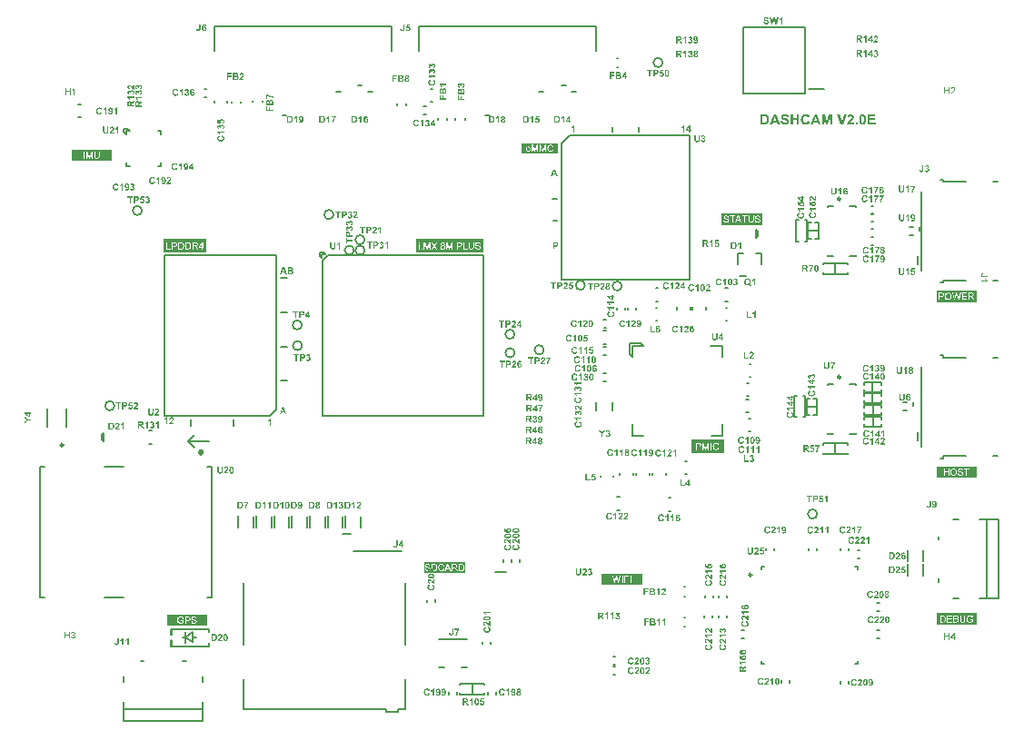
<source format=gto>
G04*
G04 #@! TF.GenerationSoftware,Altium Limited,Altium Designer,25.1.2 (22)*
G04*
G04 Layer_Color=65535*
%FSAX25Y25*%
%MOIN*%
G70*
G04*
G04 #@! TF.SameCoordinates,C8C0AD5F-FC7A-4EF2-B1F4-1BF668D8B3FE*
G04*
G04*
G04 #@! TF.FilePolarity,Positive*
G04*
G01*
G75*
%ADD10C,0.00500*%
%ADD11C,0.00984*%
%ADD12C,0.01968*%
%ADD13C,0.00787*%
%ADD14C,0.00591*%
%ADD15C,0.00600*%
G36*
X0506972Y0716149D02*
X0492171D01*
Y0720355D01*
X0506972D01*
Y0716149D01*
D02*
G37*
G36*
X0494636Y0715957D02*
X0494658D01*
X0494682Y0715955D01*
X0494712D01*
X0494741Y0715952D01*
X0494810Y0715948D01*
X0494884Y0715940D01*
X0494963Y0715928D01*
X0495047Y0715916D01*
X0495133Y0715898D01*
X0495219Y0715879D01*
X0495302Y0715854D01*
X0495384Y0715827D01*
X0495462Y0715793D01*
X0495531Y0715756D01*
X0495595Y0715711D01*
X0495598Y0715709D01*
X0495605Y0715702D01*
X0495620Y0715689D01*
X0495634Y0715674D01*
X0495654Y0715652D01*
X0495676Y0715628D01*
X0495698Y0715598D01*
X0495723Y0715564D01*
X0495748Y0715524D01*
X0495770Y0715483D01*
X0495792Y0715436D01*
X0495812Y0715384D01*
X0495826Y0715330D01*
X0495839Y0715271D01*
X0495848Y0715207D01*
X0495851Y0715141D01*
Y0715124D01*
X0495848Y0715106D01*
X0495846Y0715079D01*
X0495841Y0715050D01*
X0495836Y0715013D01*
X0495826Y0714973D01*
X0495816Y0714929D01*
X0495802Y0714882D01*
X0495782Y0714836D01*
X0495760Y0714786D01*
X0495733Y0714737D01*
X0495701Y0714686D01*
X0495664Y0714639D01*
X0495620Y0714592D01*
X0495570Y0714548D01*
X0495568Y0714545D01*
X0495556Y0714538D01*
X0495539Y0714528D01*
X0495514Y0714513D01*
X0495482Y0714496D01*
X0495442Y0714476D01*
X0495393Y0714457D01*
X0495339Y0714437D01*
X0495273Y0714415D01*
X0495199Y0714395D01*
X0495118Y0714376D01*
X0495024Y0714358D01*
X0494923Y0714344D01*
X0494869Y0714339D01*
X0494813Y0714334D01*
X0494754Y0714329D01*
X0494692Y0714326D01*
X0494628Y0714324D01*
X0494562D01*
X0494559D01*
X0494555D01*
X0494545D01*
X0494530D01*
X0494513D01*
X0494493Y0714326D01*
X0494471D01*
X0494446Y0714329D01*
X0494417D01*
X0494387Y0714331D01*
X0494321Y0714336D01*
X0494244Y0714344D01*
X0494166Y0714356D01*
X0494082Y0714368D01*
X0493998Y0714383D01*
X0493912Y0714405D01*
X0493829Y0714427D01*
X0493748Y0714457D01*
X0493669Y0714489D01*
X0493600Y0714526D01*
X0493536Y0714570D01*
X0493534Y0714572D01*
X0493524Y0714580D01*
X0493511Y0714592D01*
X0493497Y0714607D01*
X0493477Y0714629D01*
X0493455Y0714654D01*
X0493430Y0714683D01*
X0493406Y0714718D01*
X0493384Y0714757D01*
X0493359Y0714799D01*
X0493337Y0714846D01*
X0493317Y0714897D01*
X0493302Y0714951D01*
X0493288Y0715010D01*
X0493280Y0715074D01*
X0493278Y0715141D01*
Y0715158D01*
X0493280Y0715175D01*
X0493283Y0715202D01*
X0493285Y0715232D01*
X0493293Y0715269D01*
X0493300Y0715308D01*
X0493310Y0715350D01*
X0493325Y0715394D01*
X0493342Y0715441D01*
X0493364Y0715490D01*
X0493388Y0715537D01*
X0493418Y0715584D01*
X0493455Y0715630D01*
X0493494Y0715674D01*
X0493541Y0715714D01*
X0493543Y0715716D01*
X0493556Y0715724D01*
X0493573Y0715736D01*
X0493600Y0715753D01*
X0493634Y0715770D01*
X0493676Y0715793D01*
X0493725Y0715815D01*
X0493785Y0715837D01*
X0493851Y0715859D01*
X0493927Y0715881D01*
X0494011Y0715903D01*
X0494104Y0715920D01*
X0494205Y0715938D01*
X0494316Y0715950D01*
X0494436Y0715957D01*
X0494567Y0715960D01*
X0494569D01*
X0494574D01*
X0494584D01*
X0494599D01*
X0494616D01*
X0494636Y0715957D01*
D02*
G37*
G36*
X0495809Y0712307D02*
X0495807D01*
X0495797Y0712309D01*
X0495785D01*
X0495765Y0712314D01*
X0495743Y0712317D01*
X0495718Y0712322D01*
X0495686Y0712329D01*
X0495654Y0712336D01*
X0495617Y0712346D01*
X0495580Y0712358D01*
X0495499Y0712388D01*
X0495415Y0712422D01*
X0495371Y0712444D01*
X0495329Y0712469D01*
X0495327Y0712472D01*
X0495320Y0712476D01*
X0495305Y0712484D01*
X0495288Y0712496D01*
X0495265Y0712513D01*
X0495236Y0712533D01*
X0495204Y0712560D01*
X0495167Y0712590D01*
X0495128Y0712624D01*
X0495081Y0712664D01*
X0495032Y0712708D01*
X0494978Y0712757D01*
X0494918Y0712811D01*
X0494857Y0712873D01*
X0494793Y0712939D01*
X0494724Y0713013D01*
X0494722Y0713018D01*
X0494712Y0713027D01*
X0494695Y0713045D01*
X0494675Y0713064D01*
X0494650Y0713092D01*
X0494621Y0713121D01*
X0494591Y0713153D01*
X0494557Y0713185D01*
X0494488Y0713254D01*
X0494454Y0713288D01*
X0494422Y0713320D01*
X0494390Y0713350D01*
X0494360Y0713374D01*
X0494333Y0713397D01*
X0494311Y0713414D01*
X0494309D01*
X0494304Y0713419D01*
X0494296Y0713424D01*
X0494286Y0713428D01*
X0494272Y0713438D01*
X0494257Y0713446D01*
X0494217Y0713465D01*
X0494173Y0713483D01*
X0494124Y0713500D01*
X0494070Y0713510D01*
X0494016Y0713515D01*
X0494013D01*
X0494008D01*
X0494001D01*
X0493989Y0713512D01*
X0493959Y0713510D01*
X0493925Y0713505D01*
X0493883Y0713492D01*
X0493844Y0713478D01*
X0493802Y0713456D01*
X0493767Y0713426D01*
X0493762Y0713421D01*
X0493752Y0713411D01*
X0493740Y0713392D01*
X0493723Y0713365D01*
X0493706Y0713330D01*
X0493693Y0713288D01*
X0493684Y0713242D01*
X0493679Y0713187D01*
Y0713173D01*
X0493681Y0713163D01*
X0493684Y0713136D01*
X0493691Y0713101D01*
X0493701Y0713062D01*
X0493718Y0713023D01*
X0493740Y0712983D01*
X0493772Y0712946D01*
X0493777Y0712941D01*
X0493789Y0712932D01*
X0493812Y0712917D01*
X0493844Y0712900D01*
X0493863Y0712892D01*
X0493885Y0712882D01*
X0493910Y0712875D01*
X0493937Y0712868D01*
X0493966Y0712860D01*
X0493998Y0712853D01*
X0494035Y0712848D01*
X0494072Y0712846D01*
X0494026Y0712363D01*
X0494021D01*
X0494008Y0712366D01*
X0493989Y0712368D01*
X0493962Y0712373D01*
X0493927Y0712381D01*
X0493890Y0712388D01*
X0493848Y0712400D01*
X0493804Y0712413D01*
X0493757Y0712427D01*
X0493711Y0712447D01*
X0493661Y0712469D01*
X0493615Y0712494D01*
X0493571Y0712523D01*
X0493526Y0712555D01*
X0493487Y0712592D01*
X0493452Y0712632D01*
X0493450Y0712634D01*
X0493445Y0712641D01*
X0493435Y0712654D01*
X0493425Y0712673D01*
X0493413Y0712695D01*
X0493398Y0712720D01*
X0493381Y0712752D01*
X0493364Y0712786D01*
X0493349Y0712826D01*
X0493332Y0712870D01*
X0493317Y0712917D01*
X0493305Y0712966D01*
X0493295Y0713020D01*
X0493285Y0713077D01*
X0493280Y0713138D01*
X0493278Y0713200D01*
Y0713217D01*
X0493280Y0713237D01*
Y0713261D01*
X0493283Y0713293D01*
X0493288Y0713328D01*
X0493295Y0713370D01*
X0493302Y0713411D01*
X0493315Y0713458D01*
X0493327Y0713505D01*
X0493344Y0713554D01*
X0493364Y0713603D01*
X0493386Y0713652D01*
X0493413Y0713699D01*
X0493445Y0713743D01*
X0493479Y0713785D01*
X0493482Y0713788D01*
X0493489Y0713795D01*
X0493499Y0713805D01*
X0493516Y0713820D01*
X0493536Y0713834D01*
X0493558Y0713854D01*
X0493588Y0713871D01*
X0493617Y0713894D01*
X0493652Y0713913D01*
X0493691Y0713933D01*
X0493733Y0713950D01*
X0493777Y0713965D01*
X0493824Y0713980D01*
X0493873Y0713989D01*
X0493927Y0713997D01*
X0493981Y0713999D01*
X0493984D01*
X0493989D01*
X0493998D01*
X0494011D01*
X0494026Y0713997D01*
X0494043D01*
X0494085Y0713992D01*
X0494136Y0713984D01*
X0494190Y0713972D01*
X0494247Y0713957D01*
X0494306Y0713938D01*
X0494309D01*
X0494313Y0713935D01*
X0494321Y0713930D01*
X0494333Y0713925D01*
X0494345Y0713920D01*
X0494363Y0713911D01*
X0494402Y0713891D01*
X0494451Y0713864D01*
X0494505Y0713830D01*
X0494564Y0713790D01*
X0494626Y0713743D01*
X0494628D01*
X0494631Y0713738D01*
X0494638Y0713734D01*
X0494646Y0713726D01*
X0494658Y0713716D01*
X0494672Y0713704D01*
X0494690Y0713689D01*
X0494709Y0713672D01*
X0494729Y0713652D01*
X0494754Y0713628D01*
X0494781Y0713603D01*
X0494810Y0713574D01*
X0494840Y0713542D01*
X0494874Y0713507D01*
X0494909Y0713468D01*
X0494948Y0713426D01*
X0494950Y0713424D01*
X0494958Y0713416D01*
X0494968Y0713404D01*
X0494982Y0713389D01*
X0495000Y0713372D01*
X0495017Y0713350D01*
X0495061Y0713303D01*
X0495108Y0713254D01*
X0495152Y0713207D01*
X0495174Y0713185D01*
X0495194Y0713165D01*
X0495211Y0713148D01*
X0495226Y0713136D01*
X0495228Y0713133D01*
X0495238Y0713126D01*
X0495251Y0713116D01*
X0495268Y0713101D01*
X0495288Y0713087D01*
X0495312Y0713069D01*
X0495359Y0713040D01*
Y0713999D01*
X0495809D01*
Y0712307D01*
D02*
G37*
G36*
X0495042Y0712036D02*
X0495054Y0712034D01*
X0495076Y0712026D01*
X0495103Y0712016D01*
X0495138Y0712004D01*
X0495177Y0711989D01*
X0495221Y0711970D01*
X0495268Y0711948D01*
X0495317Y0711923D01*
X0495369Y0711896D01*
X0495420Y0711864D01*
X0495470Y0711830D01*
X0495519Y0711793D01*
X0495568Y0711751D01*
X0495612Y0711706D01*
X0495652Y0711660D01*
X0495654Y0711657D01*
X0495659Y0711648D01*
X0495669Y0711633D01*
X0495684Y0711613D01*
X0495698Y0711586D01*
X0495716Y0711554D01*
X0495733Y0711520D01*
X0495750Y0711478D01*
X0495770Y0711431D01*
X0495787Y0711382D01*
X0495804Y0711325D01*
X0495819Y0711266D01*
X0495831Y0711202D01*
X0495841Y0711136D01*
X0495848Y0711064D01*
X0495851Y0710991D01*
Y0710968D01*
X0495848Y0710942D01*
X0495846Y0710907D01*
X0495841Y0710863D01*
X0495834Y0710814D01*
X0495821Y0710759D01*
X0495809Y0710698D01*
X0495789Y0710634D01*
X0495767Y0710568D01*
X0495740Y0710499D01*
X0495706Y0710430D01*
X0495666Y0710361D01*
X0495622Y0710292D01*
X0495568Y0710226D01*
X0495509Y0710164D01*
X0495504Y0710162D01*
X0495494Y0710149D01*
X0495474Y0710135D01*
X0495445Y0710115D01*
X0495410Y0710090D01*
X0495369Y0710063D01*
X0495320Y0710034D01*
X0495263Y0710004D01*
X0495199Y0709972D01*
X0495130Y0709943D01*
X0495054Y0709916D01*
X0494970Y0709894D01*
X0494879Y0709871D01*
X0494783Y0709857D01*
X0494680Y0709847D01*
X0494572Y0709842D01*
X0494569D01*
X0494564D01*
X0494557D01*
X0494545D01*
X0494530Y0709844D01*
X0494510D01*
X0494490D01*
X0494468Y0709847D01*
X0494414Y0709852D01*
X0494353Y0709859D01*
X0494286Y0709869D01*
X0494212Y0709884D01*
X0494136Y0709901D01*
X0494055Y0709921D01*
X0493974Y0709948D01*
X0493893Y0709980D01*
X0493812Y0710016D01*
X0493735Y0710058D01*
X0493661Y0710110D01*
X0493593Y0710167D01*
X0493588Y0710172D01*
X0493578Y0710181D01*
X0493561Y0710201D01*
X0493539Y0710226D01*
X0493511Y0710258D01*
X0493482Y0710297D01*
X0493450Y0710344D01*
X0493418Y0710395D01*
X0493386Y0710454D01*
X0493354Y0710518D01*
X0493325Y0710587D01*
X0493297Y0710664D01*
X0493275Y0710745D01*
X0493258Y0710831D01*
X0493248Y0710924D01*
X0493243Y0711020D01*
Y0711040D01*
X0493246Y0711064D01*
X0493248Y0711096D01*
X0493251Y0711136D01*
X0493258Y0711182D01*
X0493265Y0711232D01*
X0493278Y0711288D01*
X0493293Y0711347D01*
X0493310Y0711406D01*
X0493332Y0711470D01*
X0493359Y0711532D01*
X0493391Y0711596D01*
X0493428Y0711657D01*
X0493470Y0711716D01*
X0493519Y0711773D01*
X0493521Y0711775D01*
X0493526Y0711780D01*
X0493536Y0711790D01*
X0493548Y0711802D01*
X0493566Y0711815D01*
X0493585Y0711832D01*
X0493610Y0711849D01*
X0493637Y0711869D01*
X0493666Y0711891D01*
X0493701Y0711911D01*
X0493740Y0711933D01*
X0493782Y0711955D01*
X0493826Y0711975D01*
X0493876Y0711994D01*
X0493927Y0712014D01*
X0493981Y0712031D01*
X0494102Y0711527D01*
X0494099D01*
X0494092Y0711524D01*
X0494082Y0711522D01*
X0494070Y0711517D01*
X0494053Y0711512D01*
X0494035Y0711505D01*
X0493991Y0711485D01*
X0493942Y0711460D01*
X0493890Y0711428D01*
X0493841Y0711387D01*
X0493794Y0711338D01*
X0493792Y0711335D01*
X0493789Y0711330D01*
X0493785Y0711323D01*
X0493777Y0711313D01*
X0493767Y0711298D01*
X0493757Y0711283D01*
X0493748Y0711264D01*
X0493735Y0711242D01*
X0493716Y0711192D01*
X0493696Y0711133D01*
X0493684Y0711067D01*
X0493679Y0711030D01*
Y0710981D01*
X0493681Y0710966D01*
Y0710946D01*
X0493684Y0710922D01*
X0493689Y0710895D01*
X0493696Y0710865D01*
X0493703Y0710831D01*
X0493716Y0710796D01*
X0493728Y0710759D01*
X0493745Y0710720D01*
X0493765Y0710683D01*
X0493787Y0710644D01*
X0493814Y0710607D01*
X0493846Y0710572D01*
X0493880Y0710538D01*
X0493883Y0710536D01*
X0493890Y0710531D01*
X0493903Y0710523D01*
X0493920Y0710511D01*
X0493942Y0710499D01*
X0493969Y0710484D01*
X0494001Y0710469D01*
X0494038Y0710452D01*
X0494080Y0710437D01*
X0494129Y0710420D01*
X0494181Y0710405D01*
X0494240Y0710393D01*
X0494306Y0710381D01*
X0494375Y0710373D01*
X0494451Y0710368D01*
X0494532Y0710366D01*
X0494535D01*
X0494537D01*
X0494545D01*
X0494555D01*
X0494579D01*
X0494611Y0710368D01*
X0494650Y0710371D01*
X0494695Y0710376D01*
X0494744Y0710381D01*
X0494798Y0710388D01*
X0494852Y0710395D01*
X0494909Y0710408D01*
X0494965Y0710420D01*
X0495022Y0710437D01*
X0495076Y0710457D01*
X0495128Y0710479D01*
X0495172Y0710506D01*
X0495214Y0710536D01*
X0495216Y0710538D01*
X0495221Y0710543D01*
X0495233Y0710553D01*
X0495246Y0710568D01*
X0495260Y0710585D01*
X0495278Y0710604D01*
X0495295Y0710629D01*
X0495315Y0710656D01*
X0495334Y0710686D01*
X0495352Y0710720D01*
X0495369Y0710757D01*
X0495384Y0710796D01*
X0495396Y0710841D01*
X0495406Y0710885D01*
X0495413Y0710934D01*
X0495415Y0710983D01*
Y0711003D01*
X0495413Y0711018D01*
X0495410Y0711035D01*
X0495408Y0711055D01*
X0495406Y0711079D01*
X0495398Y0711104D01*
X0495384Y0711158D01*
X0495361Y0711217D01*
X0495347Y0711246D01*
X0495329Y0711276D01*
X0495310Y0711306D01*
X0495288Y0711333D01*
X0495285Y0711335D01*
X0495280Y0711340D01*
X0495273Y0711347D01*
X0495263Y0711357D01*
X0495248Y0711370D01*
X0495231Y0711382D01*
X0495211Y0711399D01*
X0495187Y0711414D01*
X0495160Y0711431D01*
X0495130Y0711448D01*
X0495098Y0711468D01*
X0495061Y0711485D01*
X0495019Y0711500D01*
X0494978Y0711517D01*
X0494928Y0711532D01*
X0494879Y0711544D01*
X0495037Y0712039D01*
X0495042Y0712036D01*
D02*
G37*
G36*
X0694767Y0815755D02*
X0679967D01*
Y0819961D01*
X0694767D01*
Y0815755D01*
D02*
G37*
G36*
X0412483Y0696857D02*
X0397683D01*
Y0701064D01*
X0412483D01*
Y0696857D01*
D02*
G37*
G36*
X0513867Y0833835D02*
X0489064D01*
Y0838803D01*
X0513867D01*
Y0833835D01*
D02*
G37*
G36*
X0571932Y0711818D02*
X0557132D01*
Y0716024D01*
X0571932D01*
Y0711818D01*
D02*
G37*
G36*
X0694767Y0697251D02*
X0679967D01*
Y0701457D01*
X0694767D01*
Y0697251D01*
D02*
G37*
G36*
X0540962Y0870375D02*
X0527872D01*
Y0874040D01*
X0540962D01*
Y0870375D01*
D02*
G37*
G36*
X0624420Y0884731D02*
X0624472D01*
X0624531Y0884724D01*
X0624597Y0884720D01*
X0624674Y0884709D01*
X0624756Y0884694D01*
X0624840Y0884680D01*
X0624929Y0884657D01*
X0625018Y0884632D01*
X0625106Y0884602D01*
X0625191Y0884565D01*
X0625276Y0884525D01*
X0625353Y0884477D01*
X0625423Y0884421D01*
X0625427Y0884418D01*
X0625438Y0884406D01*
X0625457Y0884388D01*
X0625479Y0884366D01*
X0625508Y0884333D01*
X0625538Y0884296D01*
X0625571Y0884251D01*
X0625608Y0884200D01*
X0625641Y0884144D01*
X0625674Y0884082D01*
X0625708Y0884015D01*
X0625737Y0883941D01*
X0625763Y0883860D01*
X0625781Y0883776D01*
X0625796Y0883687D01*
X0625804Y0883591D01*
X0625040Y0883558D01*
Y0883561D01*
X0625036Y0883569D01*
X0625032Y0883584D01*
X0625029Y0883606D01*
X0625021Y0883628D01*
X0625014Y0883657D01*
X0624996Y0883716D01*
X0624966Y0883786D01*
X0624929Y0883857D01*
X0624881Y0883919D01*
X0624855Y0883949D01*
X0624826Y0883975D01*
X0624818Y0883982D01*
X0624807Y0883986D01*
X0624796Y0883997D01*
X0624778Y0884004D01*
X0624759Y0884015D01*
X0624733Y0884026D01*
X0624708Y0884041D01*
X0624674Y0884052D01*
X0624638Y0884063D01*
X0624601Y0884074D01*
X0624556Y0884085D01*
X0624508Y0884093D01*
X0624460Y0884100D01*
X0624405Y0884104D01*
X0624313D01*
X0624291Y0884100D01*
X0624261D01*
X0624232Y0884097D01*
X0624154Y0884085D01*
X0624069Y0884071D01*
X0623984Y0884045D01*
X0623900Y0884012D01*
X0623822Y0883964D01*
X0623818Y0883960D01*
X0623804Y0883949D01*
X0623785Y0883930D01*
X0623763Y0883905D01*
X0623741Y0883871D01*
X0623722Y0883831D01*
X0623708Y0883783D01*
X0623704Y0883731D01*
Y0883724D01*
X0623708Y0883709D01*
X0623711Y0883683D01*
X0623719Y0883650D01*
X0623730Y0883617D01*
X0623752Y0883576D01*
X0623778Y0883539D01*
X0623815Y0883502D01*
X0623818D01*
X0623822Y0883499D01*
X0623833Y0883491D01*
X0623844Y0883480D01*
X0623866Y0883469D01*
X0623888Y0883458D01*
X0623922Y0883443D01*
X0623955Y0883425D01*
X0623999Y0883407D01*
X0624051Y0883388D01*
X0624106Y0883366D01*
X0624173Y0883344D01*
X0624243Y0883322D01*
X0624328Y0883296D01*
X0624416Y0883274D01*
X0624516Y0883248D01*
X0624523D01*
X0624542Y0883240D01*
X0624567Y0883233D01*
X0624608Y0883226D01*
X0624652Y0883215D01*
X0624708Y0883200D01*
X0624763Y0883181D01*
X0624829Y0883163D01*
X0624962Y0883122D01*
X0625099Y0883078D01*
X0625165Y0883052D01*
X0625228Y0883026D01*
X0625287Y0883001D01*
X0625339Y0882975D01*
X0625342D01*
X0625350Y0882967D01*
X0625364Y0882960D01*
X0625383Y0882949D01*
X0625405Y0882934D01*
X0625431Y0882916D01*
X0625494Y0882875D01*
X0625560Y0882820D01*
X0625630Y0882753D01*
X0625697Y0882676D01*
X0625759Y0882587D01*
Y0882584D01*
X0625767Y0882576D01*
X0625774Y0882561D01*
X0625781Y0882543D01*
X0625796Y0882521D01*
X0625807Y0882491D01*
X0625822Y0882458D01*
X0625837Y0882421D01*
X0625848Y0882381D01*
X0625863Y0882333D01*
X0625877Y0882285D01*
X0625888Y0882229D01*
X0625903Y0882115D01*
X0625911Y0881986D01*
Y0881982D01*
Y0881971D01*
Y0881953D01*
X0625907Y0881931D01*
Y0881901D01*
X0625900Y0881868D01*
X0625896Y0881831D01*
X0625888Y0881787D01*
X0625866Y0881694D01*
X0625833Y0881591D01*
X0625815Y0881536D01*
X0625789Y0881484D01*
X0625763Y0881429D01*
X0625730Y0881373D01*
X0625726Y0881370D01*
X0625722Y0881362D01*
X0625711Y0881347D01*
X0625697Y0881325D01*
X0625678Y0881303D01*
X0625656Y0881277D01*
X0625630Y0881248D01*
X0625597Y0881215D01*
X0625564Y0881181D01*
X0625527Y0881145D01*
X0625483Y0881111D01*
X0625438Y0881074D01*
X0625387Y0881041D01*
X0625335Y0881012D01*
X0625217Y0880953D01*
X0625213D01*
X0625202Y0880945D01*
X0625184Y0880941D01*
X0625158Y0880931D01*
X0625125Y0880919D01*
X0625088Y0880908D01*
X0625043Y0880897D01*
X0624992Y0880886D01*
X0624933Y0880871D01*
X0624870Y0880860D01*
X0624804Y0880849D01*
X0624730Y0880838D01*
X0624652Y0880827D01*
X0624571Y0880824D01*
X0624486Y0880816D01*
X0624361D01*
X0624324Y0880820D01*
X0624276D01*
X0624217Y0880827D01*
X0624147Y0880834D01*
X0624069Y0880842D01*
X0623988Y0880857D01*
X0623900Y0880875D01*
X0623811Y0880897D01*
X0623719Y0880923D01*
X0623627Y0880956D01*
X0623538Y0880993D01*
X0623453Y0881038D01*
X0623372Y0881085D01*
X0623294Y0881145D01*
X0623291Y0881148D01*
X0623280Y0881159D01*
X0623257Y0881178D01*
X0623232Y0881207D01*
X0623202Y0881240D01*
X0623169Y0881285D01*
X0623132Y0881333D01*
X0623095Y0881392D01*
X0623055Y0881454D01*
X0623014Y0881528D01*
X0622977Y0881606D01*
X0622940Y0881694D01*
X0622907Y0881787D01*
X0622877Y0881886D01*
X0622855Y0881997D01*
X0622837Y0882111D01*
X0623579Y0882185D01*
Y0882181D01*
X0623582Y0882170D01*
X0623586Y0882148D01*
X0623593Y0882122D01*
X0623601Y0882093D01*
X0623612Y0882056D01*
X0623623Y0882019D01*
X0623637Y0881975D01*
X0623674Y0881886D01*
X0623719Y0881794D01*
X0623778Y0881709D01*
X0623811Y0881668D01*
X0623848Y0881635D01*
X0623852D01*
X0623859Y0881628D01*
X0623870Y0881621D01*
X0623885Y0881609D01*
X0623907Y0881595D01*
X0623933Y0881580D01*
X0623962Y0881565D01*
X0623995Y0881550D01*
X0624032Y0881532D01*
X0624073Y0881517D01*
X0624121Y0881502D01*
X0624169Y0881488D01*
X0624280Y0881469D01*
X0624339Y0881466D01*
X0624401Y0881462D01*
X0624438D01*
X0624460Y0881466D01*
X0624494D01*
X0624527Y0881469D01*
X0624567Y0881477D01*
X0624608Y0881480D01*
X0624700Y0881499D01*
X0624792Y0881528D01*
X0624881Y0881565D01*
X0624922Y0881591D01*
X0624959Y0881617D01*
X0624962Y0881621D01*
X0624966Y0881624D01*
X0624988Y0881643D01*
X0625018Y0881676D01*
X0625055Y0881720D01*
X0625088Y0881775D01*
X0625117Y0881838D01*
X0625139Y0881905D01*
X0625143Y0881945D01*
X0625147Y0881982D01*
Y0881989D01*
Y0882004D01*
X0625143Y0882030D01*
X0625136Y0882060D01*
X0625128Y0882096D01*
X0625113Y0882133D01*
X0625091Y0882170D01*
X0625066Y0882207D01*
X0625062Y0882211D01*
X0625051Y0882222D01*
X0625032Y0882240D01*
X0625003Y0882263D01*
X0624966Y0882288D01*
X0624918Y0882318D01*
X0624859Y0882347D01*
X0624792Y0882373D01*
X0624785Y0882377D01*
X0624778D01*
X0624763Y0882381D01*
X0624748Y0882388D01*
X0624726Y0882395D01*
X0624697Y0882403D01*
X0624663Y0882410D01*
X0624626Y0882421D01*
X0624582Y0882432D01*
X0624534Y0882447D01*
X0624475Y0882462D01*
X0624412Y0882480D01*
X0624342Y0882499D01*
X0624265Y0882517D01*
X0624180Y0882539D01*
X0624173Y0882543D01*
X0624154Y0882547D01*
X0624121Y0882554D01*
X0624080Y0882565D01*
X0624029Y0882580D01*
X0623973Y0882598D01*
X0623911Y0882621D01*
X0623844Y0882643D01*
X0623700Y0882698D01*
X0623560Y0882761D01*
X0623490Y0882798D01*
X0623427Y0882835D01*
X0623372Y0882875D01*
X0623320Y0882916D01*
X0623316Y0882919D01*
X0623305Y0882930D01*
X0623287Y0882949D01*
X0623265Y0882971D01*
X0623239Y0883001D01*
X0623209Y0883037D01*
X0623180Y0883078D01*
X0623147Y0883126D01*
X0623114Y0883181D01*
X0623084Y0883237D01*
X0623055Y0883300D01*
X0623029Y0883366D01*
X0623006Y0883440D01*
X0622988Y0883514D01*
X0622977Y0883595D01*
X0622973Y0883676D01*
Y0883679D01*
Y0883691D01*
Y0883705D01*
X0622977Y0883724D01*
Y0883750D01*
X0622981Y0883783D01*
X0622988Y0883816D01*
X0622996Y0883853D01*
X0623014Y0883938D01*
X0623043Y0884026D01*
X0623084Y0884122D01*
X0623106Y0884170D01*
X0623136Y0884218D01*
X0623139Y0884222D01*
X0623143Y0884229D01*
X0623154Y0884244D01*
X0623165Y0884259D01*
X0623184Y0884281D01*
X0623202Y0884303D01*
X0623254Y0884362D01*
X0623320Y0884421D01*
X0623401Y0884488D01*
X0623497Y0884547D01*
X0623604Y0884602D01*
X0623608D01*
X0623619Y0884609D01*
X0623637Y0884613D01*
X0623660Y0884624D01*
X0623689Y0884632D01*
X0623726Y0884643D01*
X0623767Y0884657D01*
X0623815Y0884668D01*
X0623866Y0884680D01*
X0623925Y0884694D01*
X0623984Y0884705D01*
X0624051Y0884713D01*
X0624121Y0884724D01*
X0624195Y0884727D01*
X0624353Y0884735D01*
X0624387D01*
X0624420Y0884731D01*
D02*
G37*
G36*
X0632069D02*
X0632117Y0884727D01*
X0632176Y0884724D01*
X0632246Y0884713D01*
X0632320Y0884702D01*
X0632405Y0884683D01*
X0632493Y0884661D01*
X0632582Y0884635D01*
X0632678Y0884602D01*
X0632770Y0884561D01*
X0632866Y0884513D01*
X0632959Y0884458D01*
X0633047Y0884395D01*
X0633132Y0884322D01*
X0633136Y0884318D01*
X0633143Y0884311D01*
X0633158Y0884296D01*
X0633176Y0884277D01*
X0633195Y0884251D01*
X0633220Y0884222D01*
X0633246Y0884185D01*
X0633276Y0884144D01*
X0633309Y0884100D01*
X0633339Y0884048D01*
X0633372Y0883990D01*
X0633405Y0883927D01*
X0633434Y0883860D01*
X0633464Y0883786D01*
X0633494Y0883709D01*
X0633519Y0883628D01*
X0632763Y0883447D01*
Y0883451D01*
X0632759Y0883462D01*
X0632756Y0883477D01*
X0632748Y0883495D01*
X0632741Y0883521D01*
X0632730Y0883547D01*
X0632700Y0883613D01*
X0632663Y0883687D01*
X0632615Y0883764D01*
X0632553Y0883838D01*
X0632479Y0883908D01*
X0632475Y0883912D01*
X0632468Y0883916D01*
X0632457Y0883923D01*
X0632442Y0883934D01*
X0632420Y0883949D01*
X0632398Y0883964D01*
X0632368Y0883978D01*
X0632335Y0883997D01*
X0632261Y0884026D01*
X0632172Y0884056D01*
X0632073Y0884074D01*
X0632018Y0884082D01*
X0631944D01*
X0631922Y0884078D01*
X0631892D01*
X0631855Y0884074D01*
X0631815Y0884067D01*
X0631770Y0884056D01*
X0631719Y0884045D01*
X0631667Y0884026D01*
X0631612Y0884008D01*
X0631553Y0883982D01*
X0631497Y0883953D01*
X0631438Y0883919D01*
X0631383Y0883879D01*
X0631331Y0883831D01*
X0631280Y0883779D01*
X0631276Y0883776D01*
X0631269Y0883764D01*
X0631257Y0883746D01*
X0631239Y0883720D01*
X0631220Y0883687D01*
X0631198Y0883646D01*
X0631176Y0883598D01*
X0631150Y0883543D01*
X0631128Y0883480D01*
X0631102Y0883407D01*
X0631080Y0883329D01*
X0631062Y0883240D01*
X0631043Y0883141D01*
X0631032Y0883037D01*
X0631025Y0882923D01*
X0631021Y0882801D01*
Y0882798D01*
Y0882794D01*
Y0882783D01*
Y0882768D01*
Y0882731D01*
X0631025Y0882683D01*
X0631029Y0882624D01*
X0631036Y0882558D01*
X0631043Y0882484D01*
X0631054Y0882403D01*
X0631066Y0882322D01*
X0631084Y0882237D01*
X0631102Y0882152D01*
X0631128Y0882067D01*
X0631158Y0881986D01*
X0631191Y0881908D01*
X0631232Y0881842D01*
X0631276Y0881779D01*
X0631280Y0881775D01*
X0631287Y0881768D01*
X0631302Y0881750D01*
X0631324Y0881731D01*
X0631350Y0881709D01*
X0631379Y0881683D01*
X0631416Y0881657D01*
X0631457Y0881628D01*
X0631501Y0881598D01*
X0631553Y0881573D01*
X0631608Y0881547D01*
X0631667Y0881525D01*
X0631733Y0881506D01*
X0631800Y0881491D01*
X0631874Y0881480D01*
X0631947Y0881477D01*
X0631977D01*
X0631999Y0881480D01*
X0632025Y0881484D01*
X0632054Y0881488D01*
X0632091Y0881491D01*
X0632128Y0881502D01*
X0632209Y0881525D01*
X0632298Y0881558D01*
X0632342Y0881580D01*
X0632386Y0881606D01*
X0632431Y0881635D01*
X0632471Y0881668D01*
X0632475Y0881672D01*
X0632482Y0881680D01*
X0632493Y0881691D01*
X0632508Y0881705D01*
X0632527Y0881728D01*
X0632545Y0881753D01*
X0632571Y0881783D01*
X0632593Y0881820D01*
X0632619Y0881860D01*
X0632645Y0881905D01*
X0632674Y0881953D01*
X0632700Y0882008D01*
X0632722Y0882071D01*
X0632748Y0882133D01*
X0632770Y0882207D01*
X0632789Y0882281D01*
X0633530Y0882045D01*
X0633527Y0882038D01*
X0633523Y0882019D01*
X0633512Y0881986D01*
X0633497Y0881945D01*
X0633479Y0881894D01*
X0633457Y0881835D01*
X0633427Y0881768D01*
X0633394Y0881698D01*
X0633357Y0881624D01*
X0633316Y0881547D01*
X0633268Y0881469D01*
X0633217Y0881395D01*
X0633161Y0881322D01*
X0633099Y0881248D01*
X0633032Y0881181D01*
X0632962Y0881122D01*
X0632959Y0881119D01*
X0632944Y0881111D01*
X0632922Y0881096D01*
X0632892Y0881074D01*
X0632852Y0881052D01*
X0632803Y0881026D01*
X0632752Y0881001D01*
X0632689Y0880975D01*
X0632619Y0880945D01*
X0632545Y0880919D01*
X0632460Y0880894D01*
X0632372Y0880871D01*
X0632276Y0880853D01*
X0632176Y0880838D01*
X0632069Y0880827D01*
X0631958Y0880824D01*
X0631925D01*
X0631885Y0880827D01*
X0631833Y0880831D01*
X0631767Y0880838D01*
X0631693Y0880849D01*
X0631612Y0880868D01*
X0631519Y0880886D01*
X0631423Y0880916D01*
X0631324Y0880949D01*
X0631220Y0880989D01*
X0631117Y0881041D01*
X0631014Y0881100D01*
X0630910Y0881167D01*
X0630811Y0881248D01*
X0630719Y0881336D01*
X0630715Y0881344D01*
X0630696Y0881359D01*
X0630674Y0881388D01*
X0630645Y0881432D01*
X0630608Y0881484D01*
X0630567Y0881547D01*
X0630523Y0881621D01*
X0630479Y0881705D01*
X0630431Y0881801D01*
X0630386Y0881905D01*
X0630346Y0882019D01*
X0630313Y0882145D01*
X0630279Y0882281D01*
X0630257Y0882425D01*
X0630243Y0882580D01*
X0630235Y0882742D01*
Y0882746D01*
Y0882753D01*
Y0882764D01*
Y0882783D01*
X0630239Y0882805D01*
Y0882835D01*
Y0882864D01*
X0630243Y0882897D01*
X0630250Y0882978D01*
X0630261Y0883071D01*
X0630276Y0883170D01*
X0630298Y0883281D01*
X0630324Y0883395D01*
X0630353Y0883517D01*
X0630394Y0883639D01*
X0630442Y0883761D01*
X0630497Y0883883D01*
X0630560Y0883997D01*
X0630638Y0884108D01*
X0630722Y0884211D01*
X0630730Y0884218D01*
X0630745Y0884233D01*
X0630774Y0884259D01*
X0630811Y0884292D01*
X0630859Y0884333D01*
X0630918Y0884377D01*
X0630988Y0884425D01*
X0631066Y0884473D01*
X0631154Y0884521D01*
X0631250Y0884569D01*
X0631353Y0884613D01*
X0631468Y0884654D01*
X0631590Y0884687D01*
X0631719Y0884713D01*
X0631859Y0884727D01*
X0632003Y0884735D01*
X0632032D01*
X0632069Y0884731D01*
D02*
G37*
G36*
X0629578Y0880886D02*
X0628815D01*
Y0882543D01*
X0627320D01*
Y0880886D01*
X0626556D01*
Y0884668D01*
X0627320D01*
Y0883181D01*
X0628815D01*
Y0884668D01*
X0629578D01*
Y0880886D01*
D02*
G37*
G36*
X0641645Y0880886D02*
X0640936D01*
X0640933Y0883860D01*
X0640180Y0880886D01*
X0639445D01*
X0638700Y0883860D01*
Y0880886D01*
X0637992D01*
Y0884668D01*
X0639136D01*
X0639818Y0882085D01*
X0640493Y0884668D01*
X0641645D01*
Y0880886D01*
D02*
G37*
G36*
X0645656D02*
X0644833D01*
X0643486Y0884668D01*
X0644313D01*
X0645268Y0881868D01*
X0646198Y0884668D01*
X0647010D01*
X0645656Y0880886D01*
D02*
G37*
G36*
X0657541Y0884030D02*
X0655504D01*
Y0883192D01*
X0657401D01*
Y0882554D01*
X0655504D01*
Y0881525D01*
X0657615D01*
Y0880886D01*
X0654740D01*
Y0884668D01*
X0657541D01*
Y0884030D01*
D02*
G37*
G36*
X0651047Y0880886D02*
X0650324D01*
Y0881609D01*
X0651047D01*
Y0880886D01*
D02*
G37*
G36*
X0648538Y0884680D02*
X0648575D01*
X0648623Y0884676D01*
X0648674Y0884668D01*
X0648737Y0884657D01*
X0648800Y0884646D01*
X0648870Y0884628D01*
X0648940Y0884609D01*
X0649014Y0884584D01*
X0649087Y0884554D01*
X0649161Y0884521D01*
X0649231Y0884480D01*
X0649298Y0884432D01*
X0649361Y0884381D01*
X0649364Y0884377D01*
X0649375Y0884366D01*
X0649390Y0884351D01*
X0649412Y0884325D01*
X0649434Y0884296D01*
X0649464Y0884263D01*
X0649490Y0884218D01*
X0649523Y0884174D01*
X0649552Y0884122D01*
X0649582Y0884063D01*
X0649608Y0884001D01*
X0649630Y0883934D01*
X0649652Y0883864D01*
X0649667Y0883790D01*
X0649678Y0883709D01*
X0649682Y0883628D01*
Y0883624D01*
Y0883617D01*
Y0883602D01*
Y0883584D01*
X0649678Y0883561D01*
Y0883536D01*
X0649671Y0883473D01*
X0649659Y0883395D01*
X0649641Y0883314D01*
X0649619Y0883229D01*
X0649589Y0883141D01*
Y0883137D01*
X0649586Y0883130D01*
X0649578Y0883119D01*
X0649571Y0883100D01*
X0649564Y0883082D01*
X0649549Y0883056D01*
X0649519Y0882997D01*
X0649479Y0882923D01*
X0649427Y0882842D01*
X0649368Y0882753D01*
X0649298Y0882661D01*
Y0882657D01*
X0649290Y0882654D01*
X0649283Y0882643D01*
X0649272Y0882632D01*
X0649257Y0882613D01*
X0649239Y0882591D01*
X0649217Y0882565D01*
X0649191Y0882536D01*
X0649161Y0882506D01*
X0649124Y0882469D01*
X0649087Y0882429D01*
X0649043Y0882384D01*
X0648995Y0882340D01*
X0648944Y0882288D01*
X0648884Y0882237D01*
X0648822Y0882178D01*
X0648818Y0882174D01*
X0648807Y0882163D01*
X0648789Y0882148D01*
X0648766Y0882126D01*
X0648741Y0882100D01*
X0648707Y0882074D01*
X0648637Y0882008D01*
X0648563Y0881938D01*
X0648493Y0881871D01*
X0648460Y0881838D01*
X0648431Y0881809D01*
X0648405Y0881783D01*
X0648386Y0881761D01*
X0648383Y0881757D01*
X0648372Y0881742D01*
X0648357Y0881724D01*
X0648335Y0881698D01*
X0648313Y0881668D01*
X0648287Y0881632D01*
X0648243Y0881561D01*
X0649682D01*
Y0880886D01*
X0647143D01*
Y0880890D01*
X0647147Y0880905D01*
Y0880923D01*
X0647154Y0880953D01*
X0647158Y0880986D01*
X0647165Y0881023D01*
X0647176Y0881071D01*
X0647187Y0881119D01*
X0647202Y0881174D01*
X0647220Y0881229D01*
X0647265Y0881351D01*
X0647316Y0881477D01*
X0647350Y0881543D01*
X0647386Y0881606D01*
X0647390Y0881609D01*
X0647398Y0881621D01*
X0647408Y0881643D01*
X0647427Y0881668D01*
X0647453Y0881702D01*
X0647482Y0881746D01*
X0647523Y0881794D01*
X0647567Y0881849D01*
X0647619Y0881908D01*
X0647678Y0881978D01*
X0647744Y0882052D01*
X0647818Y0882133D01*
X0647899Y0882222D01*
X0647992Y0882314D01*
X0648091Y0882410D01*
X0648202Y0882514D01*
X0648209Y0882517D01*
X0648224Y0882532D01*
X0648250Y0882558D01*
X0648279Y0882587D01*
X0648320Y0882624D01*
X0648364Y0882668D01*
X0648412Y0882713D01*
X0648460Y0882764D01*
X0648563Y0882868D01*
X0648615Y0882919D01*
X0648663Y0882967D01*
X0648707Y0883015D01*
X0648744Y0883060D01*
X0648777Y0883100D01*
X0648803Y0883133D01*
Y0883137D01*
X0648811Y0883144D01*
X0648818Y0883156D01*
X0648826Y0883170D01*
X0648840Y0883192D01*
X0648851Y0883215D01*
X0648881Y0883274D01*
X0648907Y0883340D01*
X0648933Y0883414D01*
X0648947Y0883495D01*
X0648955Y0883576D01*
Y0883580D01*
Y0883587D01*
Y0883598D01*
X0648951Y0883617D01*
X0648947Y0883661D01*
X0648940Y0883713D01*
X0648921Y0883776D01*
X0648899Y0883834D01*
X0648866Y0883897D01*
X0648822Y0883949D01*
X0648814Y0883956D01*
X0648800Y0883971D01*
X0648770Y0883990D01*
X0648730Y0884015D01*
X0648678Y0884041D01*
X0648615Y0884060D01*
X0648545Y0884074D01*
X0648464Y0884082D01*
X0648442D01*
X0648427Y0884078D01*
X0648386Y0884074D01*
X0648335Y0884063D01*
X0648276Y0884048D01*
X0648217Y0884023D01*
X0648158Y0883990D01*
X0648102Y0883941D01*
X0648095Y0883934D01*
X0648080Y0883916D01*
X0648058Y0883883D01*
X0648032Y0883834D01*
X0648021Y0883805D01*
X0648006Y0883772D01*
X0647995Y0883735D01*
X0647984Y0883694D01*
X0647973Y0883650D01*
X0647962Y0883602D01*
X0647955Y0883547D01*
X0647951Y0883491D01*
X0647228Y0883561D01*
Y0883569D01*
X0647231Y0883587D01*
X0647235Y0883617D01*
X0647242Y0883657D01*
X0647254Y0883709D01*
X0647265Y0883764D01*
X0647283Y0883827D01*
X0647301Y0883893D01*
X0647324Y0883964D01*
X0647353Y0884034D01*
X0647386Y0884108D01*
X0647423Y0884178D01*
X0647468Y0884244D01*
X0647515Y0884311D01*
X0647571Y0884370D01*
X0647630Y0884421D01*
X0647634Y0884425D01*
X0647645Y0884432D01*
X0647663Y0884447D01*
X0647693Y0884462D01*
X0647726Y0884480D01*
X0647763Y0884502D01*
X0647811Y0884528D01*
X0647862Y0884554D01*
X0647921Y0884576D01*
X0647988Y0884602D01*
X0648058Y0884624D01*
X0648132Y0884643D01*
X0648213Y0884657D01*
X0648298Y0884672D01*
X0648390Y0884680D01*
X0648482Y0884683D01*
X0648508D01*
X0648538Y0884680D01*
D02*
G37*
G36*
X0637597Y0880886D02*
X0636763D01*
X0636435Y0881746D01*
X0634922Y0881746D01*
X0634608Y0880886D01*
X0633800D01*
X0635268Y0884668D01*
X0636084Y0884668D01*
X0637597Y0880886D01*
D02*
G37*
G36*
X0622626Y0880886D02*
X0621793D01*
X0621464Y0881746D01*
X0619951D01*
X0619638Y0880886D01*
X0618829D01*
X0620298Y0884668D01*
X0621114D01*
X0622626Y0880886D01*
D02*
G37*
G36*
X0616907Y0884665D02*
X0616951D01*
X0617003Y0884661D01*
X0617055D01*
X0617173Y0884650D01*
X0617291Y0884639D01*
X0617405Y0884620D01*
X0617460Y0884609D01*
X0617508Y0884595D01*
X0617512D01*
X0617523Y0884591D01*
X0617542Y0884584D01*
X0617564Y0884576D01*
X0617593Y0884565D01*
X0617626Y0884550D01*
X0617663Y0884532D01*
X0617708Y0884513D01*
X0617796Y0884466D01*
X0617892Y0884406D01*
X0617988Y0884333D01*
X0618080Y0884244D01*
X0618084Y0884240D01*
X0618091Y0884233D01*
X0618103Y0884218D01*
X0618121Y0884200D01*
X0618139Y0884174D01*
X0618162Y0884148D01*
X0618187Y0884111D01*
X0618213Y0884074D01*
X0618243Y0884034D01*
X0618272Y0883986D01*
X0618302Y0883934D01*
X0618331Y0883883D01*
X0618390Y0883764D01*
X0618442Y0883632D01*
Y0883628D01*
X0618446Y0883617D01*
X0618453Y0883595D01*
X0618461Y0883565D01*
X0618471Y0883532D01*
X0618483Y0883488D01*
X0618494Y0883440D01*
X0618505Y0883384D01*
X0618516Y0883322D01*
X0618527Y0883255D01*
X0618538Y0883181D01*
X0618549Y0883104D01*
X0618556Y0883019D01*
X0618564Y0882930D01*
X0618568Y0882835D01*
Y0882739D01*
Y0882735D01*
Y0882716D01*
Y0882694D01*
Y0882661D01*
X0618564Y0882621D01*
X0618560Y0882572D01*
X0618556Y0882521D01*
X0618553Y0882465D01*
X0618545Y0882403D01*
X0618538Y0882336D01*
X0618519Y0882203D01*
X0618490Y0882067D01*
X0618449Y0881934D01*
Y0881931D01*
X0618442Y0881916D01*
X0618435Y0881894D01*
X0618424Y0881864D01*
X0618409Y0881831D01*
X0618390Y0881790D01*
X0618372Y0881746D01*
X0618346Y0881694D01*
X0618287Y0881591D01*
X0618221Y0881477D01*
X0618136Y0881370D01*
X0618091Y0881314D01*
X0618044Y0881266D01*
X0618040Y0881263D01*
X0618036Y0881259D01*
X0618021Y0881248D01*
X0618007Y0881233D01*
X0617988Y0881218D01*
X0617962Y0881200D01*
X0617933Y0881178D01*
X0617903Y0881156D01*
X0617866Y0881133D01*
X0617826Y0881108D01*
X0617781Y0881082D01*
X0617733Y0881060D01*
X0617626Y0881008D01*
X0617508Y0880964D01*
X0617505D01*
X0617497Y0880960D01*
X0617483Y0880956D01*
X0617460Y0880953D01*
X0617438Y0880945D01*
X0617405Y0880938D01*
X0617368Y0880931D01*
X0617328Y0880927D01*
X0617283Y0880919D01*
X0617232Y0880912D01*
X0617176Y0880905D01*
X0617114Y0880897D01*
X0617051Y0880894D01*
X0616981Y0880890D01*
X0616907Y0880886D01*
X0615394D01*
Y0884668D01*
X0616866D01*
X0616907Y0884665D01*
D02*
G37*
G36*
X0652914Y0884680D02*
X0652955Y0884676D01*
X0652999Y0884672D01*
X0653054Y0884661D01*
X0653113Y0884650D01*
X0653176Y0884635D01*
X0653242Y0884613D01*
X0653312Y0884587D01*
X0653386Y0884554D01*
X0653456Y0884517D01*
X0653526Y0884473D01*
X0653597Y0884418D01*
X0653663Y0884359D01*
X0653722Y0884288D01*
X0653726Y0884285D01*
X0653737Y0884266D01*
X0653755Y0884240D01*
X0653781Y0884200D01*
X0653807Y0884148D01*
X0653840Y0884085D01*
X0653873Y0884012D01*
X0653907Y0883923D01*
X0653940Y0883823D01*
X0653973Y0883709D01*
X0654006Y0883584D01*
X0654032Y0883443D01*
X0654058Y0883292D01*
X0654076Y0883126D01*
X0654087Y0882945D01*
X0654091Y0882750D01*
Y0882746D01*
Y0882739D01*
Y0882724D01*
Y0882702D01*
Y0882676D01*
X0654087Y0882646D01*
Y0882613D01*
X0654084Y0882576D01*
Y0882532D01*
X0654080Y0882488D01*
X0654073Y0882384D01*
X0654062Y0882274D01*
X0654043Y0882156D01*
X0654025Y0882030D01*
X0653999Y0881901D01*
X0653969Y0881772D01*
X0653932Y0881646D01*
X0653892Y0881525D01*
X0653840Y0881406D01*
X0653785Y0881303D01*
X0653718Y0881207D01*
X0653715Y0881203D01*
X0653704Y0881192D01*
X0653685Y0881170D01*
X0653663Y0881148D01*
X0653630Y0881119D01*
X0653593Y0881085D01*
X0653549Y0881052D01*
X0653497Y0881015D01*
X0653438Y0880978D01*
X0653375Y0880945D01*
X0653305Y0880912D01*
X0653228Y0880882D01*
X0653147Y0880860D01*
X0653058Y0880842D01*
X0652962Y0880827D01*
X0652862Y0880824D01*
X0652837D01*
X0652811Y0880827D01*
X0652770Y0880831D01*
X0652726Y0880838D01*
X0652670Y0880846D01*
X0652611Y0880860D01*
X0652545Y0880875D01*
X0652475Y0880897D01*
X0652405Y0880927D01*
X0652331Y0880960D01*
X0652257Y0881001D01*
X0652180Y0881049D01*
X0652110Y0881104D01*
X0652039Y0881170D01*
X0651973Y0881244D01*
X0651969Y0881248D01*
X0651958Y0881266D01*
X0651943Y0881292D01*
X0651921Y0881329D01*
X0651896Y0881377D01*
X0651866Y0881436D01*
X0651836Y0881510D01*
X0651807Y0881591D01*
X0651774Y0881691D01*
X0651744Y0881801D01*
X0651715Y0881923D01*
X0651689Y0882063D01*
X0651667Y0882215D01*
X0651659Y0882296D01*
X0651652Y0882381D01*
X0651645Y0882469D01*
X0651641Y0882561D01*
X0651637Y0882657D01*
Y0882757D01*
Y0882761D01*
Y0882768D01*
Y0882783D01*
Y0882805D01*
Y0882831D01*
X0651641Y0882860D01*
Y0882894D01*
X0651645Y0882930D01*
Y0882975D01*
X0651648Y0883019D01*
X0651656Y0883119D01*
X0651667Y0883233D01*
X0651685Y0883351D01*
X0651704Y0883477D01*
X0651726Y0883602D01*
X0651759Y0883731D01*
X0651792Y0883857D01*
X0651836Y0883978D01*
X0651885Y0884097D01*
X0651940Y0884200D01*
X0652006Y0884296D01*
X0652010Y0884299D01*
X0652021Y0884314D01*
X0652039Y0884333D01*
X0652062Y0884355D01*
X0652095Y0884384D01*
X0652132Y0884418D01*
X0652176Y0884454D01*
X0652228Y0884491D01*
X0652287Y0884525D01*
X0652349Y0884561D01*
X0652420Y0884595D01*
X0652497Y0884624D01*
X0652578Y0884646D01*
X0652667Y0884668D01*
X0652763Y0884680D01*
X0652862Y0884683D01*
X0652888D01*
X0652914Y0884680D01*
D02*
G37*
G36*
X0601957Y0760213D02*
X0589949D01*
Y0765181D01*
X0601957D01*
Y0760213D01*
D02*
G37*
G36*
X0616027Y0844102D02*
X0601227D01*
Y0848308D01*
X0616027D01*
Y0844102D01*
D02*
G37*
G36*
X0377447Y0867550D02*
X0362647D01*
Y0871756D01*
X0377447D01*
Y0867550D01*
D02*
G37*
G36*
X0694767Y0751188D02*
X0679967D01*
Y0755394D01*
X0694767D01*
Y0751188D01*
D02*
G37*
G36*
X0412095Y0833835D02*
X0396544D01*
Y0838803D01*
X0412095D01*
Y0833835D01*
D02*
G37*
G36*
X0547224Y0878008D02*
X0546742D01*
Y0879828D01*
X0546739Y0879826D01*
X0546730Y0879818D01*
X0546715Y0879804D01*
X0546695Y0879789D01*
X0546671Y0879767D01*
X0546639Y0879745D01*
X0546604Y0879718D01*
X0546565Y0879690D01*
X0546521Y0879661D01*
X0546474Y0879631D01*
X0546422Y0879602D01*
X0546366Y0879570D01*
X0546309Y0879543D01*
X0546247Y0879513D01*
X0546184Y0879489D01*
X0546117Y0879464D01*
Y0879902D01*
X0546120D01*
X0546125Y0879904D01*
X0546137Y0879909D01*
X0546149Y0879914D01*
X0546166Y0879922D01*
X0546188Y0879932D01*
X0546211Y0879941D01*
X0546238Y0879954D01*
X0546267Y0879968D01*
X0546299Y0879986D01*
X0546368Y0880027D01*
X0546444Y0880077D01*
X0546484Y0880104D01*
X0546525Y0880136D01*
X0546528Y0880138D01*
X0546535Y0880143D01*
X0546548Y0880153D01*
X0546562Y0880165D01*
X0546580Y0880182D01*
X0546602Y0880202D01*
X0546624Y0880224D01*
X0546649Y0880251D01*
X0546673Y0880278D01*
X0546698Y0880310D01*
X0546749Y0880379D01*
X0546794Y0880455D01*
X0546813Y0880497D01*
X0546831Y0880539D01*
X0547224D01*
Y0878008D01*
D02*
G37*
G36*
X0589662Y0878938D02*
X0589974D01*
Y0878514D01*
X0589662D01*
Y0878008D01*
X0589194D01*
Y0878514D01*
X0588161D01*
Y0878935D01*
X0589256Y0880539D01*
X0589662D01*
Y0878938D01*
D02*
G37*
G36*
X0587524Y0878008D02*
X0587042D01*
Y0879828D01*
X0587040Y0879826D01*
X0587030Y0879818D01*
X0587015Y0879804D01*
X0586995Y0879789D01*
X0586971Y0879767D01*
X0586939Y0879745D01*
X0586904Y0879718D01*
X0586865Y0879690D01*
X0586821Y0879661D01*
X0586774Y0879631D01*
X0586722Y0879602D01*
X0586666Y0879570D01*
X0586609Y0879543D01*
X0586548Y0879513D01*
X0586484Y0879489D01*
X0586417Y0879464D01*
Y0879902D01*
X0586420D01*
X0586424Y0879904D01*
X0586437Y0879909D01*
X0586449Y0879914D01*
X0586466Y0879922D01*
X0586488Y0879932D01*
X0586511Y0879941D01*
X0586538Y0879954D01*
X0586567Y0879968D01*
X0586599Y0879986D01*
X0586668Y0880027D01*
X0586744Y0880077D01*
X0586784Y0880104D01*
X0586826Y0880136D01*
X0586828Y0880138D01*
X0586835Y0880143D01*
X0586848Y0880153D01*
X0586862Y0880165D01*
X0586880Y0880182D01*
X0586902Y0880202D01*
X0586924Y0880224D01*
X0586948Y0880251D01*
X0586973Y0880278D01*
X0586998Y0880310D01*
X0587049Y0880379D01*
X0587094Y0880455D01*
X0587113Y0880497D01*
X0587131Y0880539D01*
X0587524D01*
Y0878008D01*
D02*
G37*
G36*
X0540305Y0837643D02*
X0540352D01*
X0540401Y0837640D01*
X0540502Y0837636D01*
X0540554Y0837633D01*
X0540603Y0837628D01*
X0540647Y0837623D01*
X0540689Y0837618D01*
X0540726Y0837613D01*
X0540755Y0837606D01*
X0540758D01*
X0540765Y0837604D01*
X0540778Y0837599D01*
X0540792Y0837594D01*
X0540810Y0837586D01*
X0540832Y0837579D01*
X0540856Y0837567D01*
X0540881Y0837554D01*
X0540940Y0837523D01*
X0540970Y0837500D01*
X0540999Y0837478D01*
X0541031Y0837454D01*
X0541060Y0837424D01*
X0541090Y0837395D01*
X0541117Y0837360D01*
X0541119Y0837358D01*
X0541124Y0837350D01*
X0541132Y0837340D01*
X0541139Y0837326D01*
X0541152Y0837306D01*
X0541164Y0837284D01*
X0541176Y0837257D01*
X0541191Y0837227D01*
X0541206Y0837193D01*
X0541218Y0837156D01*
X0541230Y0837117D01*
X0541243Y0837072D01*
X0541250Y0837026D01*
X0541257Y0836976D01*
X0541262Y0836925D01*
X0541265Y0836868D01*
Y0836866D01*
Y0836858D01*
Y0836846D01*
X0541262Y0836829D01*
Y0836809D01*
X0541260Y0836787D01*
X0541257Y0836760D01*
X0541255Y0836733D01*
X0541243Y0836671D01*
X0541228Y0836605D01*
X0541208Y0836541D01*
X0541179Y0836477D01*
Y0836475D01*
X0541174Y0836470D01*
X0541171Y0836462D01*
X0541164Y0836450D01*
X0541144Y0836423D01*
X0541119Y0836386D01*
X0541090Y0836347D01*
X0541053Y0836305D01*
X0541011Y0836265D01*
X0540965Y0836228D01*
X0540962D01*
X0540960Y0836224D01*
X0540952Y0836221D01*
X0540942Y0836214D01*
X0540918Y0836199D01*
X0540883Y0836182D01*
X0540844Y0836160D01*
X0540800Y0836142D01*
X0540751Y0836125D01*
X0540701Y0836110D01*
X0540699D01*
X0540694Y0836108D01*
X0540682D01*
X0540667Y0836106D01*
X0540650Y0836103D01*
X0540625Y0836101D01*
X0540598Y0836096D01*
X0540568Y0836093D01*
X0540532Y0836091D01*
X0540492Y0836086D01*
X0540450Y0836083D01*
X0540404Y0836081D01*
X0540352Y0836078D01*
X0540295D01*
X0540239Y0836076D01*
X0539845D01*
Y0835124D01*
X0539336D01*
Y0837645D01*
X0540263D01*
X0540305Y0837643D01*
D02*
G37*
G36*
X0541080Y0861896D02*
X0540524D01*
X0540305Y0862469D01*
X0539296D01*
X0539087Y0861896D01*
X0538549D01*
X0539528Y0864417D01*
X0540071D01*
X0541080Y0861896D01*
D02*
G37*
G36*
X0443058Y0828469D02*
X0443122D01*
X0443196Y0828464D01*
X0443270Y0828459D01*
X0443339Y0828454D01*
X0443371Y0828449D01*
X0443400Y0828444D01*
X0443407D01*
X0443415Y0828441D01*
X0443425Y0828439D01*
X0443452Y0828432D01*
X0443489Y0828422D01*
X0443531Y0828407D01*
X0443572Y0828390D01*
X0443619Y0828368D01*
X0443663Y0828341D01*
X0443666D01*
X0443668Y0828338D01*
X0443683Y0828326D01*
X0443705Y0828309D01*
X0443732Y0828284D01*
X0443762Y0828255D01*
X0443796Y0828218D01*
X0443828Y0828176D01*
X0443858Y0828129D01*
Y0828127D01*
X0443860Y0828124D01*
X0443865Y0828117D01*
X0443870Y0828107D01*
X0443875Y0828095D01*
X0443882Y0828080D01*
X0443897Y0828043D01*
X0443912Y0827999D01*
X0443924Y0827949D01*
X0443934Y0827893D01*
X0443936Y0827834D01*
Y0827831D01*
Y0827826D01*
Y0827817D01*
X0443934Y0827804D01*
Y0827789D01*
X0443931Y0827770D01*
X0443924Y0827728D01*
X0443914Y0827676D01*
X0443897Y0827622D01*
X0443872Y0827566D01*
X0443841Y0827509D01*
Y0827507D01*
X0443836Y0827502D01*
X0443831Y0827494D01*
X0443823Y0827485D01*
X0443801Y0827457D01*
X0443772Y0827425D01*
X0443735Y0827391D01*
X0443690Y0827354D01*
X0443639Y0827320D01*
X0443582Y0827288D01*
X0443585D01*
X0443592Y0827285D01*
X0443604Y0827280D01*
X0443619Y0827275D01*
X0443639Y0827268D01*
X0443661Y0827258D01*
X0443713Y0827234D01*
X0443769Y0827202D01*
X0443828Y0827162D01*
X0443885Y0827113D01*
X0443909Y0827086D01*
X0443934Y0827057D01*
X0443936Y0827054D01*
X0443939Y0827049D01*
X0443946Y0827039D01*
X0443954Y0827027D01*
X0443963Y0827012D01*
X0443973Y0826995D01*
X0443986Y0826973D01*
X0443998Y0826948D01*
X0444008Y0826924D01*
X0444020Y0826894D01*
X0444040Y0826830D01*
X0444055Y0826756D01*
X0444057Y0826717D01*
X0444060Y0826678D01*
Y0826675D01*
Y0826670D01*
Y0826660D01*
Y0826648D01*
X0444057Y0826633D01*
X0444055Y0826616D01*
X0444050Y0826572D01*
X0444040Y0826523D01*
X0444025Y0826466D01*
X0444005Y0826405D01*
X0443978Y0826343D01*
Y0826341D01*
X0443976Y0826336D01*
X0443971Y0826328D01*
X0443963Y0826316D01*
X0443956Y0826304D01*
X0443946Y0826287D01*
X0443922Y0826250D01*
X0443890Y0826208D01*
X0443853Y0826166D01*
X0443809Y0826124D01*
X0443759Y0826085D01*
X0443757D01*
X0443752Y0826080D01*
X0443745Y0826075D01*
X0443735Y0826070D01*
X0443722Y0826063D01*
X0443705Y0826053D01*
X0443685Y0826043D01*
X0443666Y0826033D01*
X0443617Y0826013D01*
X0443558Y0825994D01*
X0443494Y0825976D01*
X0443420Y0825964D01*
X0443405D01*
X0443393Y0825962D01*
X0443376D01*
X0443353Y0825959D01*
X0443326D01*
X0443294Y0825957D01*
X0443258D01*
X0443213Y0825954D01*
X0443164D01*
X0443107Y0825952D01*
X0442972D01*
X0442891Y0825949D01*
X0441949D01*
Y0828471D01*
X0443029D01*
X0443058Y0828469D01*
D02*
G37*
G36*
X0441678Y0825949D02*
X0441122D01*
X0440903Y0826523D01*
X0439895D01*
X0439686Y0825949D01*
X0439147D01*
X0440126Y0828471D01*
X0440670D01*
X0441678Y0825949D01*
D02*
G37*
G36*
X0441507Y0774705D02*
X0440952D01*
X0440733Y0775278D01*
X0439724D01*
X0439515Y0774705D01*
X0438976D01*
X0439955Y0777226D01*
X0440499D01*
X0441507Y0774705D01*
D02*
G37*
G36*
X0435752Y0770374D02*
X0435270D01*
Y0772194D01*
X0435268Y0772192D01*
X0435258Y0772185D01*
X0435243Y0772170D01*
X0435224Y0772155D01*
X0435199Y0772133D01*
X0435167Y0772111D01*
X0435133Y0772084D01*
X0435093Y0772057D01*
X0435049Y0772027D01*
X0435002Y0771997D01*
X0434950Y0771968D01*
X0434894Y0771936D01*
X0434837Y0771909D01*
X0434776Y0771879D01*
X0434712Y0771855D01*
X0434646Y0771830D01*
Y0772268D01*
X0434648D01*
X0434653Y0772271D01*
X0434665Y0772275D01*
X0434678Y0772280D01*
X0434695Y0772288D01*
X0434717Y0772298D01*
X0434739Y0772307D01*
X0434766Y0772320D01*
X0434796Y0772335D01*
X0434828Y0772352D01*
X0434896Y0772394D01*
X0434973Y0772443D01*
X0435012Y0772470D01*
X0435054Y0772502D01*
X0435056Y0772504D01*
X0435064Y0772509D01*
X0435076Y0772519D01*
X0435091Y0772531D01*
X0435108Y0772549D01*
X0435130Y0772568D01*
X0435152Y0772590D01*
X0435177Y0772617D01*
X0435202Y0772645D01*
X0435226Y0772677D01*
X0435278Y0772745D01*
X0435322Y0772822D01*
X0435342Y0772863D01*
X0435359Y0772905D01*
X0435752D01*
Y0770374D01*
D02*
G37*
G36*
X0399439Y0773493D02*
X0399464D01*
X0399496Y0773491D01*
X0399530Y0773486D01*
X0399572Y0773479D01*
X0399614Y0773471D01*
X0399661Y0773459D01*
X0399708Y0773447D01*
X0399757Y0773429D01*
X0399806Y0773410D01*
X0399855Y0773388D01*
X0399902Y0773360D01*
X0399946Y0773328D01*
X0399988Y0773294D01*
X0399991Y0773292D01*
X0399998Y0773284D01*
X0400008Y0773274D01*
X0400022Y0773257D01*
X0400037Y0773238D01*
X0400057Y0773215D01*
X0400074Y0773186D01*
X0400096Y0773156D01*
X0400116Y0773122D01*
X0400136Y0773082D01*
X0400153Y0773041D01*
X0400168Y0772996D01*
X0400182Y0772950D01*
X0400192Y0772900D01*
X0400200Y0772846D01*
X0400202Y0772792D01*
Y0772790D01*
Y0772785D01*
Y0772775D01*
Y0772763D01*
X0400200Y0772748D01*
Y0772731D01*
X0400195Y0772689D01*
X0400187Y0772637D01*
X0400175Y0772583D01*
X0400160Y0772527D01*
X0400140Y0772468D01*
Y0772465D01*
X0400138Y0772460D01*
X0400133Y0772453D01*
X0400128Y0772440D01*
X0400123Y0772428D01*
X0400113Y0772411D01*
X0400094Y0772372D01*
X0400067Y0772322D01*
X0400032Y0772268D01*
X0399993Y0772209D01*
X0399946Y0772148D01*
Y0772145D01*
X0399941Y0772143D01*
X0399936Y0772135D01*
X0399929Y0772128D01*
X0399919Y0772116D01*
X0399907Y0772101D01*
X0399892Y0772084D01*
X0399875Y0772064D01*
X0399855Y0772044D01*
X0399831Y0772020D01*
X0399806Y0771993D01*
X0399776Y0771963D01*
X0399745Y0771934D01*
X0399710Y0771899D01*
X0399671Y0771865D01*
X0399629Y0771826D01*
X0399626Y0771823D01*
X0399619Y0771816D01*
X0399607Y0771806D01*
X0399592Y0771791D01*
X0399575Y0771774D01*
X0399553Y0771757D01*
X0399506Y0771712D01*
X0399457Y0771665D01*
X0399410Y0771621D01*
X0399388Y0771599D01*
X0399368Y0771579D01*
X0399351Y0771562D01*
X0399339Y0771548D01*
X0399336Y0771545D01*
X0399329Y0771535D01*
X0399319Y0771523D01*
X0399304Y0771506D01*
X0399289Y0771486D01*
X0399272Y0771461D01*
X0399243Y0771415D01*
X0400202D01*
Y0770964D01*
X0398510D01*
Y0770967D01*
X0398512Y0770977D01*
Y0770989D01*
X0398517Y0771009D01*
X0398519Y0771031D01*
X0398524Y0771056D01*
X0398532Y0771087D01*
X0398539Y0771119D01*
X0398549Y0771156D01*
X0398561Y0771193D01*
X0398591Y0771274D01*
X0398625Y0771358D01*
X0398647Y0771402D01*
X0398672Y0771444D01*
X0398674Y0771447D01*
X0398679Y0771454D01*
X0398687Y0771469D01*
X0398699Y0771486D01*
X0398716Y0771508D01*
X0398736Y0771538D01*
X0398763Y0771570D01*
X0398792Y0771606D01*
X0398827Y0771646D01*
X0398866Y0771693D01*
X0398910Y0771742D01*
X0398960Y0771796D01*
X0399014Y0771855D01*
X0399075Y0771916D01*
X0399142Y0771980D01*
X0399216Y0772049D01*
X0399220Y0772052D01*
X0399230Y0772062D01*
X0399248Y0772079D01*
X0399267Y0772098D01*
X0399294Y0772123D01*
X0399324Y0772153D01*
X0399356Y0772182D01*
X0399388Y0772217D01*
X0399457Y0772286D01*
X0399491Y0772320D01*
X0399523Y0772352D01*
X0399553Y0772384D01*
X0399577Y0772413D01*
X0399599Y0772440D01*
X0399617Y0772463D01*
Y0772465D01*
X0399622Y0772470D01*
X0399626Y0772477D01*
X0399631Y0772487D01*
X0399641Y0772502D01*
X0399648Y0772517D01*
X0399668Y0772556D01*
X0399685Y0772600D01*
X0399703Y0772649D01*
X0399712Y0772704D01*
X0399717Y0772758D01*
Y0772760D01*
Y0772765D01*
Y0772773D01*
X0399715Y0772785D01*
X0399712Y0772814D01*
X0399708Y0772849D01*
X0399695Y0772891D01*
X0399680Y0772930D01*
X0399658Y0772972D01*
X0399629Y0773006D01*
X0399624Y0773011D01*
X0399614Y0773021D01*
X0399594Y0773033D01*
X0399567Y0773050D01*
X0399533Y0773068D01*
X0399491Y0773080D01*
X0399444Y0773090D01*
X0399390Y0773095D01*
X0399376D01*
X0399366Y0773092D01*
X0399339Y0773090D01*
X0399304Y0773082D01*
X0399265Y0773073D01*
X0399225Y0773056D01*
X0399186Y0773033D01*
X0399149Y0773001D01*
X0399144Y0772996D01*
X0399134Y0772984D01*
X0399120Y0772962D01*
X0399102Y0772930D01*
X0399095Y0772910D01*
X0399085Y0772888D01*
X0399078Y0772864D01*
X0399070Y0772836D01*
X0399063Y0772807D01*
X0399056Y0772775D01*
X0399051Y0772738D01*
X0399048Y0772701D01*
X0398566Y0772748D01*
Y0772753D01*
X0398569Y0772765D01*
X0398571Y0772785D01*
X0398576Y0772812D01*
X0398583Y0772846D01*
X0398591Y0772883D01*
X0398603Y0772925D01*
X0398615Y0772969D01*
X0398630Y0773016D01*
X0398650Y0773063D01*
X0398672Y0773112D01*
X0398696Y0773159D01*
X0398726Y0773203D01*
X0398758Y0773247D01*
X0398795Y0773287D01*
X0398834Y0773321D01*
X0398837Y0773324D01*
X0398844Y0773328D01*
X0398856Y0773338D01*
X0398876Y0773348D01*
X0398898Y0773360D01*
X0398923Y0773375D01*
X0398955Y0773392D01*
X0398989Y0773410D01*
X0399029Y0773424D01*
X0399073Y0773442D01*
X0399120Y0773456D01*
X0399169Y0773469D01*
X0399223Y0773479D01*
X0399279Y0773488D01*
X0399341Y0773493D01*
X0399402Y0773496D01*
X0399420D01*
X0399439Y0773493D01*
D02*
G37*
G36*
X0397848Y0770964D02*
X0397366D01*
Y0772785D01*
X0397363Y0772782D01*
X0397353Y0772775D01*
X0397339Y0772760D01*
X0397319Y0772746D01*
X0397294Y0772723D01*
X0397262Y0772701D01*
X0397228Y0772674D01*
X0397188Y0772647D01*
X0397144Y0772618D01*
X0397097Y0772588D01*
X0397046Y0772558D01*
X0396989Y0772527D01*
X0396933Y0772500D01*
X0396871Y0772470D01*
X0396807Y0772445D01*
X0396741Y0772421D01*
Y0772859D01*
X0396743D01*
X0396748Y0772861D01*
X0396761Y0772866D01*
X0396773Y0772871D01*
X0396790Y0772878D01*
X0396812Y0772888D01*
X0396834Y0772898D01*
X0396861Y0772910D01*
X0396891Y0772925D01*
X0396923Y0772942D01*
X0396992Y0772984D01*
X0397068Y0773033D01*
X0397107Y0773060D01*
X0397149Y0773092D01*
X0397152Y0773095D01*
X0397159Y0773100D01*
X0397171Y0773110D01*
X0397186Y0773122D01*
X0397203Y0773139D01*
X0397225Y0773159D01*
X0397248Y0773181D01*
X0397272Y0773208D01*
X0397297Y0773235D01*
X0397321Y0773267D01*
X0397373Y0773336D01*
X0397417Y0773412D01*
X0397437Y0773454D01*
X0397454Y0773496D01*
X0397848D01*
Y0770964D01*
D02*
G37*
G36*
X0476215Y0840860D02*
X0475732D01*
Y0842681D01*
X0475730Y0842678D01*
X0475720Y0842671D01*
X0475705Y0842656D01*
X0475686Y0842641D01*
X0475661Y0842619D01*
X0475629Y0842597D01*
X0475595Y0842570D01*
X0475555Y0842543D01*
X0475511Y0842513D01*
X0475464Y0842484D01*
X0475413Y0842454D01*
X0475356Y0842422D01*
X0475299Y0842395D01*
X0475238Y0842366D01*
X0475174Y0842341D01*
X0475107Y0842317D01*
Y0842754D01*
X0475110D01*
X0475115Y0842757D01*
X0475127Y0842762D01*
X0475139Y0842767D01*
X0475157Y0842774D01*
X0475179Y0842784D01*
X0475201Y0842794D01*
X0475228Y0842806D01*
X0475257Y0842821D01*
X0475289Y0842838D01*
X0475358Y0842880D01*
X0475435Y0842929D01*
X0475474Y0842956D01*
X0475516Y0842988D01*
X0475518Y0842991D01*
X0475526Y0842995D01*
X0475538Y0843005D01*
X0475553Y0843018D01*
X0475570Y0843035D01*
X0475592Y0843054D01*
X0475614Y0843077D01*
X0475639Y0843104D01*
X0475663Y0843131D01*
X0475688Y0843163D01*
X0475740Y0843232D01*
X0475784Y0843308D01*
X0475804Y0843350D01*
X0475821Y0843392D01*
X0476215D01*
Y0840860D01*
D02*
G37*
G36*
X0473890Y0843389D02*
X0473914D01*
X0473946Y0843387D01*
X0473981Y0843382D01*
X0474023Y0843374D01*
X0474064Y0843367D01*
X0474111Y0843355D01*
X0474158Y0843342D01*
X0474207Y0843325D01*
X0474256Y0843305D01*
X0474305Y0843283D01*
X0474352Y0843256D01*
X0474397Y0843224D01*
X0474438Y0843190D01*
X0474441Y0843187D01*
X0474448Y0843180D01*
X0474458Y0843170D01*
X0474473Y0843153D01*
X0474487Y0843133D01*
X0474507Y0843111D01*
X0474524Y0843082D01*
X0474547Y0843052D01*
X0474566Y0843018D01*
X0474586Y0842978D01*
X0474603Y0842936D01*
X0474618Y0842892D01*
X0474633Y0842845D01*
X0474643Y0842796D01*
X0474650Y0842742D01*
X0474652Y0842688D01*
Y0842686D01*
Y0842681D01*
Y0842671D01*
Y0842659D01*
X0474650Y0842644D01*
Y0842626D01*
X0474645Y0842585D01*
X0474638Y0842533D01*
X0474625Y0842479D01*
X0474611Y0842422D01*
X0474591Y0842363D01*
Y0842361D01*
X0474588Y0842356D01*
X0474583Y0842348D01*
X0474579Y0842336D01*
X0474574Y0842324D01*
X0474564Y0842307D01*
X0474544Y0842267D01*
X0474517Y0842218D01*
X0474483Y0842164D01*
X0474443Y0842105D01*
X0474397Y0842043D01*
Y0842041D01*
X0474392Y0842039D01*
X0474387Y0842031D01*
X0474379Y0842024D01*
X0474369Y0842012D01*
X0474357Y0841997D01*
X0474342Y0841980D01*
X0474325Y0841960D01*
X0474305Y0841940D01*
X0474281Y0841916D01*
X0474256Y0841889D01*
X0474227Y0841859D01*
X0474195Y0841829D01*
X0474160Y0841795D01*
X0474121Y0841761D01*
X0474079Y0841721D01*
X0474077Y0841719D01*
X0474069Y0841711D01*
X0474057Y0841702D01*
X0474042Y0841687D01*
X0474025Y0841669D01*
X0474003Y0841652D01*
X0473956Y0841608D01*
X0473907Y0841561D01*
X0473860Y0841517D01*
X0473838Y0841495D01*
X0473818Y0841475D01*
X0473801Y0841458D01*
X0473789Y0841443D01*
X0473786Y0841441D01*
X0473779Y0841431D01*
X0473769Y0841419D01*
X0473754Y0841401D01*
X0473740Y0841382D01*
X0473723Y0841357D01*
X0473693Y0841310D01*
X0474652D01*
Y0840860D01*
X0472960D01*
Y0840863D01*
X0472962Y0840872D01*
Y0840885D01*
X0472967Y0840905D01*
X0472970Y0840927D01*
X0472975Y0840951D01*
X0472982Y0840983D01*
X0472989Y0841015D01*
X0472999Y0841052D01*
X0473011Y0841089D01*
X0473041Y0841170D01*
X0473075Y0841254D01*
X0473098Y0841298D01*
X0473122Y0841340D01*
X0473125Y0841342D01*
X0473130Y0841350D01*
X0473137Y0841364D01*
X0473149Y0841382D01*
X0473167Y0841404D01*
X0473186Y0841433D01*
X0473213Y0841465D01*
X0473243Y0841502D01*
X0473277Y0841542D01*
X0473317Y0841588D01*
X0473361Y0841638D01*
X0473410Y0841692D01*
X0473464Y0841751D01*
X0473526Y0841812D01*
X0473592Y0841876D01*
X0473666Y0841945D01*
X0473671Y0841947D01*
X0473681Y0841957D01*
X0473698Y0841975D01*
X0473718Y0841994D01*
X0473745Y0842019D01*
X0473774Y0842048D01*
X0473806Y0842078D01*
X0473838Y0842112D01*
X0473907Y0842181D01*
X0473941Y0842216D01*
X0473973Y0842248D01*
X0474003Y0842280D01*
X0474027Y0842309D01*
X0474050Y0842336D01*
X0474067Y0842358D01*
Y0842361D01*
X0474072Y0842366D01*
X0474077Y0842373D01*
X0474082Y0842383D01*
X0474091Y0842398D01*
X0474099Y0842412D01*
X0474119Y0842452D01*
X0474136Y0842496D01*
X0474153Y0842545D01*
X0474163Y0842599D01*
X0474168Y0842653D01*
Y0842656D01*
Y0842661D01*
Y0842668D01*
X0474165Y0842681D01*
X0474163Y0842710D01*
X0474158Y0842745D01*
X0474146Y0842786D01*
X0474131Y0842826D01*
X0474109Y0842868D01*
X0474079Y0842902D01*
X0474074Y0842907D01*
X0474064Y0842917D01*
X0474045Y0842929D01*
X0474018Y0842946D01*
X0473983Y0842964D01*
X0473941Y0842976D01*
X0473895Y0842986D01*
X0473841Y0842991D01*
X0473826D01*
X0473816Y0842988D01*
X0473789Y0842986D01*
X0473754Y0842978D01*
X0473715Y0842968D01*
X0473676Y0842951D01*
X0473636Y0842929D01*
X0473599Y0842897D01*
X0473595Y0842892D01*
X0473585Y0842880D01*
X0473570Y0842858D01*
X0473553Y0842826D01*
X0473545Y0842806D01*
X0473535Y0842784D01*
X0473528Y0842759D01*
X0473521Y0842732D01*
X0473513Y0842703D01*
X0473506Y0842671D01*
X0473501Y0842634D01*
X0473499Y0842597D01*
X0473016Y0842644D01*
Y0842649D01*
X0473019Y0842661D01*
X0473021Y0842681D01*
X0473026Y0842708D01*
X0473034Y0842742D01*
X0473041Y0842779D01*
X0473053Y0842821D01*
X0473066Y0842865D01*
X0473080Y0842912D01*
X0473100Y0842959D01*
X0473122Y0843008D01*
X0473147Y0843054D01*
X0473176Y0843099D01*
X0473208Y0843143D01*
X0473245Y0843182D01*
X0473285Y0843217D01*
X0473287Y0843219D01*
X0473294Y0843224D01*
X0473307Y0843234D01*
X0473326Y0843244D01*
X0473349Y0843256D01*
X0473373Y0843271D01*
X0473405Y0843288D01*
X0473440Y0843305D01*
X0473479Y0843320D01*
X0473523Y0843337D01*
X0473570Y0843352D01*
X0473619Y0843365D01*
X0473673Y0843374D01*
X0473730Y0843384D01*
X0473791Y0843389D01*
X0473853Y0843392D01*
X0473870D01*
X0473890Y0843389D01*
D02*
G37*
G36*
X0471749Y0843379D02*
X0471796D01*
X0471845Y0843377D01*
X0471946Y0843372D01*
X0471998Y0843369D01*
X0472047Y0843365D01*
X0472091Y0843360D01*
X0472133Y0843355D01*
X0472170Y0843350D01*
X0472200Y0843342D01*
X0472202D01*
X0472210Y0843340D01*
X0472222Y0843335D01*
X0472237Y0843330D01*
X0472254Y0843323D01*
X0472276Y0843315D01*
X0472301Y0843303D01*
X0472325Y0843291D01*
X0472384Y0843259D01*
X0472414Y0843237D01*
X0472443Y0843214D01*
X0472475Y0843190D01*
X0472505Y0843160D01*
X0472534Y0843131D01*
X0472561Y0843096D01*
X0472564Y0843094D01*
X0472569Y0843087D01*
X0472576Y0843077D01*
X0472583Y0843062D01*
X0472596Y0843042D01*
X0472608Y0843020D01*
X0472620Y0842993D01*
X0472635Y0842964D01*
X0472650Y0842929D01*
X0472662Y0842892D01*
X0472675Y0842853D01*
X0472687Y0842809D01*
X0472694Y0842762D01*
X0472702Y0842713D01*
X0472707Y0842661D01*
X0472709Y0842604D01*
Y0842602D01*
Y0842595D01*
Y0842582D01*
X0472707Y0842565D01*
Y0842545D01*
X0472704Y0842523D01*
X0472702Y0842496D01*
X0472699Y0842469D01*
X0472687Y0842408D01*
X0472672Y0842341D01*
X0472652Y0842277D01*
X0472623Y0842213D01*
Y0842211D01*
X0472618Y0842206D01*
X0472615Y0842198D01*
X0472608Y0842186D01*
X0472588Y0842159D01*
X0472564Y0842122D01*
X0472534Y0842083D01*
X0472497Y0842041D01*
X0472456Y0842002D01*
X0472409Y0841965D01*
X0472406D01*
X0472404Y0841960D01*
X0472397Y0841957D01*
X0472387Y0841950D01*
X0472362Y0841935D01*
X0472328Y0841918D01*
X0472288Y0841896D01*
X0472244Y0841879D01*
X0472195Y0841861D01*
X0472146Y0841847D01*
X0472143D01*
X0472138Y0841844D01*
X0472126D01*
X0472111Y0841842D01*
X0472094Y0841839D01*
X0472069Y0841837D01*
X0472042Y0841832D01*
X0472013Y0841829D01*
X0471976Y0841827D01*
X0471937Y0841822D01*
X0471895Y0841820D01*
X0471848Y0841817D01*
X0471796Y0841815D01*
X0471740D01*
X0471683Y0841812D01*
X0471289D01*
Y0840860D01*
X0470780D01*
Y0843382D01*
X0471708D01*
X0471749Y0843379D01*
D02*
G37*
G36*
X0470451Y0842956D02*
X0469705D01*
Y0840860D01*
X0469196D01*
Y0842956D01*
X0468448D01*
Y0843382D01*
X0470451D01*
Y0842956D01*
D02*
G37*
G36*
X0464850Y0848988D02*
X0464875D01*
X0464905Y0848982D01*
X0464941Y0848980D01*
X0464979Y0848971D01*
X0465020Y0848963D01*
X0465066Y0848950D01*
X0465112Y0848936D01*
X0465159Y0848917D01*
X0465205Y0848895D01*
X0465254Y0848868D01*
X0465301Y0848838D01*
X0465344Y0848802D01*
X0465385Y0848761D01*
X0465388Y0848758D01*
X0465394Y0848753D01*
X0465402Y0848742D01*
X0465413Y0848728D01*
X0465426Y0848712D01*
X0465443Y0848690D01*
X0465459Y0848666D01*
X0465476Y0848638D01*
X0465508Y0848578D01*
X0465538Y0848507D01*
X0465549Y0848469D01*
X0465557Y0848428D01*
X0465563Y0848387D01*
X0465566Y0848343D01*
Y0848341D01*
Y0848330D01*
X0465563Y0848311D01*
X0465560Y0848289D01*
X0465555Y0848262D01*
X0465547Y0848229D01*
X0465536Y0848191D01*
X0465519Y0848152D01*
X0465500Y0848111D01*
X0465478Y0848068D01*
X0465448Y0848024D01*
X0465413Y0847980D01*
X0465372Y0847937D01*
X0465323Y0847893D01*
X0465265Y0847852D01*
X0465203Y0847814D01*
X0465205D01*
X0465213Y0847811D01*
X0465224Y0847808D01*
X0465238Y0847803D01*
X0465257Y0847797D01*
X0465279Y0847789D01*
X0465325Y0847770D01*
X0465383Y0847743D01*
X0465440Y0847705D01*
X0465495Y0847661D01*
X0465522Y0847634D01*
X0465547Y0847604D01*
X0465549Y0847601D01*
X0465552Y0847595D01*
X0465557Y0847587D01*
X0465568Y0847576D01*
X0465577Y0847560D01*
X0465588Y0847541D01*
X0465601Y0847519D01*
X0465612Y0847494D01*
X0465637Y0847437D01*
X0465659Y0847372D01*
X0465672Y0847295D01*
X0465675Y0847254D01*
X0465678Y0847213D01*
Y0847211D01*
Y0847200D01*
X0465675Y0847180D01*
Y0847159D01*
X0465669Y0847129D01*
X0465664Y0847096D01*
X0465659Y0847060D01*
X0465648Y0847019D01*
X0465634Y0846976D01*
X0465618Y0846929D01*
X0465598Y0846883D01*
X0465574Y0846836D01*
X0465547Y0846787D01*
X0465514Y0846741D01*
X0465478Y0846694D01*
X0465435Y0846648D01*
X0465432Y0846645D01*
X0465424Y0846637D01*
X0465410Y0846626D01*
X0465391Y0846613D01*
X0465366Y0846593D01*
X0465339Y0846574D01*
X0465306Y0846553D01*
X0465268Y0846533D01*
X0465227Y0846512D01*
X0465181Y0846490D01*
X0465129Y0846471D01*
X0465077Y0846452D01*
X0465020Y0846438D01*
X0464960Y0846427D01*
X0464894Y0846419D01*
X0464829Y0846416D01*
X0464812D01*
X0464796Y0846419D01*
X0464771D01*
X0464744Y0846422D01*
X0464709Y0846427D01*
X0464670Y0846432D01*
X0464629Y0846441D01*
X0464586Y0846452D01*
X0464539Y0846465D01*
X0464493Y0846479D01*
X0464446Y0846498D01*
X0464397Y0846523D01*
X0464351Y0846547D01*
X0464304Y0846577D01*
X0464261Y0846613D01*
X0464258Y0846615D01*
X0464250Y0846621D01*
X0464239Y0846632D01*
X0464225Y0846648D01*
X0464209Y0846667D01*
X0464187Y0846692D01*
X0464168Y0846719D01*
X0464143Y0846752D01*
X0464121Y0846787D01*
X0464100Y0846826D01*
X0464078Y0846867D01*
X0464056Y0846913D01*
X0464040Y0846962D01*
X0464023Y0847014D01*
X0464010Y0847071D01*
X0464001Y0847129D01*
X0464468Y0847186D01*
Y0847183D01*
Y0847178D01*
X0464471Y0847170D01*
X0464474Y0847156D01*
X0464479Y0847123D01*
X0464493Y0847085D01*
X0464506Y0847038D01*
X0464528Y0846995D01*
X0464556Y0846948D01*
X0464588Y0846910D01*
X0464594Y0846908D01*
X0464605Y0846897D01*
X0464627Y0846880D01*
X0464654Y0846864D01*
X0464689Y0846847D01*
X0464730Y0846831D01*
X0464777Y0846820D01*
X0464826Y0846817D01*
X0464840D01*
X0464850Y0846820D01*
X0464878Y0846823D01*
X0464913Y0846831D01*
X0464954Y0846845D01*
X0464995Y0846864D01*
X0465039Y0846891D01*
X0465080Y0846929D01*
X0465085Y0846935D01*
X0465096Y0846951D01*
X0465112Y0846976D01*
X0465132Y0847011D01*
X0465151Y0847055D01*
X0465167Y0847107D01*
X0465178Y0847167D01*
X0465183Y0847235D01*
Y0847238D01*
Y0847243D01*
Y0847252D01*
X0465181Y0847265D01*
Y0847281D01*
X0465178Y0847298D01*
X0465173Y0847339D01*
X0465159Y0847385D01*
X0465142Y0847434D01*
X0465118Y0847481D01*
X0465085Y0847525D01*
X0465080Y0847530D01*
X0465069Y0847541D01*
X0465047Y0847560D01*
X0465020Y0847579D01*
X0464984Y0847598D01*
X0464943Y0847617D01*
X0464897Y0847628D01*
X0464845Y0847634D01*
X0464829D01*
X0464810Y0847631D01*
X0464782Y0847628D01*
X0464749Y0847626D01*
X0464714Y0847617D01*
X0464670Y0847609D01*
X0464624Y0847595D01*
X0464676Y0847989D01*
X0464709D01*
X0464725Y0847991D01*
X0464744D01*
X0464788Y0847997D01*
X0464837Y0848005D01*
X0464886Y0848021D01*
X0464932Y0848043D01*
X0464976Y0848071D01*
X0464982Y0848076D01*
X0464992Y0848087D01*
X0465009Y0848106D01*
X0465031Y0848133D01*
X0465050Y0848169D01*
X0465066Y0848210D01*
X0465077Y0848256D01*
X0465083Y0848311D01*
Y0848313D01*
Y0848316D01*
Y0848333D01*
X0465080Y0848354D01*
X0465074Y0848384D01*
X0465063Y0848415D01*
X0465050Y0848450D01*
X0465031Y0848483D01*
X0465006Y0848513D01*
X0465003Y0848516D01*
X0464992Y0848524D01*
X0464976Y0848537D01*
X0464951Y0848551D01*
X0464921Y0848565D01*
X0464889Y0848578D01*
X0464848Y0848586D01*
X0464801Y0848589D01*
X0464779D01*
X0464758Y0848584D01*
X0464728Y0848578D01*
X0464695Y0848567D01*
X0464659Y0848554D01*
X0464624Y0848532D01*
X0464588Y0848502D01*
X0464586Y0848499D01*
X0464575Y0848485D01*
X0464561Y0848466D01*
X0464542Y0848439D01*
X0464523Y0848403D01*
X0464506Y0848363D01*
X0464493Y0848311D01*
X0464482Y0848253D01*
X0464037Y0848327D01*
Y0848330D01*
X0464040Y0848338D01*
X0464042Y0848349D01*
X0464045Y0848365D01*
X0464050Y0848384D01*
X0464056Y0848406D01*
X0464072Y0848458D01*
X0464091Y0848518D01*
X0464116Y0848578D01*
X0464143Y0848638D01*
X0464176Y0848693D01*
Y0848696D01*
X0464182Y0848698D01*
X0464192Y0848715D01*
X0464214Y0848742D01*
X0464244Y0848772D01*
X0464280Y0848808D01*
X0464324Y0848843D01*
X0464375Y0848878D01*
X0464435Y0848911D01*
X0464438D01*
X0464444Y0848914D01*
X0464452Y0848919D01*
X0464466Y0848925D01*
X0464482Y0848930D01*
X0464501Y0848936D01*
X0464523Y0848944D01*
X0464547Y0848952D01*
X0464602Y0848966D01*
X0464668Y0848980D01*
X0464739Y0848988D01*
X0464815Y0848991D01*
X0464831D01*
X0464850Y0848988D01*
D02*
G37*
G36*
X0466871D02*
X0466901Y0848985D01*
X0466936Y0848980D01*
X0466977Y0848974D01*
X0467021Y0848966D01*
X0467067Y0848955D01*
X0467114Y0848941D01*
X0467163Y0848925D01*
X0467212Y0848906D01*
X0467258Y0848881D01*
X0467305Y0848854D01*
X0467351Y0848824D01*
X0467392Y0848789D01*
X0467395Y0848786D01*
X0467400Y0848780D01*
X0467411Y0848767D01*
X0467425Y0848753D01*
X0467441Y0848734D01*
X0467460Y0848709D01*
X0467479Y0848682D01*
X0467501Y0848649D01*
X0467520Y0848617D01*
X0467540Y0848578D01*
X0467559Y0848537D01*
X0467575Y0848494D01*
X0467589Y0848444D01*
X0467599Y0848395D01*
X0467605Y0848343D01*
X0467608Y0848289D01*
Y0848286D01*
Y0848281D01*
Y0848273D01*
Y0848259D01*
X0467605Y0848245D01*
Y0848226D01*
X0467599Y0848185D01*
X0467591Y0848133D01*
X0467580Y0848079D01*
X0467567Y0848021D01*
X0467545Y0847964D01*
Y0847961D01*
X0467542Y0847958D01*
X0467540Y0847948D01*
X0467534Y0847937D01*
X0467526Y0847923D01*
X0467518Y0847907D01*
X0467498Y0847866D01*
X0467471Y0847819D01*
X0467439Y0847765D01*
X0467397Y0847705D01*
X0467351Y0847642D01*
X0467346Y0847636D01*
X0467335Y0847620D01*
X0467310Y0847595D01*
X0467280Y0847560D01*
X0467258Y0847538D01*
X0467236Y0847514D01*
X0467209Y0847489D01*
X0467182Y0847459D01*
X0467149Y0847429D01*
X0467114Y0847393D01*
X0467075Y0847358D01*
X0467034Y0847320D01*
X0467032Y0847317D01*
X0467024Y0847311D01*
X0467013Y0847301D01*
X0466999Y0847287D01*
X0466980Y0847271D01*
X0466958Y0847252D01*
X0466912Y0847208D01*
X0466862Y0847161D01*
X0466816Y0847115D01*
X0466794Y0847093D01*
X0466775Y0847074D01*
X0466759Y0847055D01*
X0466745Y0847041D01*
X0466742Y0847038D01*
X0466734Y0847030D01*
X0466723Y0847017D01*
X0466710Y0847000D01*
X0466696Y0846978D01*
X0466679Y0846957D01*
X0466647Y0846910D01*
X0467608D01*
Y0846463D01*
X0465915D01*
Y0846465D01*
X0465918Y0846473D01*
Y0846487D01*
X0465921Y0846506D01*
X0465926Y0846528D01*
X0465932Y0846555D01*
X0465937Y0846585D01*
X0465945Y0846618D01*
X0465967Y0846692D01*
X0465997Y0846774D01*
X0466033Y0846858D01*
X0466079Y0846943D01*
X0466082Y0846946D01*
X0466084Y0846954D01*
X0466095Y0846968D01*
X0466106Y0846984D01*
X0466123Y0847006D01*
X0466144Y0847036D01*
X0466169Y0847066D01*
X0466199Y0847104D01*
X0466232Y0847145D01*
X0466273Y0847189D01*
X0466316Y0847241D01*
X0466366Y0847292D01*
X0466420Y0847350D01*
X0466483Y0847412D01*
X0466548Y0847478D01*
X0466622Y0847546D01*
X0466625Y0847549D01*
X0466636Y0847560D01*
X0466652Y0847576D01*
X0466674Y0847595D01*
X0466701Y0847620D01*
X0466729Y0847647D01*
X0466761Y0847680D01*
X0466794Y0847713D01*
X0466865Y0847781D01*
X0466931Y0847849D01*
X0466958Y0847879D01*
X0466985Y0847909D01*
X0467007Y0847937D01*
X0467024Y0847958D01*
Y0847961D01*
X0467029Y0847964D01*
X0467032Y0847972D01*
X0467040Y0847983D01*
X0467056Y0848013D01*
X0467075Y0848051D01*
X0467092Y0848095D01*
X0467108Y0848144D01*
X0467119Y0848199D01*
X0467125Y0848253D01*
Y0848256D01*
Y0848262D01*
Y0848270D01*
Y0848281D01*
X0467119Y0848308D01*
X0467114Y0848346D01*
X0467103Y0848384D01*
X0467089Y0848425D01*
X0467067Y0848466D01*
X0467037Y0848502D01*
X0467034Y0848505D01*
X0467021Y0848516D01*
X0467002Y0848529D01*
X0466974Y0848545D01*
X0466939Y0848562D01*
X0466898Y0848575D01*
X0466852Y0848586D01*
X0466797Y0848589D01*
X0466772D01*
X0466745Y0848584D01*
X0466710Y0848578D01*
X0466671Y0848567D01*
X0466630Y0848551D01*
X0466589Y0848526D01*
X0466554Y0848496D01*
X0466551Y0848491D01*
X0466540Y0848480D01*
X0466527Y0848458D01*
X0466507Y0848425D01*
X0466491Y0848384D01*
X0466475Y0848333D01*
X0466461Y0848270D01*
X0466456Y0848234D01*
X0466453Y0848196D01*
X0465973Y0848242D01*
Y0848248D01*
X0465975Y0848259D01*
X0465978Y0848281D01*
X0465983Y0848308D01*
X0465989Y0848341D01*
X0465997Y0848379D01*
X0466008Y0848420D01*
X0466022Y0848464D01*
X0466038Y0848510D01*
X0466057Y0848556D01*
X0466079Y0848606D01*
X0466104Y0848652D01*
X0466131Y0848698D01*
X0466164Y0848742D01*
X0466199Y0848780D01*
X0466240Y0848816D01*
X0466243Y0848818D01*
X0466251Y0848824D01*
X0466265Y0848832D01*
X0466281Y0848843D01*
X0466303Y0848857D01*
X0466330Y0848870D01*
X0466360Y0848887D01*
X0466396Y0848903D01*
X0466436Y0848919D01*
X0466477Y0848936D01*
X0466524Y0848950D01*
X0466576Y0848963D01*
X0466628Y0848974D01*
X0466685Y0848982D01*
X0466745Y0848988D01*
X0466808Y0848991D01*
X0466843D01*
X0466871Y0848988D01*
D02*
G37*
G36*
X0462751Y0848980D02*
X0462795D01*
X0462844Y0848977D01*
X0462948Y0848974D01*
X0462997Y0848969D01*
X0463046Y0848966D01*
X0463092Y0848963D01*
X0463133Y0848958D01*
X0463169Y0848950D01*
X0463199Y0848944D01*
X0463202D01*
X0463210Y0848941D01*
X0463221Y0848939D01*
X0463234Y0848933D01*
X0463253Y0848925D01*
X0463275Y0848917D01*
X0463324Y0848892D01*
X0463382Y0848859D01*
X0463442Y0848816D01*
X0463475Y0848789D01*
X0463505Y0848761D01*
X0463535Y0848731D01*
X0463562Y0848696D01*
X0463565Y0848693D01*
X0463567Y0848687D01*
X0463576Y0848676D01*
X0463584Y0848663D01*
X0463597Y0848644D01*
X0463608Y0848619D01*
X0463622Y0848595D01*
X0463636Y0848565D01*
X0463649Y0848529D01*
X0463663Y0848494D01*
X0463677Y0848453D01*
X0463687Y0848409D01*
X0463696Y0848363D01*
X0463704Y0848313D01*
X0463706Y0848259D01*
X0463709Y0848204D01*
Y0848201D01*
Y0848193D01*
Y0848182D01*
Y0848166D01*
X0463706Y0848147D01*
X0463704Y0848122D01*
X0463701Y0848098D01*
X0463698Y0848068D01*
X0463687Y0848008D01*
X0463674Y0847942D01*
X0463652Y0847877D01*
X0463625Y0847814D01*
Y0847811D01*
X0463622Y0847808D01*
X0463617Y0847800D01*
X0463608Y0847789D01*
X0463592Y0847759D01*
X0463567Y0847724D01*
X0463535Y0847686D01*
X0463499Y0847645D01*
X0463455Y0847604D01*
X0463409Y0847565D01*
X0463406D01*
X0463404Y0847563D01*
X0463387Y0847552D01*
X0463363Y0847535D01*
X0463327Y0847516D01*
X0463289Y0847497D01*
X0463245Y0847478D01*
X0463196Y0847462D01*
X0463147Y0847448D01*
X0463144D01*
X0463139Y0847445D01*
X0463128D01*
X0463114Y0847443D01*
X0463095Y0847440D01*
X0463070Y0847437D01*
X0463043Y0847434D01*
X0463013Y0847432D01*
X0462978Y0847426D01*
X0462937Y0847423D01*
X0462893Y0847421D01*
X0462847Y0847418D01*
X0462795Y0847415D01*
X0462740D01*
X0462680Y0847412D01*
X0462287D01*
Y0846463D01*
X0461779D01*
Y0848982D01*
X0462707D01*
X0462751Y0848980D01*
D02*
G37*
G36*
X0461452Y0848556D02*
X0460709D01*
Y0846463D01*
X0460201D01*
Y0848556D01*
X0459453D01*
Y0848982D01*
X0461452D01*
Y0848556D01*
D02*
G37*
G36*
X0476408Y0837899D02*
X0476433D01*
X0476463Y0837893D01*
X0476498Y0837890D01*
X0476537Y0837882D01*
X0476578Y0837874D01*
X0476624Y0837860D01*
X0476670Y0837847D01*
X0476717Y0837827D01*
X0476763Y0837806D01*
X0476812Y0837778D01*
X0476859Y0837748D01*
X0476902Y0837713D01*
X0476943Y0837672D01*
X0476946Y0837669D01*
X0476952Y0837664D01*
X0476960Y0837653D01*
X0476971Y0837639D01*
X0476984Y0837623D01*
X0477001Y0837601D01*
X0477017Y0837576D01*
X0477033Y0837549D01*
X0477066Y0837489D01*
X0477096Y0837418D01*
X0477107Y0837380D01*
X0477115Y0837339D01*
X0477121Y0837298D01*
X0477123Y0837254D01*
Y0837251D01*
Y0837241D01*
X0477121Y0837222D01*
X0477118Y0837200D01*
X0477113Y0837172D01*
X0477104Y0837140D01*
X0477094Y0837101D01*
X0477077Y0837063D01*
X0477058Y0837022D01*
X0477036Y0836979D01*
X0477006Y0836935D01*
X0476971Y0836891D01*
X0476930Y0836847D01*
X0476881Y0836804D01*
X0476823Y0836763D01*
X0476760Y0836725D01*
X0476763D01*
X0476771Y0836722D01*
X0476782Y0836719D01*
X0476796Y0836714D01*
X0476815Y0836708D01*
X0476837Y0836700D01*
X0476883Y0836681D01*
X0476941Y0836654D01*
X0476998Y0836615D01*
X0477053Y0836572D01*
X0477080Y0836544D01*
X0477104Y0836514D01*
X0477107Y0836512D01*
X0477110Y0836506D01*
X0477115Y0836498D01*
X0477126Y0836487D01*
X0477135Y0836471D01*
X0477145Y0836452D01*
X0477159Y0836430D01*
X0477170Y0836405D01*
X0477194Y0836348D01*
X0477216Y0836282D01*
X0477230Y0836206D01*
X0477233Y0836165D01*
X0477236Y0836124D01*
Y0836121D01*
Y0836110D01*
X0477233Y0836091D01*
Y0836069D01*
X0477227Y0836039D01*
X0477222Y0836007D01*
X0477216Y0835971D01*
X0477205Y0835930D01*
X0477192Y0835886D01*
X0477175Y0835840D01*
X0477156Y0835794D01*
X0477132Y0835747D01*
X0477104Y0835698D01*
X0477072Y0835652D01*
X0477036Y0835605D01*
X0476993Y0835559D01*
X0476990Y0835556D01*
X0476982Y0835548D01*
X0476968Y0835537D01*
X0476949Y0835523D01*
X0476924Y0835504D01*
X0476897Y0835485D01*
X0476864Y0835463D01*
X0476826Y0835444D01*
X0476785Y0835422D01*
X0476739Y0835401D01*
X0476687Y0835382D01*
X0476635Y0835362D01*
X0476578Y0835349D01*
X0476517Y0835338D01*
X0476452Y0835330D01*
X0476386Y0835327D01*
X0476370D01*
X0476354Y0835330D01*
X0476329D01*
X0476302Y0835332D01*
X0476266Y0835338D01*
X0476228Y0835343D01*
X0476187Y0835351D01*
X0476144Y0835362D01*
X0476097Y0835376D01*
X0476051Y0835390D01*
X0476004Y0835409D01*
X0475955Y0835433D01*
X0475909Y0835458D01*
X0475862Y0835488D01*
X0475819Y0835523D01*
X0475816Y0835526D01*
X0475808Y0835532D01*
X0475797Y0835542D01*
X0475783Y0835559D01*
X0475767Y0835578D01*
X0475745Y0835603D01*
X0475726Y0835630D01*
X0475701Y0835663D01*
X0475679Y0835698D01*
X0475658Y0835736D01*
X0475636Y0835777D01*
X0475614Y0835824D01*
X0475597Y0835873D01*
X0475581Y0835925D01*
X0475567Y0835982D01*
X0475559Y0836039D01*
X0476026Y0836097D01*
Y0836094D01*
Y0836088D01*
X0476029Y0836080D01*
X0476031Y0836067D01*
X0476037Y0836034D01*
X0476051Y0835996D01*
X0476064Y0835949D01*
X0476086Y0835906D01*
X0476113Y0835859D01*
X0476146Y0835821D01*
X0476152Y0835818D01*
X0476163Y0835807D01*
X0476184Y0835791D01*
X0476212Y0835775D01*
X0476247Y0835758D01*
X0476288Y0835742D01*
X0476335Y0835731D01*
X0476384Y0835728D01*
X0476397D01*
X0476408Y0835731D01*
X0476436Y0835734D01*
X0476471Y0835742D01*
X0476512Y0835756D01*
X0476553Y0835775D01*
X0476597Y0835802D01*
X0476638Y0835840D01*
X0476643Y0835846D01*
X0476654Y0835862D01*
X0476670Y0835886D01*
X0476689Y0835922D01*
X0476709Y0835966D01*
X0476725Y0836018D01*
X0476736Y0836078D01*
X0476741Y0836146D01*
Y0836149D01*
Y0836154D01*
Y0836162D01*
X0476739Y0836176D01*
Y0836192D01*
X0476736Y0836209D01*
X0476730Y0836250D01*
X0476717Y0836296D01*
X0476700Y0836345D01*
X0476676Y0836392D01*
X0476643Y0836435D01*
X0476638Y0836441D01*
X0476627Y0836452D01*
X0476605Y0836471D01*
X0476578Y0836490D01*
X0476542Y0836509D01*
X0476501Y0836528D01*
X0476455Y0836539D01*
X0476403Y0836544D01*
X0476386D01*
X0476367Y0836542D01*
X0476340Y0836539D01*
X0476307Y0836536D01*
X0476272Y0836528D01*
X0476228Y0836520D01*
X0476182Y0836506D01*
X0476234Y0836899D01*
X0476266D01*
X0476283Y0836902D01*
X0476302D01*
X0476345Y0836907D01*
X0476395Y0836916D01*
X0476444Y0836932D01*
X0476490Y0836954D01*
X0476534Y0836981D01*
X0476539Y0836987D01*
X0476550Y0836998D01*
X0476567Y0837017D01*
X0476588Y0837044D01*
X0476608Y0837080D01*
X0476624Y0837121D01*
X0476635Y0837167D01*
X0476640Y0837222D01*
Y0837224D01*
Y0837227D01*
Y0837243D01*
X0476638Y0837265D01*
X0476632Y0837295D01*
X0476621Y0837325D01*
X0476608Y0837361D01*
X0476588Y0837393D01*
X0476564Y0837424D01*
X0476561Y0837426D01*
X0476550Y0837434D01*
X0476534Y0837448D01*
X0476509Y0837462D01*
X0476479Y0837475D01*
X0476446Y0837489D01*
X0476406Y0837497D01*
X0476359Y0837500D01*
X0476337D01*
X0476315Y0837494D01*
X0476285Y0837489D01*
X0476253Y0837478D01*
X0476217Y0837465D01*
X0476182Y0837443D01*
X0476146Y0837413D01*
X0476144Y0837410D01*
X0476132Y0837396D01*
X0476119Y0837377D01*
X0476100Y0837350D01*
X0476081Y0837314D01*
X0476064Y0837273D01*
X0476051Y0837222D01*
X0476040Y0837164D01*
X0475595Y0837238D01*
Y0837241D01*
X0475597Y0837249D01*
X0475600Y0837260D01*
X0475603Y0837276D01*
X0475608Y0837295D01*
X0475614Y0837317D01*
X0475630Y0837369D01*
X0475649Y0837429D01*
X0475674Y0837489D01*
X0475701Y0837549D01*
X0475734Y0837604D01*
Y0837606D01*
X0475739Y0837609D01*
X0475750Y0837626D01*
X0475772Y0837653D01*
X0475802Y0837683D01*
X0475838Y0837718D01*
X0475881Y0837754D01*
X0475933Y0837789D01*
X0475993Y0837822D01*
X0475996D01*
X0476002Y0837825D01*
X0476010Y0837830D01*
X0476023Y0837836D01*
X0476040Y0837841D01*
X0476059Y0837847D01*
X0476081Y0837855D01*
X0476105Y0837863D01*
X0476160Y0837877D01*
X0476225Y0837890D01*
X0476296Y0837899D01*
X0476373Y0837901D01*
X0476389D01*
X0476408Y0837899D01*
D02*
G37*
G36*
X0478770Y0835373D02*
X0478287D01*
Y0837189D01*
X0478284Y0837186D01*
X0478276Y0837178D01*
X0478259Y0837164D01*
X0478240Y0837148D01*
X0478216Y0837129D01*
X0478183Y0837104D01*
X0478150Y0837077D01*
X0478109Y0837049D01*
X0478065Y0837020D01*
X0478019Y0836989D01*
X0477967Y0836959D01*
X0477913Y0836929D01*
X0477855Y0836899D01*
X0477792Y0836872D01*
X0477730Y0836847D01*
X0477664Y0836823D01*
Y0837262D01*
X0477667D01*
X0477672Y0837265D01*
X0477683Y0837268D01*
X0477697Y0837273D01*
X0477716Y0837282D01*
X0477735Y0837290D01*
X0477760Y0837301D01*
X0477787Y0837314D01*
X0477847Y0837344D01*
X0477915Y0837385D01*
X0477992Y0837434D01*
X0478074Y0837494D01*
X0478076Y0837497D01*
X0478085Y0837503D01*
X0478095Y0837511D01*
X0478109Y0837525D01*
X0478128Y0837541D01*
X0478147Y0837563D01*
X0478169Y0837585D01*
X0478194Y0837612D01*
X0478246Y0837672D01*
X0478295Y0837740D01*
X0478341Y0837817D01*
X0478360Y0837858D01*
X0478377Y0837901D01*
X0478770D01*
Y0835373D01*
D02*
G37*
G36*
X0474309Y0837890D02*
X0474353D01*
X0474402Y0837888D01*
X0474506Y0837885D01*
X0474555Y0837879D01*
X0474604Y0837877D01*
X0474650Y0837874D01*
X0474691Y0837868D01*
X0474727Y0837860D01*
X0474757Y0837855D01*
X0474759D01*
X0474768Y0837852D01*
X0474779Y0837849D01*
X0474792Y0837844D01*
X0474811Y0837836D01*
X0474833Y0837827D01*
X0474882Y0837803D01*
X0474939Y0837770D01*
X0475000Y0837726D01*
X0475032Y0837699D01*
X0475062Y0837672D01*
X0475092Y0837642D01*
X0475120Y0837606D01*
X0475122Y0837604D01*
X0475125Y0837598D01*
X0475133Y0837587D01*
X0475142Y0837574D01*
X0475155Y0837555D01*
X0475166Y0837530D01*
X0475180Y0837505D01*
X0475193Y0837475D01*
X0475207Y0837440D01*
X0475221Y0837404D01*
X0475234Y0837364D01*
X0475245Y0837320D01*
X0475253Y0837273D01*
X0475262Y0837224D01*
X0475264Y0837170D01*
X0475267Y0837115D01*
Y0837112D01*
Y0837104D01*
Y0837093D01*
Y0837077D01*
X0475264Y0837058D01*
X0475262Y0837033D01*
X0475259Y0837008D01*
X0475256Y0836979D01*
X0475245Y0836919D01*
X0475232Y0836853D01*
X0475210Y0836787D01*
X0475182Y0836725D01*
Y0836722D01*
X0475180Y0836719D01*
X0475174Y0836711D01*
X0475166Y0836700D01*
X0475150Y0836670D01*
X0475125Y0836635D01*
X0475092Y0836596D01*
X0475057Y0836555D01*
X0475013Y0836514D01*
X0474967Y0836476D01*
X0474964D01*
X0474961Y0836473D01*
X0474945Y0836463D01*
X0474920Y0836446D01*
X0474885Y0836427D01*
X0474847Y0836408D01*
X0474803Y0836389D01*
X0474754Y0836372D01*
X0474705Y0836359D01*
X0474702D01*
X0474697Y0836356D01*
X0474686D01*
X0474672Y0836353D01*
X0474653Y0836351D01*
X0474628Y0836348D01*
X0474601Y0836345D01*
X0474571Y0836342D01*
X0474536Y0836337D01*
X0474495Y0836334D01*
X0474451Y0836331D01*
X0474404Y0836329D01*
X0474353Y0836326D01*
X0474298D01*
X0474238Y0836323D01*
X0473845D01*
Y0835373D01*
X0473337D01*
Y0837893D01*
X0474265D01*
X0474309Y0837890D01*
D02*
G37*
G36*
X0473009Y0837467D02*
X0472267D01*
Y0835373D01*
X0471759D01*
Y0837467D01*
X0471011D01*
Y0837893D01*
X0473009D01*
Y0837467D01*
D02*
G37*
G36*
X0465078Y0845525D02*
X0465100D01*
X0465130Y0845520D01*
X0465163Y0845514D01*
X0465199Y0845509D01*
X0465240Y0845498D01*
X0465283Y0845484D01*
X0465330Y0845468D01*
X0465376Y0845449D01*
X0465422Y0845424D01*
X0465472Y0845397D01*
X0465518Y0845364D01*
X0465564Y0845329D01*
X0465611Y0845285D01*
X0465614Y0845282D01*
X0465622Y0845274D01*
X0465633Y0845260D01*
X0465646Y0845241D01*
X0465665Y0845217D01*
X0465685Y0845189D01*
X0465706Y0845156D01*
X0465726Y0845118D01*
X0465747Y0845077D01*
X0465769Y0845031D01*
X0465788Y0844979D01*
X0465807Y0844927D01*
X0465821Y0844870D01*
X0465832Y0844810D01*
X0465840Y0844744D01*
X0465843Y0844679D01*
Y0844662D01*
X0465840Y0844646D01*
Y0844621D01*
X0465837Y0844594D01*
X0465832Y0844559D01*
X0465827Y0844520D01*
X0465818Y0844479D01*
X0465807Y0844436D01*
X0465794Y0844389D01*
X0465780Y0844343D01*
X0465761Y0844297D01*
X0465736Y0844247D01*
X0465712Y0844201D01*
X0465682Y0844155D01*
X0465646Y0844111D01*
X0465644Y0844108D01*
X0465638Y0844100D01*
X0465627Y0844089D01*
X0465611Y0844075D01*
X0465592Y0844059D01*
X0465567Y0844037D01*
X0465540Y0844018D01*
X0465507Y0843993D01*
X0465472Y0843972D01*
X0465433Y0843950D01*
X0465392Y0843928D01*
X0465346Y0843906D01*
X0465297Y0843890D01*
X0465245Y0843873D01*
X0465188Y0843860D01*
X0465130Y0843852D01*
X0465073Y0844318D01*
X0465076D01*
X0465081D01*
X0465090Y0844321D01*
X0465103Y0844324D01*
X0465136Y0844329D01*
X0465174Y0844343D01*
X0465220Y0844357D01*
X0465264Y0844378D01*
X0465311Y0844406D01*
X0465349Y0844438D01*
X0465351Y0844444D01*
X0465363Y0844455D01*
X0465379Y0844477D01*
X0465395Y0844504D01*
X0465412Y0844540D01*
X0465428Y0844580D01*
X0465439Y0844627D01*
X0465442Y0844676D01*
Y0844690D01*
X0465439Y0844701D01*
X0465436Y0844728D01*
X0465428Y0844763D01*
X0465414Y0844804D01*
X0465395Y0844845D01*
X0465368Y0844889D01*
X0465330Y0844930D01*
X0465324Y0844935D01*
X0465308Y0844946D01*
X0465283Y0844963D01*
X0465248Y0844982D01*
X0465204Y0845001D01*
X0465152Y0845017D01*
X0465092Y0845028D01*
X0465024Y0845034D01*
X0465021D01*
X0465016D01*
X0465008D01*
X0464994Y0845031D01*
X0464978D01*
X0464961Y0845028D01*
X0464920Y0845023D01*
X0464874Y0845009D01*
X0464825Y0844993D01*
X0464778Y0844968D01*
X0464735Y0844935D01*
X0464729Y0844930D01*
X0464718Y0844919D01*
X0464699Y0844897D01*
X0464680Y0844870D01*
X0464661Y0844834D01*
X0464642Y0844793D01*
X0464631Y0844747D01*
X0464625Y0844695D01*
Y0844679D01*
X0464628Y0844660D01*
X0464631Y0844632D01*
X0464634Y0844600D01*
X0464642Y0844564D01*
X0464650Y0844520D01*
X0464664Y0844474D01*
X0464270Y0844526D01*
Y0844559D01*
X0464268Y0844575D01*
Y0844594D01*
X0464262Y0844638D01*
X0464254Y0844687D01*
X0464238Y0844736D01*
X0464216Y0844783D01*
X0464189Y0844826D01*
X0464183Y0844832D01*
X0464172Y0844843D01*
X0464153Y0844859D01*
X0464126Y0844881D01*
X0464090Y0844900D01*
X0464049Y0844916D01*
X0464003Y0844927D01*
X0463948Y0844933D01*
X0463946D01*
X0463943D01*
X0463927D01*
X0463905Y0844930D01*
X0463875Y0844925D01*
X0463845Y0844914D01*
X0463809Y0844900D01*
X0463776Y0844881D01*
X0463746Y0844856D01*
X0463744Y0844853D01*
X0463735Y0844843D01*
X0463722Y0844826D01*
X0463708Y0844802D01*
X0463694Y0844772D01*
X0463681Y0844739D01*
X0463673Y0844698D01*
X0463670Y0844652D01*
Y0844630D01*
X0463675Y0844608D01*
X0463681Y0844578D01*
X0463692Y0844545D01*
X0463705Y0844510D01*
X0463727Y0844474D01*
X0463757Y0844438D01*
X0463760Y0844436D01*
X0463774Y0844425D01*
X0463793Y0844411D01*
X0463820Y0844392D01*
X0463856Y0844373D01*
X0463897Y0844357D01*
X0463948Y0844343D01*
X0464006Y0844332D01*
X0463932Y0843887D01*
X0463929D01*
X0463921Y0843890D01*
X0463910Y0843892D01*
X0463894Y0843895D01*
X0463875Y0843901D01*
X0463853Y0843906D01*
X0463801Y0843923D01*
X0463741Y0843942D01*
X0463681Y0843966D01*
X0463621Y0843993D01*
X0463566Y0844026D01*
X0463563D01*
X0463561Y0844032D01*
X0463544Y0844043D01*
X0463517Y0844065D01*
X0463487Y0844094D01*
X0463451Y0844130D01*
X0463416Y0844174D01*
X0463380Y0844226D01*
X0463348Y0844286D01*
Y0844288D01*
X0463345Y0844294D01*
X0463340Y0844302D01*
X0463334Y0844316D01*
X0463329Y0844332D01*
X0463323Y0844351D01*
X0463315Y0844373D01*
X0463307Y0844398D01*
X0463293Y0844452D01*
X0463279Y0844518D01*
X0463271Y0844589D01*
X0463269Y0844665D01*
Y0844681D01*
X0463271Y0844701D01*
Y0844725D01*
X0463277Y0844755D01*
X0463279Y0844791D01*
X0463288Y0844829D01*
X0463296Y0844870D01*
X0463309Y0844916D01*
X0463323Y0844963D01*
X0463342Y0845009D01*
X0463364Y0845055D01*
X0463391Y0845105D01*
X0463421Y0845151D01*
X0463457Y0845195D01*
X0463498Y0845236D01*
X0463501Y0845238D01*
X0463506Y0845244D01*
X0463517Y0845252D01*
X0463531Y0845263D01*
X0463547Y0845277D01*
X0463569Y0845293D01*
X0463593Y0845309D01*
X0463621Y0845326D01*
X0463681Y0845358D01*
X0463752Y0845389D01*
X0463790Y0845399D01*
X0463831Y0845408D01*
X0463872Y0845413D01*
X0463916Y0845416D01*
X0463918D01*
X0463929D01*
X0463948Y0845413D01*
X0463970Y0845410D01*
X0463998Y0845405D01*
X0464030Y0845397D01*
X0464068Y0845386D01*
X0464107Y0845370D01*
X0464148Y0845350D01*
X0464191Y0845329D01*
X0464235Y0845298D01*
X0464279Y0845263D01*
X0464322Y0845222D01*
X0464366Y0845173D01*
X0464407Y0845116D01*
X0464445Y0845053D01*
Y0845055D01*
X0464448Y0845064D01*
X0464451Y0845075D01*
X0464456Y0845088D01*
X0464462Y0845107D01*
X0464470Y0845129D01*
X0464489Y0845176D01*
X0464516Y0845233D01*
X0464554Y0845290D01*
X0464598Y0845345D01*
X0464625Y0845372D01*
X0464655Y0845397D01*
X0464658Y0845399D01*
X0464664Y0845402D01*
X0464672Y0845408D01*
X0464683Y0845419D01*
X0464699Y0845427D01*
X0464718Y0845438D01*
X0464740Y0845451D01*
X0464765Y0845462D01*
X0464822Y0845487D01*
X0464887Y0845509D01*
X0464964Y0845522D01*
X0465005Y0845525D01*
X0465046Y0845528D01*
X0465049D01*
X0465059D01*
X0465078Y0845525D01*
D02*
G37*
G36*
Y0843568D02*
X0465100D01*
X0465130Y0843562D01*
X0465163Y0843557D01*
X0465199Y0843551D01*
X0465240Y0843540D01*
X0465283Y0843527D01*
X0465330Y0843510D01*
X0465376Y0843491D01*
X0465422Y0843467D01*
X0465472Y0843439D01*
X0465518Y0843407D01*
X0465564Y0843371D01*
X0465611Y0843327D01*
X0465614Y0843325D01*
X0465622Y0843316D01*
X0465633Y0843303D01*
X0465646Y0843284D01*
X0465665Y0843259D01*
X0465685Y0843232D01*
X0465706Y0843199D01*
X0465726Y0843161D01*
X0465747Y0843120D01*
X0465769Y0843073D01*
X0465788Y0843022D01*
X0465807Y0842970D01*
X0465821Y0842912D01*
X0465832Y0842852D01*
X0465840Y0842787D01*
X0465843Y0842721D01*
Y0842705D01*
X0465840Y0842689D01*
Y0842664D01*
X0465837Y0842637D01*
X0465832Y0842601D01*
X0465827Y0842563D01*
X0465818Y0842522D01*
X0465807Y0842478D01*
X0465794Y0842432D01*
X0465780Y0842386D01*
X0465761Y0842339D01*
X0465736Y0842290D01*
X0465712Y0842244D01*
X0465682Y0842197D01*
X0465646Y0842153D01*
X0465644Y0842151D01*
X0465638Y0842143D01*
X0465627Y0842132D01*
X0465611Y0842118D01*
X0465592Y0842102D01*
X0465567Y0842080D01*
X0465540Y0842061D01*
X0465507Y0842036D01*
X0465472Y0842014D01*
X0465433Y0841992D01*
X0465392Y0841971D01*
X0465346Y0841949D01*
X0465297Y0841932D01*
X0465245Y0841916D01*
X0465188Y0841902D01*
X0465130Y0841894D01*
X0465073Y0842361D01*
X0465076D01*
X0465081D01*
X0465090Y0842364D01*
X0465103Y0842367D01*
X0465136Y0842372D01*
X0465174Y0842386D01*
X0465220Y0842399D01*
X0465264Y0842421D01*
X0465311Y0842448D01*
X0465349Y0842481D01*
X0465351Y0842487D01*
X0465363Y0842498D01*
X0465379Y0842519D01*
X0465395Y0842547D01*
X0465412Y0842582D01*
X0465428Y0842623D01*
X0465439Y0842669D01*
X0465442Y0842719D01*
Y0842732D01*
X0465439Y0842743D01*
X0465436Y0842770D01*
X0465428Y0842806D01*
X0465414Y0842847D01*
X0465395Y0842888D01*
X0465368Y0842932D01*
X0465330Y0842972D01*
X0465324Y0842978D01*
X0465308Y0842989D01*
X0465283Y0843005D01*
X0465248Y0843024D01*
X0465204Y0843044D01*
X0465152Y0843060D01*
X0465092Y0843071D01*
X0465024Y0843076D01*
X0465021D01*
X0465016D01*
X0465008D01*
X0464994Y0843073D01*
X0464978D01*
X0464961Y0843071D01*
X0464920Y0843065D01*
X0464874Y0843052D01*
X0464825Y0843035D01*
X0464778Y0843011D01*
X0464735Y0842978D01*
X0464729Y0842972D01*
X0464718Y0842962D01*
X0464699Y0842940D01*
X0464680Y0842912D01*
X0464661Y0842877D01*
X0464642Y0842836D01*
X0464631Y0842790D01*
X0464625Y0842738D01*
Y0842721D01*
X0464628Y0842702D01*
X0464631Y0842675D01*
X0464634Y0842642D01*
X0464642Y0842607D01*
X0464650Y0842563D01*
X0464664Y0842517D01*
X0464270Y0842568D01*
Y0842601D01*
X0464268Y0842618D01*
Y0842637D01*
X0464262Y0842680D01*
X0464254Y0842730D01*
X0464238Y0842779D01*
X0464216Y0842825D01*
X0464189Y0842869D01*
X0464183Y0842874D01*
X0464172Y0842885D01*
X0464153Y0842902D01*
X0464126Y0842923D01*
X0464090Y0842943D01*
X0464049Y0842959D01*
X0464003Y0842970D01*
X0463948Y0842975D01*
X0463946D01*
X0463943D01*
X0463927D01*
X0463905Y0842972D01*
X0463875Y0842967D01*
X0463845Y0842956D01*
X0463809Y0842943D01*
X0463776Y0842923D01*
X0463746Y0842899D01*
X0463744Y0842896D01*
X0463735Y0842885D01*
X0463722Y0842869D01*
X0463708Y0842844D01*
X0463694Y0842814D01*
X0463681Y0842781D01*
X0463673Y0842741D01*
X0463670Y0842694D01*
Y0842672D01*
X0463675Y0842650D01*
X0463681Y0842620D01*
X0463692Y0842588D01*
X0463705Y0842552D01*
X0463727Y0842517D01*
X0463757Y0842481D01*
X0463760Y0842478D01*
X0463774Y0842467D01*
X0463793Y0842454D01*
X0463820Y0842435D01*
X0463856Y0842416D01*
X0463897Y0842399D01*
X0463948Y0842386D01*
X0464006Y0842375D01*
X0463932Y0841930D01*
X0463929D01*
X0463921Y0841932D01*
X0463910Y0841935D01*
X0463894Y0841938D01*
X0463875Y0841943D01*
X0463853Y0841949D01*
X0463801Y0841965D01*
X0463741Y0841984D01*
X0463681Y0842009D01*
X0463621Y0842036D01*
X0463566Y0842069D01*
X0463563D01*
X0463561Y0842074D01*
X0463544Y0842085D01*
X0463517Y0842107D01*
X0463487Y0842137D01*
X0463451Y0842173D01*
X0463416Y0842216D01*
X0463380Y0842268D01*
X0463348Y0842328D01*
Y0842331D01*
X0463345Y0842336D01*
X0463340Y0842345D01*
X0463334Y0842358D01*
X0463329Y0842375D01*
X0463323Y0842394D01*
X0463315Y0842416D01*
X0463307Y0842440D01*
X0463293Y0842495D01*
X0463279Y0842560D01*
X0463271Y0842631D01*
X0463269Y0842708D01*
Y0842724D01*
X0463271Y0842743D01*
Y0842768D01*
X0463277Y0842798D01*
X0463279Y0842833D01*
X0463288Y0842871D01*
X0463296Y0842912D01*
X0463309Y0842959D01*
X0463323Y0843005D01*
X0463342Y0843052D01*
X0463364Y0843098D01*
X0463391Y0843147D01*
X0463421Y0843194D01*
X0463457Y0843237D01*
X0463498Y0843278D01*
X0463501Y0843281D01*
X0463506Y0843287D01*
X0463517Y0843295D01*
X0463531Y0843306D01*
X0463547Y0843319D01*
X0463569Y0843336D01*
X0463593Y0843352D01*
X0463621Y0843368D01*
X0463681Y0843401D01*
X0463752Y0843431D01*
X0463790Y0843442D01*
X0463831Y0843450D01*
X0463872Y0843456D01*
X0463916Y0843458D01*
X0463918D01*
X0463929D01*
X0463948Y0843456D01*
X0463970Y0843453D01*
X0463998Y0843447D01*
X0464030Y0843439D01*
X0464068Y0843428D01*
X0464107Y0843412D01*
X0464148Y0843393D01*
X0464191Y0843371D01*
X0464235Y0843341D01*
X0464279Y0843306D01*
X0464322Y0843265D01*
X0464366Y0843215D01*
X0464407Y0843158D01*
X0464445Y0843095D01*
Y0843098D01*
X0464448Y0843106D01*
X0464451Y0843117D01*
X0464456Y0843131D01*
X0464462Y0843150D01*
X0464470Y0843172D01*
X0464489Y0843218D01*
X0464516Y0843276D01*
X0464554Y0843333D01*
X0464598Y0843388D01*
X0464625Y0843415D01*
X0464655Y0843439D01*
X0464658Y0843442D01*
X0464664Y0843445D01*
X0464672Y0843450D01*
X0464683Y0843461D01*
X0464699Y0843469D01*
X0464718Y0843480D01*
X0464740Y0843494D01*
X0464765Y0843505D01*
X0464822Y0843529D01*
X0464887Y0843551D01*
X0464964Y0843565D01*
X0465005Y0843568D01*
X0465046Y0843570D01*
X0465049D01*
X0465059D01*
X0465078Y0843568D01*
D02*
G37*
G36*
X0464112Y0841599D02*
X0464137Y0841597D01*
X0464161Y0841594D01*
X0464191Y0841591D01*
X0464251Y0841580D01*
X0464317Y0841567D01*
X0464382Y0841545D01*
X0464445Y0841517D01*
X0464448D01*
X0464451Y0841515D01*
X0464459Y0841509D01*
X0464470Y0841501D01*
X0464500Y0841485D01*
X0464535Y0841460D01*
X0464573Y0841427D01*
X0464614Y0841392D01*
X0464655Y0841348D01*
X0464694Y0841302D01*
Y0841299D01*
X0464696Y0841296D01*
X0464707Y0841280D01*
X0464724Y0841255D01*
X0464743Y0841220D01*
X0464762Y0841182D01*
X0464781Y0841138D01*
X0464797Y0841089D01*
X0464811Y0841040D01*
Y0841037D01*
X0464814Y0841031D01*
Y0841021D01*
X0464817Y0841007D01*
X0464819Y0840988D01*
X0464822Y0840963D01*
X0464825Y0840936D01*
X0464827Y0840906D01*
X0464833Y0840870D01*
X0464836Y0840829D01*
X0464838Y0840786D01*
X0464841Y0840739D01*
X0464844Y0840687D01*
Y0840633D01*
X0464847Y0840573D01*
Y0840180D01*
X0465797D01*
Y0839672D01*
X0463277D01*
Y0840600D01*
X0463279Y0840644D01*
Y0840687D01*
X0463282Y0840737D01*
X0463285Y0840840D01*
X0463290Y0840889D01*
X0463293Y0840939D01*
X0463296Y0840985D01*
X0463301Y0841026D01*
X0463309Y0841061D01*
X0463315Y0841092D01*
Y0841094D01*
X0463318Y0841103D01*
X0463320Y0841113D01*
X0463326Y0841127D01*
X0463334Y0841146D01*
X0463342Y0841168D01*
X0463367Y0841217D01*
X0463400Y0841275D01*
X0463443Y0841335D01*
X0463471Y0841367D01*
X0463498Y0841397D01*
X0463528Y0841427D01*
X0463563Y0841455D01*
X0463566Y0841457D01*
X0463572Y0841460D01*
X0463583Y0841468D01*
X0463596Y0841477D01*
X0463615Y0841490D01*
X0463640Y0841501D01*
X0463664Y0841515D01*
X0463694Y0841528D01*
X0463730Y0841542D01*
X0463765Y0841556D01*
X0463806Y0841569D01*
X0463850Y0841580D01*
X0463897Y0841588D01*
X0463946Y0841597D01*
X0464000Y0841599D01*
X0464055Y0841602D01*
X0464057D01*
X0464066D01*
X0464077D01*
X0464093D01*
X0464112Y0841599D01*
D02*
G37*
G36*
X0463703Y0838602D02*
X0465797D01*
Y0838094D01*
X0463703D01*
Y0837346D01*
X0463277D01*
Y0839344D01*
X0463703D01*
Y0838602D01*
D02*
G37*
G36*
X0684881Y0691752D02*
X0684548D01*
Y0692939D01*
X0683240D01*
Y0691752D01*
X0682907D01*
Y0694272D01*
X0683240D01*
Y0693237D01*
X0684548D01*
Y0694272D01*
X0684881D01*
Y0691752D01*
D02*
G37*
G36*
X0686611Y0692639D02*
X0686953D01*
Y0692355D01*
X0686611D01*
Y0691752D01*
X0686303D01*
Y0692355D01*
X0685206D01*
Y0692639D01*
X0686358Y0694272D01*
X0686611D01*
Y0692639D01*
D02*
G37*
G36*
X0362042Y0692163D02*
X0361709D01*
Y0693351D01*
X0360401D01*
Y0692163D01*
X0360068D01*
Y0694683D01*
X0360401D01*
Y0693648D01*
X0361709D01*
Y0694683D01*
X0362042D01*
Y0692163D01*
D02*
G37*
G36*
X0363314Y0694689D02*
X0363333Y0694686D01*
X0363385Y0694680D01*
X0363442Y0694669D01*
X0363508Y0694653D01*
X0363573Y0694631D01*
X0363639Y0694601D01*
X0363642D01*
X0363647Y0694598D01*
X0363655Y0694593D01*
X0363669Y0694585D01*
X0363699Y0694566D01*
X0363737Y0694538D01*
X0363781Y0694503D01*
X0363825Y0694462D01*
X0363868Y0694416D01*
X0363907Y0694361D01*
Y0694358D01*
X0363909Y0694355D01*
X0363915Y0694345D01*
X0363920Y0694334D01*
X0363928Y0694320D01*
X0363936Y0694304D01*
X0363953Y0694263D01*
X0363969Y0694213D01*
X0363986Y0694159D01*
X0363997Y0694099D01*
X0363999Y0694036D01*
Y0694033D01*
Y0694028D01*
Y0694020D01*
Y0694009D01*
X0363994Y0693976D01*
X0363988Y0693938D01*
X0363978Y0693891D01*
X0363961Y0693842D01*
X0363939Y0693790D01*
X0363909Y0693739D01*
Y0693736D01*
X0363907Y0693733D01*
X0363893Y0693717D01*
X0363874Y0693692D01*
X0363844Y0693662D01*
X0363808Y0693626D01*
X0363762Y0693591D01*
X0363710Y0693558D01*
X0363650Y0693526D01*
X0363653D01*
X0363661Y0693523D01*
X0363672Y0693520D01*
X0363688Y0693515D01*
X0363704Y0693509D01*
X0363726Y0693501D01*
X0363778Y0693479D01*
X0363833Y0693449D01*
X0363890Y0693414D01*
X0363947Y0693367D01*
X0363997Y0693310D01*
X0363999Y0693307D01*
X0364002Y0693302D01*
X0364007Y0693294D01*
X0364016Y0693280D01*
X0364027Y0693266D01*
X0364037Y0693247D01*
X0364048Y0693225D01*
X0364059Y0693198D01*
X0364070Y0693171D01*
X0364081Y0693141D01*
X0364103Y0693072D01*
X0364117Y0692993D01*
X0364122Y0692949D01*
Y0692906D01*
Y0692903D01*
Y0692892D01*
X0364119Y0692873D01*
Y0692851D01*
X0364114Y0692821D01*
X0364108Y0692788D01*
X0364103Y0692753D01*
X0364092Y0692712D01*
X0364078Y0692668D01*
X0364062Y0692625D01*
X0364043Y0692578D01*
X0364018Y0692532D01*
X0363991Y0692483D01*
X0363958Y0692436D01*
X0363923Y0692390D01*
X0363879Y0692346D01*
X0363877Y0692343D01*
X0363868Y0692335D01*
X0363855Y0692324D01*
X0363836Y0692311D01*
X0363814Y0692294D01*
X0363784Y0692275D01*
X0363751Y0692253D01*
X0363713Y0692234D01*
X0363672Y0692212D01*
X0363625Y0692191D01*
X0363576Y0692171D01*
X0363522Y0692155D01*
X0363464Y0692141D01*
X0363404Y0692131D01*
X0363341Y0692122D01*
X0363273Y0692120D01*
X0363260D01*
X0363240Y0692122D01*
X0363218D01*
X0363189Y0692125D01*
X0363156Y0692131D01*
X0363120Y0692136D01*
X0363079Y0692144D01*
X0363036Y0692155D01*
X0362992Y0692169D01*
X0362946Y0692182D01*
X0362899Y0692202D01*
X0362853Y0692226D01*
X0362809Y0692251D01*
X0362763Y0692281D01*
X0362722Y0692316D01*
X0362719Y0692319D01*
X0362714Y0692324D01*
X0362703Y0692335D01*
X0362686Y0692352D01*
X0362670Y0692371D01*
X0362651Y0692395D01*
X0362632Y0692423D01*
X0362610Y0692455D01*
X0362588Y0692488D01*
X0362566Y0692529D01*
X0362544Y0692570D01*
X0362525Y0692616D01*
X0362509Y0692666D01*
X0362492Y0692717D01*
X0362481Y0692772D01*
X0362473Y0692829D01*
X0362782Y0692870D01*
Y0692868D01*
X0362785Y0692859D01*
X0362787Y0692846D01*
X0362793Y0692827D01*
X0362798Y0692805D01*
X0362804Y0692780D01*
X0362823Y0692723D01*
X0362847Y0692660D01*
X0362877Y0692597D01*
X0362915Y0692540D01*
X0362937Y0692515D01*
X0362959Y0692491D01*
X0362962D01*
X0362965Y0692485D01*
X0362973Y0692480D01*
X0362981Y0692472D01*
X0363008Y0692455D01*
X0363047Y0692434D01*
X0363093Y0692412D01*
X0363145Y0692395D01*
X0363208Y0692382D01*
X0363273Y0692376D01*
X0363295D01*
X0363311Y0692379D01*
X0363328Y0692382D01*
X0363352Y0692384D01*
X0363401Y0692395D01*
X0363461Y0692412D01*
X0363524Y0692439D01*
X0363554Y0692458D01*
X0363584Y0692477D01*
X0363614Y0692499D01*
X0363644Y0692526D01*
X0363647Y0692529D01*
X0363650Y0692534D01*
X0363658Y0692543D01*
X0363669Y0692554D01*
X0363680Y0692567D01*
X0363691Y0692586D01*
X0363704Y0692605D01*
X0363721Y0692630D01*
X0363748Y0692685D01*
X0363770Y0692747D01*
X0363789Y0692821D01*
X0363792Y0692859D01*
X0363794Y0692900D01*
Y0692903D01*
Y0692908D01*
Y0692922D01*
X0363792Y0692936D01*
X0363789Y0692955D01*
X0363786Y0692974D01*
X0363778Y0693023D01*
X0363759Y0693081D01*
X0363735Y0693138D01*
X0363718Y0693168D01*
X0363699Y0693195D01*
X0363677Y0693223D01*
X0363653Y0693250D01*
X0363650Y0693253D01*
X0363647Y0693255D01*
X0363639Y0693263D01*
X0363628Y0693272D01*
X0363614Y0693283D01*
X0363598Y0693294D01*
X0363557Y0693321D01*
X0363505Y0693345D01*
X0363445Y0693367D01*
X0363377Y0693384D01*
X0363339Y0693386D01*
X0363300Y0693389D01*
X0363284D01*
X0363265Y0693386D01*
X0363240D01*
X0363208Y0693381D01*
X0363172Y0693375D01*
X0363128Y0693367D01*
X0363082Y0693356D01*
X0363115Y0693626D01*
X0363120D01*
X0363134Y0693624D01*
X0363150Y0693621D01*
X0363186D01*
X0363199Y0693624D01*
X0363218D01*
X0363238Y0693626D01*
X0363284Y0693635D01*
X0363339Y0693646D01*
X0363399Y0693665D01*
X0363461Y0693689D01*
X0363522Y0693725D01*
X0363524D01*
X0363530Y0693730D01*
X0363535Y0693736D01*
X0363546Y0693744D01*
X0363573Y0693769D01*
X0363603Y0693804D01*
X0363631Y0693848D01*
X0363658Y0693902D01*
X0363669Y0693932D01*
X0363674Y0693968D01*
X0363680Y0694003D01*
X0363683Y0694041D01*
Y0694044D01*
Y0694050D01*
Y0694058D01*
X0363680Y0694071D01*
X0363677Y0694102D01*
X0363669Y0694142D01*
X0363655Y0694186D01*
X0363633Y0694233D01*
X0363603Y0694282D01*
X0363587Y0694304D01*
X0363565Y0694325D01*
X0363560Y0694331D01*
X0363543Y0694342D01*
X0363519Y0694361D01*
X0363486Y0694383D01*
X0363442Y0694402D01*
X0363390Y0694421D01*
X0363333Y0694432D01*
X0363268Y0694437D01*
X0363251D01*
X0363238Y0694435D01*
X0363221D01*
X0363205Y0694432D01*
X0363161Y0694424D01*
X0363115Y0694410D01*
X0363063Y0694388D01*
X0363014Y0694361D01*
X0362965Y0694323D01*
X0362959Y0694317D01*
X0362946Y0694301D01*
X0362924Y0694276D01*
X0362902Y0694238D01*
X0362875Y0694192D01*
X0362850Y0694132D01*
X0362828Y0694063D01*
X0362812Y0693984D01*
X0362503Y0694039D01*
Y0694041D01*
X0362506Y0694052D01*
X0362509Y0694069D01*
X0362514Y0694091D01*
X0362522Y0694115D01*
X0362531Y0694145D01*
X0362542Y0694178D01*
X0362555Y0694213D01*
X0362591Y0694293D01*
X0362610Y0694331D01*
X0362634Y0694372D01*
X0362662Y0694410D01*
X0362692Y0694448D01*
X0362724Y0694487D01*
X0362760Y0694519D01*
X0362763Y0694522D01*
X0362768Y0694527D01*
X0362782Y0694536D01*
X0362795Y0694547D01*
X0362817Y0694560D01*
X0362839Y0694574D01*
X0362866Y0694590D01*
X0362899Y0694607D01*
X0362932Y0694620D01*
X0362970Y0694637D01*
X0363011Y0694650D01*
X0363055Y0694664D01*
X0363104Y0694675D01*
X0363153Y0694683D01*
X0363205Y0694689D01*
X0363260Y0694691D01*
X0363295D01*
X0363314Y0694689D01*
D02*
G37*
G36*
X0684889Y0892141D02*
X0684556D01*
Y0893329D01*
X0683248D01*
Y0892141D01*
X0682915D01*
Y0894661D01*
X0683248D01*
Y0893626D01*
X0684556D01*
Y0894661D01*
X0684889D01*
Y0892141D01*
D02*
G37*
G36*
X0686213Y0894667D02*
X0686243Y0894664D01*
X0686278Y0894658D01*
X0686319Y0894653D01*
X0686360Y0894645D01*
X0686407Y0894634D01*
X0686453Y0894620D01*
X0686502Y0894604D01*
X0686549Y0894585D01*
X0686598Y0894560D01*
X0686644Y0894533D01*
X0686688Y0894503D01*
X0686729Y0894467D01*
X0686732Y0894465D01*
X0686737Y0894459D01*
X0686748Y0894446D01*
X0686762Y0894432D01*
X0686778Y0894413D01*
X0686797Y0894388D01*
X0686816Y0894361D01*
X0686835Y0894328D01*
X0686854Y0894295D01*
X0686873Y0894257D01*
X0686893Y0894216D01*
X0686909Y0894172D01*
X0686923Y0894123D01*
X0686934Y0894074D01*
X0686939Y0894022D01*
X0686942Y0893968D01*
Y0893965D01*
Y0893962D01*
Y0893954D01*
Y0893943D01*
X0686939Y0893913D01*
X0686934Y0893875D01*
X0686925Y0893828D01*
X0686914Y0893779D01*
X0686901Y0893725D01*
X0686879Y0893670D01*
Y0893668D01*
X0686876Y0893665D01*
X0686873Y0893657D01*
X0686868Y0893646D01*
X0686852Y0893616D01*
X0686830Y0893577D01*
X0686800Y0893531D01*
X0686764Y0893479D01*
X0686723Y0893425D01*
X0686671Y0893365D01*
X0686669Y0893362D01*
X0686666Y0893356D01*
X0686655Y0893348D01*
X0686644Y0893334D01*
X0686628Y0893318D01*
X0686609Y0893299D01*
X0686587Y0893274D01*
X0686560Y0893250D01*
X0686527Y0893220D01*
X0686491Y0893187D01*
X0686453Y0893149D01*
X0686409Y0893111D01*
X0686363Y0893067D01*
X0686311Y0893023D01*
X0686254Y0892974D01*
X0686194Y0892922D01*
X0686191Y0892920D01*
X0686183Y0892911D01*
X0686166Y0892900D01*
X0686150Y0892884D01*
X0686126Y0892865D01*
X0686101Y0892843D01*
X0686044Y0892794D01*
X0685984Y0892742D01*
X0685926Y0892687D01*
X0685899Y0892663D01*
X0685874Y0892641D01*
X0685852Y0892619D01*
X0685836Y0892603D01*
X0685833Y0892600D01*
X0685822Y0892589D01*
X0685809Y0892573D01*
X0685790Y0892551D01*
X0685768Y0892526D01*
X0685746Y0892499D01*
X0685702Y0892439D01*
X0686944D01*
Y0892141D01*
X0685277D01*
Y0892147D01*
Y0892161D01*
Y0892182D01*
X0685279Y0892210D01*
X0685282Y0892242D01*
X0685290Y0892278D01*
X0685298Y0892316D01*
X0685312Y0892354D01*
Y0892357D01*
X0685315Y0892362D01*
X0685317Y0892371D01*
X0685323Y0892384D01*
X0685331Y0892398D01*
X0685339Y0892417D01*
X0685361Y0892461D01*
X0685388Y0892513D01*
X0685424Y0892570D01*
X0685465Y0892630D01*
X0685514Y0892690D01*
X0685517Y0892693D01*
X0685519Y0892698D01*
X0685528Y0892706D01*
X0685541Y0892720D01*
X0685555Y0892734D01*
X0685574Y0892753D01*
X0685593Y0892775D01*
X0685618Y0892799D01*
X0685645Y0892827D01*
X0685675Y0892854D01*
X0685708Y0892887D01*
X0685746Y0892920D01*
X0685784Y0892955D01*
X0685828Y0892990D01*
X0685872Y0893029D01*
X0685921Y0893070D01*
X0685926Y0893072D01*
X0685940Y0893086D01*
X0685959Y0893102D01*
X0685986Y0893127D01*
X0686019Y0893154D01*
X0686057Y0893187D01*
X0686101Y0893223D01*
X0686145Y0893263D01*
X0686237Y0893348D01*
X0686328Y0893438D01*
X0686371Y0893482D01*
X0686412Y0893526D01*
X0686448Y0893567D01*
X0686478Y0893605D01*
X0686480Y0893607D01*
X0686483Y0893613D01*
X0686491Y0893624D01*
X0686500Y0893637D01*
X0686513Y0893657D01*
X0686524Y0893676D01*
X0686551Y0893725D01*
X0686579Y0893782D01*
X0686603Y0893845D01*
X0686620Y0893910D01*
X0686622Y0893943D01*
X0686625Y0893976D01*
Y0893979D01*
Y0893984D01*
Y0893995D01*
X0686622Y0894006D01*
Y0894022D01*
X0686617Y0894042D01*
X0686609Y0894082D01*
X0686592Y0894132D01*
X0686568Y0894184D01*
X0686554Y0894211D01*
X0686535Y0894235D01*
X0686516Y0894260D01*
X0686491Y0894285D01*
X0686489Y0894287D01*
X0686486Y0894290D01*
X0686478Y0894295D01*
X0686467Y0894304D01*
X0686453Y0894314D01*
X0686437Y0894325D01*
X0686399Y0894350D01*
X0686347Y0894372D01*
X0686289Y0894394D01*
X0686221Y0894407D01*
X0686183Y0894413D01*
X0686123D01*
X0686106Y0894410D01*
X0686087D01*
X0686065Y0894405D01*
X0686016Y0894396D01*
X0685959Y0894380D01*
X0685899Y0894355D01*
X0685869Y0894339D01*
X0685839Y0894323D01*
X0685812Y0894301D01*
X0685784Y0894276D01*
X0685781Y0894273D01*
X0685779Y0894271D01*
X0685773Y0894263D01*
X0685762Y0894252D01*
X0685754Y0894238D01*
X0685743Y0894222D01*
X0685730Y0894203D01*
X0685719Y0894181D01*
X0685705Y0894156D01*
X0685694Y0894129D01*
X0685672Y0894063D01*
X0685656Y0893992D01*
X0685653Y0893951D01*
X0685650Y0893908D01*
X0685334Y0893941D01*
Y0893946D01*
X0685336Y0893957D01*
X0685339Y0893973D01*
X0685342Y0893998D01*
X0685348Y0894028D01*
X0685356Y0894063D01*
X0685364Y0894102D01*
X0685378Y0894143D01*
X0685391Y0894184D01*
X0685407Y0894230D01*
X0685429Y0894273D01*
X0685451Y0894317D01*
X0685478Y0894364D01*
X0685508Y0894405D01*
X0685541Y0894446D01*
X0685579Y0894481D01*
X0685582Y0894484D01*
X0685590Y0894489D01*
X0685601Y0894497D01*
X0685618Y0894511D01*
X0685640Y0894525D01*
X0685667Y0894541D01*
X0685697Y0894557D01*
X0685732Y0894577D01*
X0685771Y0894593D01*
X0685814Y0894609D01*
X0685861Y0894626D01*
X0685913Y0894639D01*
X0685967Y0894653D01*
X0686025Y0894661D01*
X0686087Y0894667D01*
X0686153Y0894669D01*
X0686188D01*
X0686213Y0894667D01*
D02*
G37*
G36*
X0362285Y0891748D02*
X0361952D01*
Y0892935D01*
X0360644D01*
Y0891748D01*
X0360311D01*
Y0894267D01*
X0360644D01*
Y0893233D01*
X0361952D01*
Y0894267D01*
X0362285D01*
Y0891748D01*
D02*
G37*
G36*
X0363879D02*
X0363571D01*
Y0893716D01*
X0363565Y0893711D01*
X0363552Y0893697D01*
X0363527Y0893678D01*
X0363492Y0893651D01*
X0363451Y0893618D01*
X0363399Y0893582D01*
X0363341Y0893544D01*
X0363276Y0893503D01*
X0363273D01*
X0363268Y0893498D01*
X0363260Y0893492D01*
X0363246Y0893487D01*
X0363229Y0893476D01*
X0363210Y0893468D01*
X0363167Y0893443D01*
X0363118Y0893419D01*
X0363063Y0893391D01*
X0363006Y0893367D01*
X0362951Y0893345D01*
Y0893642D01*
X0362954Y0893645D01*
X0362962Y0893648D01*
X0362976Y0893656D01*
X0362995Y0893664D01*
X0363017Y0893675D01*
X0363044Y0893692D01*
X0363074Y0893708D01*
X0363104Y0893724D01*
X0363175Y0893768D01*
X0363251Y0893820D01*
X0363331Y0893874D01*
X0363404Y0893937D01*
X0363407Y0893940D01*
X0363412Y0893945D01*
X0363423Y0893954D01*
X0363437Y0893967D01*
X0363451Y0893984D01*
X0363470Y0894000D01*
X0363511Y0894046D01*
X0363557Y0894096D01*
X0363603Y0894153D01*
X0363644Y0894213D01*
X0363680Y0894276D01*
X0363879D01*
Y0891748D01*
D02*
G37*
G36*
X0667380Y0790603D02*
Y0790598D01*
Y0790583D01*
Y0790561D01*
Y0790529D01*
Y0790492D01*
X0667377Y0790450D01*
Y0790404D01*
X0667375Y0790354D01*
X0667370Y0790248D01*
X0667362Y0790143D01*
X0667357Y0790091D01*
X0667352Y0790044D01*
X0667345Y0790000D01*
X0667338Y0789963D01*
Y0789961D01*
X0667335Y0789956D01*
X0667333Y0789946D01*
X0667330Y0789931D01*
X0667325Y0789916D01*
X0667318Y0789897D01*
X0667303Y0789853D01*
X0667281Y0789803D01*
X0667257Y0789752D01*
X0667225Y0789698D01*
X0667185Y0789646D01*
Y0789643D01*
X0667180Y0789641D01*
X0667173Y0789634D01*
X0667166Y0789624D01*
X0667141Y0789602D01*
X0667106Y0789572D01*
X0667065Y0789540D01*
X0667013Y0789506D01*
X0666954Y0789471D01*
X0666888Y0789442D01*
X0666885D01*
X0666880Y0789439D01*
X0666868Y0789434D01*
X0666853Y0789429D01*
X0666836Y0789424D01*
X0666814Y0789417D01*
X0666787Y0789410D01*
X0666757Y0789405D01*
X0666725Y0789397D01*
X0666688Y0789390D01*
X0666649Y0789383D01*
X0666605Y0789378D01*
X0666560Y0789373D01*
X0666511Y0789368D01*
X0666457Y0789365D01*
X0666368D01*
X0666344Y0789368D01*
X0666314D01*
X0666280Y0789370D01*
X0666241Y0789373D01*
X0666199Y0789375D01*
X0666110Y0789385D01*
X0666019Y0789400D01*
X0665975Y0789410D01*
X0665931Y0789420D01*
X0665891Y0789432D01*
X0665854Y0789447D01*
X0665852D01*
X0665847Y0789452D01*
X0665837Y0789456D01*
X0665825Y0789461D01*
X0665808Y0789471D01*
X0665790Y0789481D01*
X0665749Y0789506D01*
X0665702Y0789535D01*
X0665653Y0789574D01*
X0665606Y0789616D01*
X0665562Y0789663D01*
Y0789666D01*
X0665557Y0789670D01*
X0665552Y0789675D01*
X0665544Y0789688D01*
X0665525Y0789715D01*
X0665503Y0789749D01*
X0665481Y0789791D01*
X0665456Y0789838D01*
X0665436Y0789889D01*
X0665419Y0789944D01*
Y0789946D01*
X0665416Y0789953D01*
X0665414Y0789966D01*
X0665412Y0789983D01*
X0665407Y0790007D01*
X0665404Y0790034D01*
X0665399Y0790066D01*
X0665394Y0790106D01*
X0665389Y0790148D01*
X0665384Y0790194D01*
X0665382Y0790248D01*
X0665377Y0790305D01*
X0665375Y0790367D01*
X0665372Y0790433D01*
X0665370Y0790507D01*
Y0790583D01*
Y0791929D01*
X0665879D01*
Y0790563D01*
Y0790561D01*
Y0790549D01*
Y0790534D01*
Y0790512D01*
Y0790485D01*
Y0790455D01*
X0665881Y0790423D01*
Y0790389D01*
X0665884Y0790317D01*
X0665886Y0790248D01*
X0665889Y0790216D01*
X0665891Y0790190D01*
X0665894Y0790162D01*
X0665896Y0790143D01*
Y0790140D01*
X0665899Y0790135D01*
X0665901Y0790128D01*
X0665904Y0790118D01*
X0665913Y0790089D01*
X0665928Y0790054D01*
X0665948Y0790015D01*
X0665975Y0789973D01*
X0666009Y0789931D01*
X0666051Y0789894D01*
X0666054D01*
X0666056Y0789889D01*
X0666063Y0789887D01*
X0666073Y0789880D01*
X0666086Y0789872D01*
X0666100Y0789865D01*
X0666120Y0789857D01*
X0666140Y0789848D01*
X0666162Y0789838D01*
X0666187Y0789830D01*
X0666246Y0789816D01*
X0666312Y0789806D01*
X0666388Y0789801D01*
X0666408D01*
X0666423Y0789803D01*
X0666442D01*
X0666462Y0789806D01*
X0666511Y0789811D01*
X0666563Y0789823D01*
X0666617Y0789838D01*
X0666669Y0789857D01*
X0666691Y0789872D01*
X0666713Y0789887D01*
X0666715D01*
X0666718Y0789892D01*
X0666730Y0789902D01*
X0666750Y0789921D01*
X0666772Y0789948D01*
X0666794Y0789978D01*
X0666816Y0790015D01*
X0666833Y0790057D01*
X0666846Y0790103D01*
Y0790106D01*
Y0790111D01*
X0666848Y0790118D01*
X0666851Y0790128D01*
Y0790143D01*
X0666853Y0790160D01*
X0666856Y0790182D01*
X0666858Y0790207D01*
X0666860Y0790234D01*
X0666863Y0790266D01*
X0666865Y0790300D01*
Y0790340D01*
X0666868Y0790384D01*
X0666870Y0790428D01*
Y0790480D01*
Y0790534D01*
Y0791929D01*
X0667380D01*
Y0790603D01*
D02*
G37*
G36*
X0669045Y0789407D02*
X0668563D01*
Y0791228D01*
X0668560Y0791225D01*
X0668550Y0791218D01*
X0668536Y0791203D01*
X0668516Y0791188D01*
X0668492Y0791166D01*
X0668460Y0791144D01*
X0668425Y0791117D01*
X0668386Y0791090D01*
X0668341Y0791060D01*
X0668295Y0791031D01*
X0668243Y0791001D01*
X0668187Y0790969D01*
X0668130Y0790942D01*
X0668068Y0790913D01*
X0668004Y0790888D01*
X0667938Y0790864D01*
Y0791301D01*
X0667941D01*
X0667945Y0791304D01*
X0667958Y0791309D01*
X0667970Y0791314D01*
X0667987Y0791321D01*
X0668009Y0791331D01*
X0668032Y0791341D01*
X0668058Y0791353D01*
X0668088Y0791368D01*
X0668120Y0791385D01*
X0668189Y0791427D01*
X0668265Y0791476D01*
X0668304Y0791503D01*
X0668346Y0791535D01*
X0668349Y0791538D01*
X0668356Y0791542D01*
X0668368Y0791552D01*
X0668383Y0791565D01*
X0668400Y0791582D01*
X0668423Y0791602D01*
X0668445Y0791624D01*
X0668469Y0791651D01*
X0668494Y0791678D01*
X0668519Y0791710D01*
X0668570Y0791779D01*
X0668614Y0791855D01*
X0668634Y0791897D01*
X0668651Y0791938D01*
X0669045D01*
Y0789407D01*
D02*
G37*
G36*
X0670639Y0791936D02*
X0670669Y0791934D01*
X0670703Y0791929D01*
X0670742Y0791924D01*
X0670784Y0791916D01*
X0670828Y0791906D01*
X0670875Y0791894D01*
X0670920Y0791880D01*
X0670966Y0791860D01*
X0671013Y0791840D01*
X0671057Y0791816D01*
X0671099Y0791786D01*
X0671138Y0791754D01*
X0671141Y0791752D01*
X0671148Y0791747D01*
X0671158Y0791734D01*
X0671170Y0791722D01*
X0671185Y0791702D01*
X0671202Y0791680D01*
X0671220Y0791656D01*
X0671239Y0791626D01*
X0671256Y0791594D01*
X0671274Y0791560D01*
X0671291Y0791520D01*
X0671306Y0791478D01*
X0671320Y0791434D01*
X0671330Y0791388D01*
X0671335Y0791338D01*
X0671338Y0791287D01*
Y0791284D01*
Y0791279D01*
Y0791269D01*
X0671335Y0791257D01*
Y0791242D01*
X0671333Y0791225D01*
X0671325Y0791183D01*
X0671316Y0791134D01*
X0671298Y0791082D01*
X0671276Y0791028D01*
X0671247Y0790974D01*
Y0790972D01*
X0671242Y0790969D01*
X0671237Y0790962D01*
X0671230Y0790952D01*
X0671210Y0790928D01*
X0671180Y0790898D01*
X0671143Y0790864D01*
X0671102Y0790829D01*
X0671050Y0790795D01*
X0670991Y0790765D01*
X0670993D01*
X0671001Y0790760D01*
X0671010Y0790755D01*
X0671025Y0790750D01*
X0671042Y0790740D01*
X0671062Y0790731D01*
X0671109Y0790704D01*
X0671161Y0790669D01*
X0671212Y0790627D01*
X0671264Y0790576D01*
X0671308Y0790519D01*
X0671311Y0790517D01*
X0671313Y0790512D01*
X0671318Y0790502D01*
X0671325Y0790490D01*
X0671333Y0790475D01*
X0671343Y0790458D01*
X0671352Y0790436D01*
X0671365Y0790411D01*
X0671375Y0790386D01*
X0671384Y0790357D01*
X0671402Y0790293D01*
X0671414Y0790222D01*
X0671419Y0790185D01*
Y0790145D01*
Y0790140D01*
Y0790130D01*
X0671416Y0790111D01*
Y0790086D01*
X0671412Y0790057D01*
X0671407Y0790022D01*
X0671399Y0789985D01*
X0671392Y0789944D01*
X0671380Y0789899D01*
X0671365Y0789853D01*
X0671345Y0789806D01*
X0671325Y0789759D01*
X0671298Y0789710D01*
X0671269Y0789666D01*
X0671234Y0789619D01*
X0671195Y0789577D01*
X0671193Y0789574D01*
X0671185Y0789567D01*
X0671173Y0789557D01*
X0671153Y0789542D01*
X0671131Y0789528D01*
X0671104Y0789508D01*
X0671072Y0789488D01*
X0671038Y0789469D01*
X0670996Y0789449D01*
X0670952Y0789429D01*
X0670902Y0789410D01*
X0670851Y0789395D01*
X0670794Y0789380D01*
X0670733Y0789370D01*
X0670669Y0789363D01*
X0670602Y0789361D01*
X0670587D01*
X0670568Y0789363D01*
X0670546D01*
X0670516Y0789365D01*
X0670482Y0789370D01*
X0670442Y0789375D01*
X0670400Y0789383D01*
X0670356Y0789392D01*
X0670312Y0789405D01*
X0670263Y0789420D01*
X0670216Y0789437D01*
X0670167Y0789456D01*
X0670120Y0789481D01*
X0670073Y0789508D01*
X0670029Y0789540D01*
X0670026Y0789542D01*
X0670017Y0789550D01*
X0670004Y0789562D01*
X0669987Y0789579D01*
X0669968Y0789602D01*
X0669945Y0789629D01*
X0669921Y0789658D01*
X0669896Y0789693D01*
X0669869Y0789734D01*
X0669847Y0789776D01*
X0669822Y0789825D01*
X0669803Y0789877D01*
X0669785Y0789934D01*
X0669773Y0789993D01*
X0669763Y0790057D01*
X0669761Y0790126D01*
Y0790128D01*
Y0790135D01*
Y0790145D01*
X0669763Y0790160D01*
Y0790177D01*
X0669766Y0790199D01*
X0669768Y0790224D01*
X0669773Y0790248D01*
X0669785Y0790308D01*
X0669803Y0790369D01*
X0669827Y0790436D01*
X0669862Y0790499D01*
X0669864Y0790502D01*
X0669867Y0790507D01*
X0669872Y0790517D01*
X0669881Y0790529D01*
X0669891Y0790541D01*
X0669906Y0790558D01*
X0669921Y0790578D01*
X0669940Y0790598D01*
X0669960Y0790618D01*
X0669985Y0790640D01*
X0670009Y0790662D01*
X0670039Y0790684D01*
X0670071Y0790706D01*
X0670105Y0790726D01*
X0670142Y0790748D01*
X0670182Y0790765D01*
X0670179D01*
X0670174Y0790770D01*
X0670164Y0790772D01*
X0670152Y0790780D01*
X0670135Y0790787D01*
X0670118Y0790797D01*
X0670078Y0790822D01*
X0670034Y0790854D01*
X0669987Y0790891D01*
X0669945Y0790932D01*
X0669909Y0790982D01*
Y0790984D01*
X0669906Y0790989D01*
X0669901Y0790996D01*
X0669896Y0791006D01*
X0669889Y0791018D01*
X0669881Y0791036D01*
X0669867Y0791073D01*
X0669852Y0791117D01*
X0669837Y0791168D01*
X0669827Y0791225D01*
X0669825Y0791287D01*
Y0791289D01*
Y0791299D01*
X0669827Y0791314D01*
Y0791333D01*
X0669830Y0791358D01*
X0669835Y0791385D01*
X0669842Y0791417D01*
X0669849Y0791452D01*
X0669859Y0791488D01*
X0669874Y0791525D01*
X0669889Y0791565D01*
X0669909Y0791604D01*
X0669931Y0791643D01*
X0669958Y0791680D01*
X0669987Y0791720D01*
X0670022Y0791754D01*
X0670024Y0791756D01*
X0670031Y0791761D01*
X0670041Y0791771D01*
X0670058Y0791784D01*
X0670078Y0791796D01*
X0670103Y0791813D01*
X0670132Y0791830D01*
X0670164Y0791848D01*
X0670204Y0791865D01*
X0670246Y0791880D01*
X0670290Y0791897D01*
X0670341Y0791909D01*
X0670393Y0791921D01*
X0670452Y0791931D01*
X0670514Y0791936D01*
X0670580Y0791938D01*
X0670614D01*
X0670639Y0791936D01*
D02*
G37*
G36*
X0514043Y0669788D02*
X0513130D01*
X0513057Y0669358D01*
X0513059D01*
X0513064Y0669360D01*
X0513071Y0669365D01*
X0513084Y0669370D01*
X0513098Y0669377D01*
X0513116Y0669385D01*
X0513157Y0669399D01*
X0513206Y0669414D01*
X0513263Y0669429D01*
X0513322Y0669439D01*
X0513386Y0669441D01*
X0513401D01*
X0513418Y0669439D01*
X0513440D01*
X0513467Y0669434D01*
X0513499Y0669429D01*
X0513536Y0669421D01*
X0513573Y0669412D01*
X0513615Y0669399D01*
X0513659Y0669385D01*
X0513703Y0669365D01*
X0513750Y0669343D01*
X0513797Y0669316D01*
X0513841Y0669284D01*
X0513888Y0669247D01*
X0513930Y0669205D01*
X0513932Y0669203D01*
X0513940Y0669195D01*
X0513949Y0669180D01*
X0513964Y0669163D01*
X0513981Y0669139D01*
X0514001Y0669112D01*
X0514021Y0669080D01*
X0514043Y0669043D01*
X0514063Y0669001D01*
X0514082Y0668954D01*
X0514102Y0668905D01*
X0514119Y0668851D01*
X0514134Y0668792D01*
X0514144Y0668730D01*
X0514151Y0668666D01*
X0514154Y0668597D01*
Y0668595D01*
Y0668583D01*
Y0668568D01*
X0514151Y0668546D01*
X0514149Y0668519D01*
X0514144Y0668487D01*
X0514139Y0668450D01*
X0514131Y0668413D01*
X0514122Y0668369D01*
X0514109Y0668324D01*
X0514095Y0668280D01*
X0514077Y0668233D01*
X0514055Y0668184D01*
X0514031Y0668135D01*
X0514004Y0668088D01*
X0513972Y0668042D01*
X0513969Y0668039D01*
X0513959Y0668027D01*
X0513947Y0668012D01*
X0513927Y0667990D01*
X0513900Y0667965D01*
X0513871Y0667936D01*
X0513836Y0667906D01*
X0513795Y0667877D01*
X0513748Y0667845D01*
X0513696Y0667815D01*
X0513642Y0667786D01*
X0513581Y0667761D01*
X0513514Y0667739D01*
X0513445Y0667724D01*
X0513369Y0667714D01*
X0513290Y0667709D01*
X0513275D01*
X0513256Y0667712D01*
X0513231D01*
X0513202Y0667714D01*
X0513167Y0667719D01*
X0513130Y0667724D01*
X0513089Y0667734D01*
X0513044Y0667744D01*
X0512997Y0667756D01*
X0512951Y0667771D01*
X0512901Y0667788D01*
X0512855Y0667810D01*
X0512808Y0667835D01*
X0512761Y0667864D01*
X0512719Y0667896D01*
X0512717Y0667899D01*
X0512710Y0667906D01*
X0512700Y0667916D01*
X0512685Y0667931D01*
X0512668Y0667950D01*
X0512648Y0667973D01*
X0512626Y0668000D01*
X0512604Y0668029D01*
X0512582Y0668064D01*
X0512560Y0668101D01*
X0512537Y0668142D01*
X0512518Y0668187D01*
X0512498Y0668236D01*
X0512481Y0668288D01*
X0512468Y0668342D01*
X0512459Y0668398D01*
X0512941Y0668450D01*
Y0668447D01*
Y0668442D01*
X0512943Y0668435D01*
X0512946Y0668423D01*
X0512948Y0668408D01*
X0512953Y0668393D01*
X0512963Y0668356D01*
X0512980Y0668315D01*
X0513000Y0668270D01*
X0513027Y0668228D01*
X0513061Y0668189D01*
X0513066Y0668184D01*
X0513079Y0668174D01*
X0513101Y0668160D01*
X0513128Y0668142D01*
X0513162Y0668125D01*
X0513202Y0668110D01*
X0513246Y0668101D01*
X0513295Y0668096D01*
X0513310D01*
X0513320Y0668098D01*
X0513349Y0668103D01*
X0513384Y0668110D01*
X0513423Y0668125D01*
X0513467Y0668147D01*
X0513487Y0668162D01*
X0513509Y0668179D01*
X0513531Y0668196D01*
X0513551Y0668219D01*
X0513553Y0668221D01*
X0513556Y0668223D01*
X0513561Y0668231D01*
X0513568Y0668241D01*
X0513576Y0668256D01*
X0513585Y0668270D01*
X0513595Y0668290D01*
X0513605Y0668312D01*
X0513615Y0668334D01*
X0513622Y0668364D01*
X0513632Y0668393D01*
X0513639Y0668425D01*
X0513647Y0668462D01*
X0513652Y0668502D01*
X0513657Y0668543D01*
Y0668588D01*
Y0668590D01*
Y0668597D01*
Y0668610D01*
X0513654Y0668627D01*
Y0668644D01*
X0513652Y0668669D01*
X0513644Y0668718D01*
X0513632Y0668775D01*
X0513612Y0668834D01*
X0513585Y0668888D01*
X0513571Y0668915D01*
X0513551Y0668937D01*
Y0668939D01*
X0513546Y0668942D01*
X0513531Y0668957D01*
X0513509Y0668974D01*
X0513480Y0668996D01*
X0513440Y0669018D01*
X0513393Y0669038D01*
X0513339Y0669050D01*
X0513310Y0669053D01*
X0513280Y0669055D01*
X0513261D01*
X0513246Y0669053D01*
X0513229Y0669050D01*
X0513206Y0669045D01*
X0513182Y0669040D01*
X0513157Y0669033D01*
X0513128Y0669023D01*
X0513098Y0669011D01*
X0513069Y0668996D01*
X0513037Y0668976D01*
X0513005Y0668957D01*
X0512973Y0668932D01*
X0512941Y0668902D01*
X0512909Y0668870D01*
X0512518Y0668927D01*
X0512766Y0670241D01*
X0514043D01*
Y0669788D01*
D02*
G37*
G36*
X0509770Y0667751D02*
X0509288D01*
Y0669572D01*
X0509285Y0669569D01*
X0509275Y0669562D01*
X0509261Y0669547D01*
X0509241Y0669532D01*
X0509216Y0669510D01*
X0509184Y0669488D01*
X0509150Y0669461D01*
X0509111Y0669434D01*
X0509066Y0669404D01*
X0509020Y0669375D01*
X0508968Y0669345D01*
X0508911Y0669313D01*
X0508855Y0669286D01*
X0508793Y0669257D01*
X0508729Y0669232D01*
X0508663Y0669207D01*
Y0669645D01*
X0508665D01*
X0508670Y0669648D01*
X0508683Y0669653D01*
X0508695Y0669658D01*
X0508712Y0669665D01*
X0508734Y0669675D01*
X0508756Y0669685D01*
X0508783Y0669697D01*
X0508813Y0669712D01*
X0508845Y0669729D01*
X0508914Y0669771D01*
X0508990Y0669820D01*
X0509029Y0669847D01*
X0509071Y0669879D01*
X0509074Y0669881D01*
X0509081Y0669886D01*
X0509093Y0669896D01*
X0509108Y0669909D01*
X0509125Y0669926D01*
X0509148Y0669945D01*
X0509170Y0669968D01*
X0509194Y0669995D01*
X0509219Y0670022D01*
X0509243Y0670054D01*
X0509295Y0670123D01*
X0509339Y0670199D01*
X0509359Y0670241D01*
X0509376Y0670283D01*
X0509770D01*
Y0667751D01*
D02*
G37*
G36*
X0507268Y0670270D02*
X0507307D01*
X0507349Y0670268D01*
X0507394Y0670265D01*
X0507489Y0670256D01*
X0507588Y0670243D01*
X0507635Y0670236D01*
X0507679Y0670226D01*
X0507718Y0670216D01*
X0507755Y0670204D01*
X0507758D01*
X0507763Y0670201D01*
X0507772Y0670196D01*
X0507785Y0670191D01*
X0507802Y0670182D01*
X0507819Y0670172D01*
X0507861Y0670147D01*
X0507908Y0670115D01*
X0507957Y0670071D01*
X0508006Y0670022D01*
X0508028Y0669992D01*
X0508050Y0669960D01*
X0508053Y0669958D01*
X0508055Y0669953D01*
X0508060Y0669943D01*
X0508068Y0669931D01*
X0508075Y0669913D01*
X0508085Y0669894D01*
X0508095Y0669872D01*
X0508107Y0669847D01*
X0508117Y0669818D01*
X0508127Y0669788D01*
X0508144Y0669722D01*
X0508156Y0669645D01*
X0508161Y0669606D01*
Y0669564D01*
Y0669562D01*
Y0669552D01*
Y0669537D01*
X0508159Y0669518D01*
X0508156Y0669493D01*
X0508151Y0669466D01*
X0508146Y0669434D01*
X0508141Y0669399D01*
X0508119Y0669326D01*
X0508107Y0669286D01*
X0508090Y0669247D01*
X0508073Y0669207D01*
X0508048Y0669171D01*
X0508023Y0669134D01*
X0507994Y0669097D01*
X0507991Y0669094D01*
X0507986Y0669089D01*
X0507977Y0669080D01*
X0507962Y0669067D01*
X0507945Y0669053D01*
X0507923Y0669035D01*
X0507898Y0669018D01*
X0507868Y0668998D01*
X0507836Y0668979D01*
X0507799Y0668959D01*
X0507758Y0668939D01*
X0507713Y0668920D01*
X0507664Y0668902D01*
X0507613Y0668888D01*
X0507556Y0668873D01*
X0507494Y0668863D01*
X0507497D01*
X0507502Y0668858D01*
X0507509Y0668853D01*
X0507521Y0668846D01*
X0507536Y0668839D01*
X0507551Y0668826D01*
X0507590Y0668802D01*
X0507632Y0668770D01*
X0507679Y0668733D01*
X0507723Y0668693D01*
X0507765Y0668652D01*
X0507767Y0668649D01*
X0507770Y0668647D01*
X0507777Y0668639D01*
X0507785Y0668629D01*
X0507795Y0668615D01*
X0507809Y0668600D01*
X0507824Y0668580D01*
X0507841Y0668558D01*
X0507861Y0668531D01*
X0507883Y0668502D01*
X0507908Y0668467D01*
X0507932Y0668430D01*
X0507962Y0668391D01*
X0507991Y0668344D01*
X0508023Y0668297D01*
X0508055Y0668243D01*
X0508365Y0667751D01*
X0507755D01*
X0507389Y0668300D01*
X0507386Y0668302D01*
X0507381Y0668312D01*
X0507369Y0668327D01*
X0507357Y0668347D01*
X0507342Y0668371D01*
X0507322Y0668396D01*
X0507280Y0668455D01*
X0507236Y0668519D01*
X0507192Y0668580D01*
X0507172Y0668607D01*
X0507153Y0668632D01*
X0507135Y0668652D01*
X0507121Y0668669D01*
X0507118Y0668671D01*
X0507108Y0668681D01*
X0507093Y0668693D01*
X0507074Y0668711D01*
X0507052Y0668728D01*
X0507027Y0668745D01*
X0506997Y0668762D01*
X0506968Y0668775D01*
X0506963Y0668777D01*
X0506953Y0668780D01*
X0506933Y0668784D01*
X0506907Y0668789D01*
X0506870Y0668794D01*
X0506825Y0668799D01*
X0506771Y0668804D01*
X0506609D01*
Y0667751D01*
X0506100D01*
Y0670273D01*
X0507236D01*
X0507268Y0670270D01*
D02*
G37*
G36*
X0511342Y0670280D02*
X0511369Y0670278D01*
X0511398Y0670275D01*
X0511435Y0670268D01*
X0511475Y0670260D01*
X0511517Y0670251D01*
X0511561Y0670236D01*
X0511608Y0670219D01*
X0511657Y0670196D01*
X0511703Y0670172D01*
X0511750Y0670142D01*
X0511797Y0670105D01*
X0511841Y0670066D01*
X0511881Y0670019D01*
X0511883Y0670017D01*
X0511890Y0670005D01*
X0511903Y0669987D01*
X0511920Y0669960D01*
X0511937Y0669926D01*
X0511959Y0669884D01*
X0511981Y0669835D01*
X0512004Y0669776D01*
X0512026Y0669709D01*
X0512048Y0669633D01*
X0512070Y0669549D01*
X0512087Y0669456D01*
X0512105Y0669355D01*
X0512117Y0669244D01*
X0512124Y0669124D01*
X0512127Y0668994D01*
Y0668991D01*
Y0668986D01*
Y0668976D01*
Y0668961D01*
Y0668944D01*
X0512124Y0668925D01*
Y0668902D01*
X0512122Y0668878D01*
Y0668848D01*
X0512119Y0668819D01*
X0512114Y0668750D01*
X0512107Y0668676D01*
X0512095Y0668597D01*
X0512082Y0668514D01*
X0512065Y0668428D01*
X0512045Y0668342D01*
X0512021Y0668258D01*
X0511994Y0668177D01*
X0511959Y0668098D01*
X0511922Y0668029D01*
X0511878Y0667965D01*
X0511876Y0667963D01*
X0511868Y0667955D01*
X0511856Y0667941D01*
X0511841Y0667926D01*
X0511819Y0667906D01*
X0511795Y0667884D01*
X0511765Y0667862D01*
X0511730Y0667837D01*
X0511691Y0667813D01*
X0511649Y0667791D01*
X0511603Y0667768D01*
X0511551Y0667749D01*
X0511497Y0667734D01*
X0511438Y0667722D01*
X0511374Y0667712D01*
X0511307Y0667709D01*
X0511290D01*
X0511273Y0667712D01*
X0511246Y0667714D01*
X0511216Y0667719D01*
X0511179Y0667724D01*
X0511140Y0667734D01*
X0511096Y0667744D01*
X0511049Y0667759D01*
X0511002Y0667778D01*
X0510953Y0667800D01*
X0510904Y0667828D01*
X0510852Y0667859D01*
X0510806Y0667896D01*
X0510759Y0667941D01*
X0510715Y0667990D01*
X0510712Y0667992D01*
X0510705Y0668005D01*
X0510695Y0668022D01*
X0510680Y0668046D01*
X0510663Y0668078D01*
X0510643Y0668118D01*
X0510624Y0668167D01*
X0510604Y0668221D01*
X0510582Y0668288D01*
X0510562Y0668361D01*
X0510542Y0668442D01*
X0510525Y0668536D01*
X0510510Y0668637D01*
X0510505Y0668691D01*
X0510500Y0668748D01*
X0510496Y0668807D01*
X0510493Y0668868D01*
X0510491Y0668932D01*
Y0668998D01*
Y0669001D01*
Y0669006D01*
Y0669016D01*
Y0669030D01*
Y0669048D01*
X0510493Y0669067D01*
Y0669089D01*
X0510496Y0669114D01*
Y0669143D01*
X0510498Y0669173D01*
X0510503Y0669240D01*
X0510510Y0669316D01*
X0510523Y0669394D01*
X0510535Y0669478D01*
X0510550Y0669562D01*
X0510572Y0669648D01*
X0510594Y0669732D01*
X0510624Y0669813D01*
X0510655Y0669891D01*
X0510692Y0669960D01*
X0510737Y0670024D01*
X0510739Y0670027D01*
X0510746Y0670037D01*
X0510759Y0670049D01*
X0510774Y0670064D01*
X0510796Y0670083D01*
X0510820Y0670105D01*
X0510850Y0670130D01*
X0510884Y0670155D01*
X0510924Y0670177D01*
X0510965Y0670201D01*
X0511012Y0670224D01*
X0511064Y0670243D01*
X0511118Y0670258D01*
X0511177Y0670273D01*
X0511241Y0670280D01*
X0511307Y0670283D01*
X0511325D01*
X0511342Y0670280D01*
D02*
G37*
G36*
X0634821Y0828944D02*
X0634819Y0828942D01*
X0634811Y0828934D01*
X0634801Y0828922D01*
X0634787Y0828907D01*
X0634767Y0828885D01*
X0634745Y0828860D01*
X0634720Y0828831D01*
X0634691Y0828796D01*
X0634661Y0828757D01*
X0634629Y0828713D01*
X0634595Y0828666D01*
X0634558Y0828614D01*
X0634521Y0828558D01*
X0634482Y0828496D01*
X0634442Y0828432D01*
X0634403Y0828364D01*
X0634401Y0828359D01*
X0634393Y0828346D01*
X0634383Y0828327D01*
X0634369Y0828297D01*
X0634351Y0828263D01*
X0634329Y0828221D01*
X0634307Y0828174D01*
X0634282Y0828122D01*
X0634258Y0828063D01*
X0634231Y0828002D01*
X0634204Y0827935D01*
X0634177Y0827867D01*
X0634152Y0827793D01*
X0634128Y0827719D01*
X0634081Y0827561D01*
Y0827557D01*
X0634076Y0827542D01*
X0634071Y0827520D01*
X0634063Y0827490D01*
X0634056Y0827453D01*
X0634046Y0827409D01*
X0634036Y0827362D01*
X0634027Y0827308D01*
X0634017Y0827252D01*
X0634007Y0827190D01*
X0633987Y0827065D01*
X0633977Y0826934D01*
X0633973Y0826870D01*
Y0826806D01*
X0633508D01*
Y0826809D01*
Y0826811D01*
Y0826819D01*
Y0826831D01*
X0633510Y0826843D01*
Y0826858D01*
Y0826875D01*
X0633512Y0826897D01*
X0633515Y0826944D01*
X0633522Y0827001D01*
X0633530Y0827065D01*
X0633537Y0827136D01*
X0633549Y0827212D01*
X0633564Y0827296D01*
X0633581Y0827384D01*
X0633601Y0827475D01*
X0633626Y0827571D01*
X0633653Y0827670D01*
X0633685Y0827771D01*
X0633722Y0827872D01*
Y0827874D01*
X0633724Y0827879D01*
X0633727Y0827886D01*
X0633731Y0827896D01*
X0633736Y0827908D01*
X0633744Y0827926D01*
X0633751Y0827943D01*
X0633758Y0827962D01*
X0633778Y0828012D01*
X0633805Y0828066D01*
X0633832Y0828130D01*
X0633867Y0828196D01*
X0633904Y0828270D01*
X0633943Y0828349D01*
X0633990Y0828430D01*
X0634036Y0828511D01*
X0634088Y0828597D01*
X0634145Y0828681D01*
X0634204Y0828765D01*
X0634265Y0828846D01*
X0633171D01*
Y0829296D01*
X0634821D01*
Y0828944D01*
D02*
G37*
G36*
X0631904Y0829325D02*
X0631943D01*
X0631985Y0829323D01*
X0632029Y0829320D01*
X0632125Y0829311D01*
X0632224Y0829298D01*
X0632270Y0829291D01*
X0632314Y0829281D01*
X0632354Y0829271D01*
X0632391Y0829259D01*
X0632393D01*
X0632398Y0829257D01*
X0632408Y0829251D01*
X0632420Y0829247D01*
X0632438Y0829237D01*
X0632455Y0829227D01*
X0632497Y0829202D01*
X0632543Y0829170D01*
X0632592Y0829126D01*
X0632642Y0829077D01*
X0632664Y0829047D01*
X0632686Y0829015D01*
X0632688Y0829013D01*
X0632691Y0829008D01*
X0632696Y0828998D01*
X0632703Y0828986D01*
X0632711Y0828969D01*
X0632720Y0828949D01*
X0632730Y0828927D01*
X0632743Y0828902D01*
X0632752Y0828873D01*
X0632762Y0828843D01*
X0632779Y0828777D01*
X0632792Y0828701D01*
X0632797Y0828661D01*
Y0828619D01*
Y0828617D01*
Y0828607D01*
Y0828592D01*
X0632794Y0828573D01*
X0632792Y0828548D01*
X0632787Y0828521D01*
X0632782Y0828489D01*
X0632777Y0828454D01*
X0632755Y0828381D01*
X0632743Y0828341D01*
X0632725Y0828302D01*
X0632708Y0828263D01*
X0632684Y0828226D01*
X0632659Y0828189D01*
X0632629Y0828152D01*
X0632627Y0828150D01*
X0632622Y0828144D01*
X0632612Y0828135D01*
X0632597Y0828122D01*
X0632580Y0828108D01*
X0632558Y0828090D01*
X0632533Y0828073D01*
X0632504Y0828053D01*
X0632472Y0828034D01*
X0632435Y0828014D01*
X0632393Y0827995D01*
X0632349Y0827975D01*
X0632300Y0827958D01*
X0632248Y0827943D01*
X0632192Y0827928D01*
X0632130Y0827918D01*
X0632132D01*
X0632137Y0827913D01*
X0632145Y0827908D01*
X0632157Y0827901D01*
X0632172Y0827894D01*
X0632187Y0827881D01*
X0632226Y0827857D01*
X0632268Y0827825D01*
X0632314Y0827788D01*
X0632359Y0827748D01*
X0632401Y0827707D01*
X0632403Y0827704D01*
X0632406Y0827702D01*
X0632413Y0827694D01*
X0632420Y0827684D01*
X0632430Y0827670D01*
X0632445Y0827655D01*
X0632460Y0827635D01*
X0632477Y0827613D01*
X0632497Y0827586D01*
X0632519Y0827557D01*
X0632543Y0827522D01*
X0632568Y0827485D01*
X0632597Y0827446D01*
X0632627Y0827399D01*
X0632659Y0827352D01*
X0632691Y0827298D01*
X0633001Y0826806D01*
X0632391D01*
X0632024Y0827355D01*
X0632022Y0827357D01*
X0632017Y0827367D01*
X0632004Y0827382D01*
X0631992Y0827402D01*
X0631978Y0827426D01*
X0631958Y0827451D01*
X0631916Y0827510D01*
X0631872Y0827574D01*
X0631827Y0827635D01*
X0631808Y0827662D01*
X0631788Y0827687D01*
X0631771Y0827707D01*
X0631756Y0827724D01*
X0631754Y0827726D01*
X0631744Y0827736D01*
X0631729Y0827748D01*
X0631709Y0827766D01*
X0631687Y0827783D01*
X0631663Y0827800D01*
X0631633Y0827817D01*
X0631603Y0827830D01*
X0631599Y0827832D01*
X0631589Y0827835D01*
X0631569Y0827839D01*
X0631542Y0827844D01*
X0631505Y0827849D01*
X0631461Y0827854D01*
X0631407Y0827859D01*
X0631244D01*
Y0826806D01*
X0630735D01*
Y0829328D01*
X0631872D01*
X0631904Y0829325D01*
D02*
G37*
G36*
X0635977Y0829335D02*
X0636004Y0829333D01*
X0636034Y0829330D01*
X0636071Y0829323D01*
X0636110Y0829315D01*
X0636152Y0829306D01*
X0636196Y0829291D01*
X0636243Y0829274D01*
X0636292Y0829251D01*
X0636339Y0829227D01*
X0636386Y0829197D01*
X0636433Y0829160D01*
X0636477Y0829121D01*
X0636516Y0829074D01*
X0636519Y0829072D01*
X0636526Y0829060D01*
X0636538Y0829042D01*
X0636555Y0829015D01*
X0636573Y0828981D01*
X0636595Y0828939D01*
X0636617Y0828890D01*
X0636639Y0828831D01*
X0636661Y0828765D01*
X0636683Y0828688D01*
X0636706Y0828605D01*
X0636723Y0828511D01*
X0636740Y0828410D01*
X0636752Y0828300D01*
X0636760Y0828179D01*
X0636762Y0828049D01*
Y0828046D01*
Y0828041D01*
Y0828031D01*
Y0828017D01*
Y0827999D01*
X0636760Y0827980D01*
Y0827958D01*
X0636757Y0827933D01*
Y0827903D01*
X0636755Y0827874D01*
X0636750Y0827805D01*
X0636742Y0827731D01*
X0636730Y0827652D01*
X0636718Y0827569D01*
X0636701Y0827483D01*
X0636681Y0827397D01*
X0636656Y0827313D01*
X0636629Y0827232D01*
X0636595Y0827153D01*
X0636558Y0827084D01*
X0636514Y0827020D01*
X0636511Y0827018D01*
X0636504Y0827011D01*
X0636492Y0826996D01*
X0636477Y0826981D01*
X0636455Y0826961D01*
X0636430Y0826939D01*
X0636401Y0826917D01*
X0636366Y0826892D01*
X0636327Y0826868D01*
X0636285Y0826846D01*
X0636238Y0826824D01*
X0636187Y0826804D01*
X0636132Y0826789D01*
X0636073Y0826777D01*
X0636009Y0826767D01*
X0635943Y0826764D01*
X0635926D01*
X0635909Y0826767D01*
X0635882Y0826769D01*
X0635852Y0826774D01*
X0635815Y0826779D01*
X0635776Y0826789D01*
X0635731Y0826799D01*
X0635685Y0826814D01*
X0635638Y0826833D01*
X0635589Y0826855D01*
X0635539Y0826883D01*
X0635488Y0826915D01*
X0635441Y0826951D01*
X0635394Y0826996D01*
X0635350Y0827045D01*
X0635348Y0827047D01*
X0635340Y0827060D01*
X0635330Y0827077D01*
X0635316Y0827102D01*
X0635298Y0827133D01*
X0635279Y0827173D01*
X0635259Y0827222D01*
X0635239Y0827276D01*
X0635217Y0827343D01*
X0635198Y0827416D01*
X0635178Y0827498D01*
X0635161Y0827591D01*
X0635146Y0827692D01*
X0635141Y0827746D01*
X0635136Y0827803D01*
X0635131Y0827862D01*
X0635129Y0827923D01*
X0635126Y0827987D01*
Y0828053D01*
Y0828056D01*
Y0828061D01*
Y0828071D01*
Y0828086D01*
Y0828103D01*
X0635129Y0828122D01*
Y0828144D01*
X0635131Y0828169D01*
Y0828199D01*
X0635134Y0828228D01*
X0635139Y0828295D01*
X0635146Y0828371D01*
X0635158Y0828450D01*
X0635171Y0828533D01*
X0635185Y0828617D01*
X0635207Y0828703D01*
X0635230Y0828787D01*
X0635259Y0828868D01*
X0635291Y0828946D01*
X0635328Y0829015D01*
X0635372Y0829079D01*
X0635375Y0829082D01*
X0635382Y0829092D01*
X0635394Y0829104D01*
X0635409Y0829119D01*
X0635431Y0829138D01*
X0635456Y0829160D01*
X0635485Y0829185D01*
X0635520Y0829210D01*
X0635559Y0829232D01*
X0635601Y0829257D01*
X0635648Y0829279D01*
X0635699Y0829298D01*
X0635754Y0829313D01*
X0635813Y0829328D01*
X0635877Y0829335D01*
X0635943Y0829338D01*
X0635960D01*
X0635977Y0829335D01*
D02*
G37*
G36*
X0635147Y0762706D02*
X0634235D01*
X0634161Y0762276D01*
X0634163D01*
X0634168Y0762278D01*
X0634176Y0762283D01*
X0634188Y0762288D01*
X0634203Y0762296D01*
X0634220Y0762303D01*
X0634262Y0762318D01*
X0634311Y0762332D01*
X0634368Y0762347D01*
X0634426Y0762357D01*
X0634490Y0762360D01*
X0634505D01*
X0634522Y0762357D01*
X0634545D01*
X0634572Y0762352D01*
X0634604Y0762347D01*
X0634641Y0762340D01*
X0634677Y0762330D01*
X0634719Y0762318D01*
X0634763Y0762303D01*
X0634808Y0762283D01*
X0634855Y0762261D01*
X0634901Y0762234D01*
X0634946Y0762202D01*
X0634992Y0762165D01*
X0635034Y0762123D01*
X0635037Y0762121D01*
X0635044Y0762114D01*
X0635054Y0762099D01*
X0635069Y0762081D01*
X0635086Y0762057D01*
X0635106Y0762030D01*
X0635125Y0761998D01*
X0635147Y0761961D01*
X0635167Y0761919D01*
X0635187Y0761872D01*
X0635206Y0761823D01*
X0635223Y0761769D01*
X0635238Y0761710D01*
X0635248Y0761649D01*
X0635255Y0761585D01*
X0635258Y0761516D01*
Y0761513D01*
Y0761501D01*
Y0761486D01*
X0635255Y0761464D01*
X0635253Y0761437D01*
X0635248Y0761405D01*
X0635243Y0761368D01*
X0635236Y0761331D01*
X0635226Y0761287D01*
X0635214Y0761243D01*
X0635199Y0761198D01*
X0635182Y0761152D01*
X0635160Y0761102D01*
X0635135Y0761053D01*
X0635108Y0761006D01*
X0635076Y0760960D01*
X0635074Y0760957D01*
X0635064Y0760945D01*
X0635051Y0760930D01*
X0635032Y0760908D01*
X0635005Y0760884D01*
X0634975Y0760854D01*
X0634941Y0760824D01*
X0634899Y0760795D01*
X0634852Y0760763D01*
X0634800Y0760733D01*
X0634746Y0760704D01*
X0634685Y0760679D01*
X0634618Y0760657D01*
X0634550Y0760642D01*
X0634473Y0760633D01*
X0634395Y0760628D01*
X0634380D01*
X0634360Y0760630D01*
X0634336D01*
X0634306Y0760633D01*
X0634271Y0760638D01*
X0634235Y0760642D01*
X0634193Y0760652D01*
X0634149Y0760662D01*
X0634102Y0760674D01*
X0634055Y0760689D01*
X0634006Y0760706D01*
X0633959Y0760729D01*
X0633912Y0760753D01*
X0633866Y0760783D01*
X0633824Y0760815D01*
X0633821Y0760817D01*
X0633814Y0760824D01*
X0633804Y0760834D01*
X0633789Y0760849D01*
X0633772Y0760869D01*
X0633752Y0760891D01*
X0633730Y0760918D01*
X0633708Y0760948D01*
X0633686Y0760982D01*
X0633664Y0761019D01*
X0633642Y0761061D01*
X0633622Y0761105D01*
X0633602Y0761154D01*
X0633585Y0761206D01*
X0633573Y0761260D01*
X0633563Y0761316D01*
X0634045Y0761368D01*
Y0761366D01*
Y0761361D01*
X0634048Y0761353D01*
X0634050Y0761341D01*
X0634053Y0761326D01*
X0634058Y0761311D01*
X0634067Y0761275D01*
X0634085Y0761233D01*
X0634104Y0761189D01*
X0634131Y0761147D01*
X0634166Y0761107D01*
X0634171Y0761102D01*
X0634183Y0761093D01*
X0634205Y0761078D01*
X0634232Y0761061D01*
X0634267Y0761043D01*
X0634306Y0761029D01*
X0634350Y0761019D01*
X0634399Y0761014D01*
X0634414D01*
X0634424Y0761016D01*
X0634454Y0761021D01*
X0634488Y0761029D01*
X0634527Y0761043D01*
X0634572Y0761065D01*
X0634591Y0761080D01*
X0634614Y0761097D01*
X0634636Y0761115D01*
X0634655Y0761137D01*
X0634658Y0761139D01*
X0634660Y0761142D01*
X0634665Y0761149D01*
X0634672Y0761159D01*
X0634680Y0761174D01*
X0634690Y0761189D01*
X0634700Y0761208D01*
X0634709Y0761230D01*
X0634719Y0761252D01*
X0634727Y0761282D01*
X0634736Y0761311D01*
X0634744Y0761343D01*
X0634751Y0761380D01*
X0634756Y0761420D01*
X0634761Y0761462D01*
Y0761506D01*
Y0761508D01*
Y0761516D01*
Y0761528D01*
X0634759Y0761545D01*
Y0761562D01*
X0634756Y0761587D01*
X0634749Y0761636D01*
X0634736Y0761693D01*
X0634717Y0761752D01*
X0634690Y0761806D01*
X0634675Y0761833D01*
X0634655Y0761855D01*
Y0761858D01*
X0634650Y0761860D01*
X0634636Y0761875D01*
X0634614Y0761892D01*
X0634584Y0761914D01*
X0634545Y0761936D01*
X0634498Y0761956D01*
X0634444Y0761968D01*
X0634414Y0761971D01*
X0634385Y0761973D01*
X0634365D01*
X0634350Y0761971D01*
X0634333Y0761968D01*
X0634311Y0761964D01*
X0634286Y0761959D01*
X0634262Y0761951D01*
X0634232Y0761941D01*
X0634203Y0761929D01*
X0634173Y0761914D01*
X0634141Y0761895D01*
X0634109Y0761875D01*
X0634077Y0761850D01*
X0634045Y0761821D01*
X0634013Y0761789D01*
X0633622Y0761845D01*
X0633871Y0763159D01*
X0635147D01*
Y0762706D01*
D02*
G37*
G36*
X0637164Y0762807D02*
X0637162Y0762805D01*
X0637155Y0762797D01*
X0637145Y0762785D01*
X0637130Y0762770D01*
X0637110Y0762748D01*
X0637088Y0762724D01*
X0637064Y0762694D01*
X0637034Y0762660D01*
X0637005Y0762620D01*
X0636973Y0762576D01*
X0636938Y0762529D01*
X0636901Y0762478D01*
X0636864Y0762421D01*
X0636825Y0762360D01*
X0636786Y0762296D01*
X0636746Y0762227D01*
X0636744Y0762222D01*
X0636736Y0762210D01*
X0636727Y0762190D01*
X0636712Y0762160D01*
X0636695Y0762126D01*
X0636672Y0762084D01*
X0636650Y0762037D01*
X0636626Y0761986D01*
X0636601Y0761927D01*
X0636574Y0761865D01*
X0636547Y0761799D01*
X0636520Y0761730D01*
X0636495Y0761656D01*
X0636471Y0761582D01*
X0636424Y0761425D01*
Y0761420D01*
X0636419Y0761405D01*
X0636414Y0761383D01*
X0636407Y0761353D01*
X0636399Y0761316D01*
X0636390Y0761272D01*
X0636380Y0761226D01*
X0636370Y0761171D01*
X0636360Y0761115D01*
X0636350Y0761053D01*
X0636331Y0760928D01*
X0636321Y0760797D01*
X0636316Y0760733D01*
Y0760670D01*
X0635851D01*
Y0760672D01*
Y0760674D01*
Y0760682D01*
Y0760694D01*
X0635853Y0760706D01*
Y0760721D01*
Y0760738D01*
X0635856Y0760760D01*
X0635858Y0760807D01*
X0635866Y0760864D01*
X0635873Y0760928D01*
X0635880Y0760999D01*
X0635893Y0761075D01*
X0635907Y0761159D01*
X0635925Y0761248D01*
X0635944Y0761339D01*
X0635969Y0761435D01*
X0635996Y0761533D01*
X0636028Y0761634D01*
X0636065Y0761735D01*
Y0761737D01*
X0636067Y0761742D01*
X0636070Y0761749D01*
X0636075Y0761759D01*
X0636080Y0761772D01*
X0636087Y0761789D01*
X0636094Y0761806D01*
X0636102Y0761826D01*
X0636121Y0761875D01*
X0636149Y0761929D01*
X0636176Y0761993D01*
X0636210Y0762059D01*
X0636247Y0762133D01*
X0636286Y0762212D01*
X0636333Y0762293D01*
X0636380Y0762374D01*
X0636431Y0762460D01*
X0636488Y0762544D01*
X0636547Y0762628D01*
X0636609Y0762709D01*
X0635514D01*
Y0763159D01*
X0637164D01*
Y0762807D01*
D02*
G37*
G36*
X0632289Y0763189D02*
X0632328D01*
X0632370Y0763186D01*
X0632414Y0763184D01*
X0632510Y0763174D01*
X0632609Y0763162D01*
X0632655Y0763154D01*
X0632700Y0763144D01*
X0632739Y0763134D01*
X0632776Y0763122D01*
X0632778D01*
X0632783Y0763120D01*
X0632793Y0763115D01*
X0632805Y0763110D01*
X0632823Y0763100D01*
X0632840Y0763090D01*
X0632882Y0763065D01*
X0632928Y0763034D01*
X0632978Y0762989D01*
X0633027Y0762940D01*
X0633049Y0762911D01*
X0633071Y0762879D01*
X0633074Y0762876D01*
X0633076Y0762871D01*
X0633081Y0762861D01*
X0633088Y0762849D01*
X0633096Y0762832D01*
X0633106Y0762812D01*
X0633115Y0762790D01*
X0633128Y0762765D01*
X0633138Y0762736D01*
X0633147Y0762706D01*
X0633165Y0762640D01*
X0633177Y0762564D01*
X0633182Y0762524D01*
Y0762483D01*
Y0762480D01*
Y0762470D01*
Y0762456D01*
X0633179Y0762436D01*
X0633177Y0762411D01*
X0633172Y0762384D01*
X0633167Y0762352D01*
X0633162Y0762318D01*
X0633140Y0762244D01*
X0633128Y0762205D01*
X0633110Y0762165D01*
X0633093Y0762126D01*
X0633069Y0762089D01*
X0633044Y0762052D01*
X0633014Y0762015D01*
X0633012Y0762013D01*
X0633007Y0762008D01*
X0632997Y0761998D01*
X0632982Y0761986D01*
X0632965Y0761971D01*
X0632943Y0761954D01*
X0632919Y0761936D01*
X0632889Y0761917D01*
X0632857Y0761897D01*
X0632820Y0761877D01*
X0632778Y0761858D01*
X0632734Y0761838D01*
X0632685Y0761821D01*
X0632633Y0761806D01*
X0632577Y0761791D01*
X0632515Y0761781D01*
X0632517D01*
X0632522Y0761776D01*
X0632530Y0761772D01*
X0632542Y0761764D01*
X0632557Y0761757D01*
X0632572Y0761744D01*
X0632611Y0761720D01*
X0632653Y0761688D01*
X0632700Y0761651D01*
X0632744Y0761612D01*
X0632786Y0761570D01*
X0632788Y0761567D01*
X0632791Y0761565D01*
X0632798Y0761557D01*
X0632805Y0761548D01*
X0632815Y0761533D01*
X0632830Y0761518D01*
X0632845Y0761498D01*
X0632862Y0761476D01*
X0632882Y0761449D01*
X0632904Y0761420D01*
X0632928Y0761385D01*
X0632953Y0761348D01*
X0632982Y0761309D01*
X0633012Y0761262D01*
X0633044Y0761216D01*
X0633076Y0761162D01*
X0633386Y0760670D01*
X0632776D01*
X0632409Y0761218D01*
X0632407Y0761221D01*
X0632402Y0761230D01*
X0632390Y0761245D01*
X0632377Y0761265D01*
X0632363Y0761289D01*
X0632343Y0761314D01*
X0632301Y0761373D01*
X0632257Y0761437D01*
X0632212Y0761498D01*
X0632193Y0761526D01*
X0632173Y0761550D01*
X0632156Y0761570D01*
X0632141Y0761587D01*
X0632139Y0761589D01*
X0632129Y0761599D01*
X0632114Y0761612D01*
X0632094Y0761629D01*
X0632072Y0761646D01*
X0632048Y0761663D01*
X0632018Y0761681D01*
X0631989Y0761693D01*
X0631984Y0761695D01*
X0631974Y0761698D01*
X0631954Y0761703D01*
X0631927Y0761708D01*
X0631890Y0761713D01*
X0631846Y0761718D01*
X0631792Y0761722D01*
X0631630D01*
Y0760670D01*
X0631120D01*
Y0763191D01*
X0632257D01*
X0632289Y0763189D01*
D02*
G37*
G36*
X0379985Y0690723D02*
Y0690721D01*
Y0690709D01*
Y0690694D01*
Y0690672D01*
X0379983Y0690645D01*
Y0690615D01*
X0379980Y0690583D01*
X0379978Y0690546D01*
X0379971Y0690468D01*
X0379961Y0690389D01*
X0379948Y0690310D01*
X0379939Y0690276D01*
X0379929Y0690241D01*
Y0690239D01*
X0379926Y0690231D01*
X0379921Y0690219D01*
X0379914Y0690204D01*
X0379907Y0690187D01*
X0379894Y0690165D01*
X0379867Y0690116D01*
X0379830Y0690059D01*
X0379808Y0690030D01*
X0379784Y0690000D01*
X0379757Y0689971D01*
X0379727Y0689944D01*
X0379695Y0689917D01*
X0379661Y0689889D01*
X0379658Y0689887D01*
X0379651Y0689885D01*
X0379641Y0689877D01*
X0379626Y0689870D01*
X0379607Y0689860D01*
X0379582Y0689848D01*
X0379555Y0689835D01*
X0379523Y0689823D01*
X0379488Y0689811D01*
X0379452Y0689798D01*
X0379407Y0689789D01*
X0379363Y0689776D01*
X0379314Y0689769D01*
X0379262Y0689761D01*
X0379208Y0689759D01*
X0379149Y0689757D01*
X0379132D01*
X0379112Y0689759D01*
X0379087D01*
X0379056Y0689764D01*
X0379021Y0689769D01*
X0378979Y0689774D01*
X0378937Y0689784D01*
X0378891Y0689793D01*
X0378844Y0689808D01*
X0378797Y0689825D01*
X0378748Y0689845D01*
X0378701Y0689870D01*
X0378657Y0689897D01*
X0378613Y0689929D01*
X0378573Y0689966D01*
X0378571Y0689968D01*
X0378566Y0689976D01*
X0378554Y0689988D01*
X0378541Y0690005D01*
X0378527Y0690027D01*
X0378509Y0690054D01*
X0378492Y0690084D01*
X0378472Y0690121D01*
X0378453Y0690163D01*
X0378436Y0690207D01*
X0378418Y0690258D01*
X0378404Y0690313D01*
X0378391Y0690374D01*
X0378381Y0690438D01*
X0378374Y0690507D01*
X0378372Y0690581D01*
X0378851Y0690635D01*
Y0690632D01*
Y0690625D01*
Y0690615D01*
X0378854Y0690600D01*
Y0690581D01*
X0378856Y0690561D01*
X0378861Y0690514D01*
X0378869Y0690463D01*
X0378881Y0690413D01*
X0378896Y0690367D01*
X0378903Y0690344D01*
X0378913Y0690327D01*
Y0690325D01*
X0378918Y0690322D01*
X0378928Y0690305D01*
X0378947Y0690285D01*
X0378977Y0690261D01*
X0379011Y0690234D01*
X0379053Y0690214D01*
X0379105Y0690197D01*
X0379134Y0690195D01*
X0379164Y0690192D01*
X0379181D01*
X0379191Y0690195D01*
X0379220Y0690197D01*
X0379257Y0690204D01*
X0379297Y0690217D01*
X0379336Y0690231D01*
X0379373Y0690256D01*
X0379405Y0690288D01*
X0379407Y0690293D01*
X0379412Y0690298D01*
X0379417Y0690308D01*
X0379422Y0690320D01*
X0379427Y0690335D01*
X0379434Y0690352D01*
X0379442Y0690374D01*
X0379447Y0690399D01*
X0379454Y0690428D01*
X0379459Y0690463D01*
X0379466Y0690499D01*
X0379469Y0690539D01*
X0379474Y0690586D01*
X0379476Y0690637D01*
Y0690691D01*
Y0692320D01*
X0379985D01*
Y0690723D01*
D02*
G37*
G36*
X0383614Y0689798D02*
X0383132D01*
Y0691619D01*
X0383129Y0691616D01*
X0383119Y0691609D01*
X0383105Y0691594D01*
X0383085Y0691579D01*
X0383060Y0691557D01*
X0383028Y0691535D01*
X0382994Y0691508D01*
X0382955Y0691481D01*
X0382910Y0691452D01*
X0382864Y0691422D01*
X0382812Y0691393D01*
X0382755Y0691361D01*
X0382699Y0691333D01*
X0382637Y0691304D01*
X0382573Y0691279D01*
X0382507Y0691255D01*
Y0691693D01*
X0382509D01*
X0382514Y0691695D01*
X0382527Y0691700D01*
X0382539Y0691705D01*
X0382556Y0691712D01*
X0382578Y0691722D01*
X0382600Y0691732D01*
X0382627Y0691744D01*
X0382657Y0691759D01*
X0382689Y0691776D01*
X0382758Y0691818D01*
X0382834Y0691867D01*
X0382873Y0691894D01*
X0382915Y0691926D01*
X0382918Y0691929D01*
X0382925Y0691934D01*
X0382937Y0691944D01*
X0382952Y0691956D01*
X0382969Y0691973D01*
X0382992Y0691993D01*
X0383014Y0692015D01*
X0383038Y0692042D01*
X0383063Y0692069D01*
X0383087Y0692101D01*
X0383139Y0692170D01*
X0383183Y0692246D01*
X0383203Y0692288D01*
X0383220Y0692330D01*
X0383614D01*
Y0689798D01*
D02*
G37*
G36*
X0381656D02*
X0381174D01*
Y0691619D01*
X0381171Y0691616D01*
X0381161Y0691609D01*
X0381147Y0691594D01*
X0381127Y0691579D01*
X0381102Y0691557D01*
X0381070Y0691535D01*
X0381036Y0691508D01*
X0380996Y0691481D01*
X0380952Y0691452D01*
X0380905Y0691422D01*
X0380854Y0691393D01*
X0380797Y0691361D01*
X0380741Y0691333D01*
X0380679Y0691304D01*
X0380615Y0691279D01*
X0380549Y0691255D01*
Y0691693D01*
X0380551D01*
X0380556Y0691695D01*
X0380568Y0691700D01*
X0380581Y0691705D01*
X0380598Y0691712D01*
X0380620Y0691722D01*
X0380642Y0691732D01*
X0380669Y0691744D01*
X0380699Y0691759D01*
X0380731Y0691776D01*
X0380800Y0691818D01*
X0380876Y0691867D01*
X0380915Y0691894D01*
X0380957Y0691926D01*
X0380960Y0691929D01*
X0380967Y0691934D01*
X0380979Y0691944D01*
X0380994Y0691956D01*
X0381011Y0691973D01*
X0381033Y0691993D01*
X0381055Y0692015D01*
X0381080Y0692042D01*
X0381105Y0692069D01*
X0381129Y0692101D01*
X0381181Y0692170D01*
X0381225Y0692246D01*
X0381245Y0692288D01*
X0381262Y0692330D01*
X0381656D01*
Y0689798D01*
D02*
G37*
G36*
X0678003Y0741119D02*
Y0741117D01*
Y0741105D01*
Y0741090D01*
Y0741068D01*
X0678001Y0741041D01*
Y0741011D01*
X0677998Y0740979D01*
X0677996Y0740942D01*
X0677988Y0740864D01*
X0677979Y0740785D01*
X0677966Y0740706D01*
X0677956Y0740672D01*
X0677947Y0740637D01*
Y0740635D01*
X0677944Y0740627D01*
X0677939Y0740615D01*
X0677932Y0740600D01*
X0677924Y0740583D01*
X0677912Y0740561D01*
X0677885Y0740512D01*
X0677848Y0740455D01*
X0677826Y0740426D01*
X0677801Y0740396D01*
X0677774Y0740367D01*
X0677745Y0740340D01*
X0677713Y0740313D01*
X0677678Y0740286D01*
X0677676Y0740283D01*
X0677669Y0740281D01*
X0677659Y0740273D01*
X0677644Y0740266D01*
X0677624Y0740256D01*
X0677600Y0740244D01*
X0677573Y0740232D01*
X0677541Y0740219D01*
X0677506Y0740207D01*
X0677469Y0740195D01*
X0677425Y0740185D01*
X0677381Y0740172D01*
X0677332Y0740165D01*
X0677280Y0740158D01*
X0677226Y0740155D01*
X0677167Y0740153D01*
X0677149D01*
X0677130Y0740155D01*
X0677105D01*
X0677073Y0740160D01*
X0677039Y0740165D01*
X0676997Y0740170D01*
X0676955Y0740180D01*
X0676908Y0740190D01*
X0676862Y0740204D01*
X0676815Y0740222D01*
X0676766Y0740241D01*
X0676719Y0740266D01*
X0676675Y0740293D01*
X0676630Y0740325D01*
X0676591Y0740362D01*
X0676589Y0740364D01*
X0676584Y0740372D01*
X0676571Y0740384D01*
X0676559Y0740401D01*
X0676544Y0740423D01*
X0676527Y0740450D01*
X0676510Y0740480D01*
X0676490Y0740517D01*
X0676471Y0740559D01*
X0676453Y0740603D01*
X0676436Y0740655D01*
X0676421Y0740709D01*
X0676409Y0740770D01*
X0676399Y0740834D01*
X0676392Y0740903D01*
X0676389Y0740977D01*
X0676869Y0741031D01*
Y0741028D01*
Y0741021D01*
Y0741011D01*
X0676872Y0740997D01*
Y0740977D01*
X0676874Y0740957D01*
X0676879Y0740910D01*
X0676886Y0740859D01*
X0676899Y0740810D01*
X0676913Y0740763D01*
X0676921Y0740741D01*
X0676931Y0740724D01*
Y0740721D01*
X0676935Y0740719D01*
X0676945Y0740701D01*
X0676965Y0740682D01*
X0676995Y0740657D01*
X0677029Y0740630D01*
X0677071Y0740610D01*
X0677122Y0740593D01*
X0677152Y0740591D01*
X0677181Y0740588D01*
X0677199D01*
X0677209Y0740591D01*
X0677238Y0740593D01*
X0677275Y0740600D01*
X0677314Y0740613D01*
X0677354Y0740627D01*
X0677391Y0740652D01*
X0677423Y0740684D01*
X0677425Y0740689D01*
X0677430Y0740694D01*
X0677435Y0740704D01*
X0677440Y0740716D01*
X0677445Y0740731D01*
X0677452Y0740748D01*
X0677459Y0740770D01*
X0677464Y0740795D01*
X0677472Y0740824D01*
X0677477Y0740859D01*
X0677484Y0740896D01*
X0677487Y0740935D01*
X0677492Y0740982D01*
X0677494Y0741033D01*
Y0741088D01*
Y0742716D01*
X0678003D01*
Y0741119D01*
D02*
G37*
G36*
X0679243Y0742724D02*
X0679270Y0742721D01*
X0679302Y0742716D01*
X0679341Y0742711D01*
X0679383Y0742701D01*
X0679430Y0742689D01*
X0679477Y0742672D01*
X0679528Y0742652D01*
X0679580Y0742630D01*
X0679634Y0742600D01*
X0679686Y0742566D01*
X0679737Y0742527D01*
X0679789Y0742480D01*
X0679836Y0742428D01*
X0679838Y0742426D01*
X0679846Y0742414D01*
X0679858Y0742396D01*
X0679875Y0742372D01*
X0679892Y0742340D01*
X0679915Y0742298D01*
X0679937Y0742251D01*
X0679961Y0742195D01*
X0679983Y0742131D01*
X0680006Y0742059D01*
X0680028Y0741978D01*
X0680045Y0741892D01*
X0680062Y0741794D01*
X0680075Y0741688D01*
X0680082Y0741575D01*
X0680084Y0741452D01*
Y0741449D01*
Y0741444D01*
Y0741434D01*
Y0741422D01*
Y0741405D01*
X0680082Y0741385D01*
Y0741363D01*
X0680079Y0741338D01*
Y0741311D01*
X0680077Y0741282D01*
X0680069Y0741218D01*
X0680062Y0741144D01*
X0680052Y0741068D01*
X0680038Y0740987D01*
X0680020Y0740903D01*
X0680001Y0740822D01*
X0679976Y0740738D01*
X0679947Y0740660D01*
X0679912Y0740583D01*
X0679873Y0740514D01*
X0679826Y0740453D01*
X0679823Y0740450D01*
X0679814Y0740441D01*
X0679799Y0740426D01*
X0679779Y0740406D01*
X0679755Y0740381D01*
X0679723Y0740357D01*
X0679688Y0740330D01*
X0679646Y0740300D01*
X0679602Y0740271D01*
X0679551Y0740244D01*
X0679496Y0740219D01*
X0679437Y0740195D01*
X0679373Y0740175D01*
X0679307Y0740160D01*
X0679236Y0740150D01*
X0679159Y0740148D01*
X0679130D01*
X0679110Y0740150D01*
X0679085Y0740153D01*
X0679056Y0740155D01*
X0679024Y0740160D01*
X0678990Y0740168D01*
X0678913Y0740187D01*
X0678871Y0740200D01*
X0678832Y0740214D01*
X0678793Y0740232D01*
X0678753Y0740254D01*
X0678717Y0740278D01*
X0678680Y0740305D01*
X0678677Y0740308D01*
X0678672Y0740313D01*
X0678662Y0740322D01*
X0678650Y0740335D01*
X0678635Y0740352D01*
X0678621Y0740372D01*
X0678601Y0740396D01*
X0678584Y0740423D01*
X0678564Y0740455D01*
X0678544Y0740490D01*
X0678525Y0740529D01*
X0678505Y0740571D01*
X0678488Y0740618D01*
X0678473Y0740667D01*
X0678458Y0740721D01*
X0678448Y0740778D01*
X0678916Y0740829D01*
Y0740827D01*
Y0740822D01*
X0678918Y0740814D01*
X0678921Y0740805D01*
X0678926Y0740780D01*
X0678933Y0740748D01*
X0678945Y0740714D01*
X0678960Y0740677D01*
X0678980Y0740645D01*
X0679004Y0740615D01*
X0679007Y0740613D01*
X0679017Y0740605D01*
X0679034Y0740593D01*
X0679056Y0740583D01*
X0679083Y0740571D01*
X0679115Y0740559D01*
X0679154Y0740551D01*
X0679196Y0740549D01*
X0679211D01*
X0679221Y0740551D01*
X0679250Y0740556D01*
X0679285Y0740566D01*
X0679324Y0740581D01*
X0679366Y0740605D01*
X0679388Y0740623D01*
X0679410Y0740640D01*
X0679430Y0740660D01*
X0679450Y0740684D01*
X0679452Y0740687D01*
X0679455Y0740692D01*
X0679459Y0740699D01*
X0679467Y0740714D01*
X0679474Y0740728D01*
X0679484Y0740751D01*
X0679496Y0740778D01*
X0679506Y0740807D01*
X0679519Y0740844D01*
X0679528Y0740886D01*
X0679541Y0740933D01*
X0679551Y0740984D01*
X0679560Y0741043D01*
X0679570Y0741107D01*
X0679577Y0741179D01*
X0679585Y0741257D01*
X0679583Y0741255D01*
X0679577Y0741248D01*
X0679565Y0741238D01*
X0679553Y0741225D01*
X0679533Y0741208D01*
X0679514Y0741191D01*
X0679489Y0741171D01*
X0679459Y0741152D01*
X0679427Y0741132D01*
X0679393Y0741112D01*
X0679356Y0741095D01*
X0679314Y0741078D01*
X0679273Y0741065D01*
X0679226Y0741056D01*
X0679179Y0741048D01*
X0679127Y0741046D01*
X0679115D01*
X0679098Y0741048D01*
X0679078D01*
X0679051Y0741053D01*
X0679022Y0741058D01*
X0678987Y0741065D01*
X0678953Y0741075D01*
X0678913Y0741088D01*
X0678871Y0741102D01*
X0678827Y0741119D01*
X0678785Y0741142D01*
X0678741Y0741169D01*
X0678697Y0741198D01*
X0678655Y0741235D01*
X0678613Y0741274D01*
X0678611Y0741277D01*
X0678603Y0741284D01*
X0678593Y0741299D01*
X0678579Y0741316D01*
X0678564Y0741338D01*
X0678547Y0741365D01*
X0678527Y0741397D01*
X0678507Y0741434D01*
X0678485Y0741476D01*
X0678468Y0741521D01*
X0678448Y0741570D01*
X0678434Y0741624D01*
X0678419Y0741680D01*
X0678409Y0741742D01*
X0678402Y0741806D01*
X0678399Y0741872D01*
Y0741877D01*
Y0741889D01*
X0678402Y0741909D01*
Y0741936D01*
X0678407Y0741968D01*
X0678411Y0742005D01*
X0678419Y0742047D01*
X0678429Y0742094D01*
X0678439Y0742140D01*
X0678453Y0742192D01*
X0678473Y0742244D01*
X0678495Y0742295D01*
X0678520Y0742347D01*
X0678552Y0742396D01*
X0678586Y0742446D01*
X0678625Y0742490D01*
X0678628Y0742492D01*
X0678635Y0742500D01*
X0678650Y0742512D01*
X0678667Y0742527D01*
X0678689Y0742544D01*
X0678717Y0742564D01*
X0678749Y0742586D01*
X0678783Y0742608D01*
X0678825Y0742630D01*
X0678869Y0742652D01*
X0678916Y0742672D01*
X0678968Y0742689D01*
X0679022Y0742704D01*
X0679081Y0742716D01*
X0679142Y0742724D01*
X0679206Y0742726D01*
X0679223D01*
X0679243Y0742724D01*
D02*
G37*
G36*
X0417264Y0693837D02*
X0417288D01*
X0417320Y0693834D01*
X0417354Y0693829D01*
X0417396Y0693822D01*
X0417438Y0693815D01*
X0417485Y0693802D01*
X0417532Y0693790D01*
X0417581Y0693773D01*
X0417630Y0693753D01*
X0417679Y0693731D01*
X0417726Y0693704D01*
X0417770Y0693672D01*
X0417812Y0693638D01*
X0417814Y0693635D01*
X0417822Y0693628D01*
X0417832Y0693618D01*
X0417846Y0693601D01*
X0417861Y0693581D01*
X0417881Y0693559D01*
X0417898Y0693529D01*
X0417920Y0693500D01*
X0417940Y0693465D01*
X0417960Y0693426D01*
X0417977Y0693384D01*
X0417992Y0693340D01*
X0418006Y0693293D01*
X0418016Y0693244D01*
X0418024Y0693190D01*
X0418026Y0693136D01*
Y0693133D01*
Y0693128D01*
Y0693118D01*
Y0693106D01*
X0418024Y0693091D01*
Y0693074D01*
X0418019Y0693032D01*
X0418011Y0692981D01*
X0417999Y0692927D01*
X0417984Y0692870D01*
X0417965Y0692811D01*
Y0692808D01*
X0417962Y0692804D01*
X0417957Y0692796D01*
X0417952Y0692784D01*
X0417947Y0692772D01*
X0417938Y0692754D01*
X0417918Y0692715D01*
X0417891Y0692666D01*
X0417856Y0692612D01*
X0417817Y0692553D01*
X0417770Y0692491D01*
Y0692489D01*
X0417765Y0692486D01*
X0417760Y0692479D01*
X0417753Y0692472D01*
X0417743Y0692459D01*
X0417731Y0692444D01*
X0417716Y0692427D01*
X0417699Y0692408D01*
X0417679Y0692388D01*
X0417655Y0692363D01*
X0417630Y0692336D01*
X0417600Y0692307D01*
X0417568Y0692277D01*
X0417534Y0692243D01*
X0417495Y0692208D01*
X0417453Y0692169D01*
X0417450Y0692166D01*
X0417443Y0692159D01*
X0417431Y0692149D01*
X0417416Y0692134D01*
X0417399Y0692117D01*
X0417377Y0692100D01*
X0417330Y0692056D01*
X0417281Y0692009D01*
X0417234Y0691965D01*
X0417212Y0691943D01*
X0417192Y0691923D01*
X0417175Y0691906D01*
X0417163Y0691891D01*
X0417160Y0691888D01*
X0417153Y0691879D01*
X0417143Y0691866D01*
X0417128Y0691849D01*
X0417113Y0691829D01*
X0417096Y0691805D01*
X0417067Y0691758D01*
X0418026D01*
Y0691308D01*
X0416334D01*
Y0691310D01*
X0416336Y0691320D01*
Y0691332D01*
X0416341Y0691352D01*
X0416343Y0691374D01*
X0416348Y0691399D01*
X0416356Y0691431D01*
X0416363Y0691463D01*
X0416373Y0691500D01*
X0416385Y0691537D01*
X0416415Y0691618D01*
X0416449Y0691702D01*
X0416471Y0691746D01*
X0416496Y0691788D01*
X0416498Y0691790D01*
X0416503Y0691797D01*
X0416511Y0691812D01*
X0416523Y0691829D01*
X0416540Y0691852D01*
X0416560Y0691881D01*
X0416587Y0691913D01*
X0416616Y0691950D01*
X0416651Y0691989D01*
X0416690Y0692036D01*
X0416735Y0692085D01*
X0416784Y0692139D01*
X0416838Y0692198D01*
X0416899Y0692260D01*
X0416966Y0692324D01*
X0417040Y0692393D01*
X0417044Y0692395D01*
X0417054Y0692405D01*
X0417072Y0692422D01*
X0417091Y0692442D01*
X0417118Y0692466D01*
X0417148Y0692496D01*
X0417180Y0692526D01*
X0417212Y0692560D01*
X0417281Y0692629D01*
X0417315Y0692663D01*
X0417347Y0692695D01*
X0417377Y0692727D01*
X0417401Y0692757D01*
X0417423Y0692784D01*
X0417441Y0692806D01*
Y0692808D01*
X0417446Y0692813D01*
X0417450Y0692821D01*
X0417455Y0692831D01*
X0417465Y0692845D01*
X0417473Y0692860D01*
X0417492Y0692900D01*
X0417510Y0692944D01*
X0417527Y0692993D01*
X0417536Y0693047D01*
X0417541Y0693101D01*
Y0693104D01*
Y0693109D01*
Y0693116D01*
X0417539Y0693128D01*
X0417536Y0693158D01*
X0417532Y0693192D01*
X0417519Y0693234D01*
X0417505Y0693273D01*
X0417482Y0693315D01*
X0417453Y0693350D01*
X0417448Y0693355D01*
X0417438Y0693364D01*
X0417418Y0693377D01*
X0417391Y0693394D01*
X0417357Y0693411D01*
X0417315Y0693424D01*
X0417268Y0693433D01*
X0417214Y0693438D01*
X0417200D01*
X0417190Y0693436D01*
X0417163Y0693433D01*
X0417128Y0693426D01*
X0417089Y0693416D01*
X0417049Y0693399D01*
X0417010Y0693377D01*
X0416973Y0693345D01*
X0416968Y0693340D01*
X0416958Y0693328D01*
X0416944Y0693305D01*
X0416926Y0693273D01*
X0416919Y0693254D01*
X0416909Y0693232D01*
X0416902Y0693207D01*
X0416894Y0693180D01*
X0416887Y0693150D01*
X0416880Y0693118D01*
X0416875Y0693082D01*
X0416872Y0693045D01*
X0416390Y0693091D01*
Y0693096D01*
X0416393Y0693109D01*
X0416395Y0693128D01*
X0416400Y0693155D01*
X0416407Y0693190D01*
X0416415Y0693227D01*
X0416427Y0693268D01*
X0416439Y0693313D01*
X0416454Y0693360D01*
X0416474Y0693406D01*
X0416496Y0693456D01*
X0416521Y0693502D01*
X0416550Y0693546D01*
X0416582Y0693591D01*
X0416619Y0693630D01*
X0416658Y0693665D01*
X0416661Y0693667D01*
X0416668Y0693672D01*
X0416680Y0693682D01*
X0416700Y0693692D01*
X0416722Y0693704D01*
X0416747Y0693719D01*
X0416779Y0693736D01*
X0416813Y0693753D01*
X0416853Y0693768D01*
X0416897Y0693785D01*
X0416944Y0693800D01*
X0416993Y0693812D01*
X0417047Y0693822D01*
X0417104Y0693832D01*
X0417165Y0693837D01*
X0417227Y0693839D01*
X0417244D01*
X0417264Y0693837D01*
D02*
G37*
G36*
X0414963Y0693827D02*
X0414993D01*
X0415027Y0693824D01*
X0415062D01*
X0415140Y0693817D01*
X0415219Y0693810D01*
X0415296Y0693797D01*
X0415332Y0693790D01*
X0415364Y0693780D01*
X0415367D01*
X0415374Y0693778D01*
X0415386Y0693773D01*
X0415401Y0693768D01*
X0415421Y0693760D01*
X0415443Y0693751D01*
X0415468Y0693738D01*
X0415497Y0693726D01*
X0415556Y0693694D01*
X0415620Y0693655D01*
X0415684Y0693606D01*
X0415746Y0693546D01*
X0415748Y0693544D01*
X0415753Y0693539D01*
X0415760Y0693529D01*
X0415773Y0693517D01*
X0415785Y0693500D01*
X0415800Y0693482D01*
X0415817Y0693458D01*
X0415834Y0693433D01*
X0415854Y0693406D01*
X0415874Y0693374D01*
X0415893Y0693340D01*
X0415913Y0693305D01*
X0415952Y0693227D01*
X0415987Y0693138D01*
Y0693136D01*
X0415989Y0693128D01*
X0415994Y0693114D01*
X0415999Y0693094D01*
X0416006Y0693072D01*
X0416014Y0693042D01*
X0416021Y0693010D01*
X0416028Y0692973D01*
X0416036Y0692932D01*
X0416043Y0692887D01*
X0416051Y0692838D01*
X0416058Y0692786D01*
X0416063Y0692730D01*
X0416068Y0692671D01*
X0416070Y0692607D01*
Y0692543D01*
Y0692540D01*
Y0692528D01*
Y0692513D01*
Y0692491D01*
X0416068Y0692464D01*
X0416065Y0692432D01*
X0416063Y0692398D01*
X0416060Y0692361D01*
X0416056Y0692319D01*
X0416051Y0692275D01*
X0416038Y0692186D01*
X0416019Y0692095D01*
X0415992Y0692006D01*
Y0692004D01*
X0415987Y0691994D01*
X0415982Y0691980D01*
X0415974Y0691960D01*
X0415965Y0691938D01*
X0415952Y0691911D01*
X0415940Y0691881D01*
X0415923Y0691847D01*
X0415883Y0691778D01*
X0415839Y0691702D01*
X0415782Y0691630D01*
X0415753Y0691593D01*
X0415721Y0691561D01*
X0415719Y0691559D01*
X0415716Y0691556D01*
X0415706Y0691549D01*
X0415696Y0691539D01*
X0415684Y0691529D01*
X0415667Y0691517D01*
X0415647Y0691502D01*
X0415628Y0691488D01*
X0415603Y0691473D01*
X0415576Y0691456D01*
X0415546Y0691438D01*
X0415514Y0691424D01*
X0415443Y0691389D01*
X0415364Y0691360D01*
X0415362D01*
X0415357Y0691357D01*
X0415347Y0691355D01*
X0415332Y0691352D01*
X0415318Y0691347D01*
X0415296Y0691342D01*
X0415271Y0691337D01*
X0415244Y0691335D01*
X0415214Y0691330D01*
X0415180Y0691325D01*
X0415143Y0691320D01*
X0415101Y0691315D01*
X0415059Y0691313D01*
X0415013Y0691310D01*
X0414963Y0691308D01*
X0413955D01*
Y0693829D01*
X0414936D01*
X0414963Y0693827D01*
D02*
G37*
G36*
X0419202Y0693837D02*
X0419229Y0693834D01*
X0419258Y0693832D01*
X0419295Y0693824D01*
X0419335Y0693817D01*
X0419377Y0693807D01*
X0419421Y0693792D01*
X0419468Y0693775D01*
X0419517Y0693753D01*
X0419564Y0693728D01*
X0419610Y0693699D01*
X0419657Y0693662D01*
X0419701Y0693623D01*
X0419741Y0693576D01*
X0419743Y0693574D01*
X0419750Y0693561D01*
X0419763Y0693544D01*
X0419780Y0693517D01*
X0419797Y0693482D01*
X0419819Y0693441D01*
X0419841Y0693392D01*
X0419864Y0693332D01*
X0419886Y0693266D01*
X0419908Y0693190D01*
X0419930Y0693106D01*
X0419947Y0693013D01*
X0419965Y0692912D01*
X0419977Y0692801D01*
X0419984Y0692681D01*
X0419987Y0692550D01*
Y0692548D01*
Y0692543D01*
Y0692533D01*
Y0692518D01*
Y0692501D01*
X0419984Y0692481D01*
Y0692459D01*
X0419982Y0692435D01*
Y0692405D01*
X0419979Y0692376D01*
X0419974Y0692307D01*
X0419967Y0692233D01*
X0419955Y0692154D01*
X0419942Y0692070D01*
X0419925Y0691984D01*
X0419906Y0691898D01*
X0419881Y0691815D01*
X0419854Y0691734D01*
X0419819Y0691655D01*
X0419782Y0691586D01*
X0419738Y0691522D01*
X0419736Y0691519D01*
X0419728Y0691512D01*
X0419716Y0691497D01*
X0419701Y0691482D01*
X0419679Y0691463D01*
X0419655Y0691441D01*
X0419625Y0691419D01*
X0419591Y0691394D01*
X0419551Y0691369D01*
X0419509Y0691347D01*
X0419463Y0691325D01*
X0419411Y0691305D01*
X0419357Y0691291D01*
X0419298Y0691278D01*
X0419234Y0691268D01*
X0419168Y0691266D01*
X0419150D01*
X0419133Y0691268D01*
X0419106Y0691271D01*
X0419076Y0691276D01*
X0419040Y0691281D01*
X0419000Y0691291D01*
X0418956Y0691300D01*
X0418909Y0691315D01*
X0418862Y0691335D01*
X0418813Y0691357D01*
X0418764Y0691384D01*
X0418712Y0691416D01*
X0418666Y0691453D01*
X0418619Y0691497D01*
X0418575Y0691546D01*
X0418572Y0691549D01*
X0418565Y0691561D01*
X0418555Y0691578D01*
X0418540Y0691603D01*
X0418523Y0691635D01*
X0418503Y0691674D01*
X0418484Y0691724D01*
X0418464Y0691778D01*
X0418442Y0691844D01*
X0418422Y0691918D01*
X0418402Y0691999D01*
X0418385Y0692093D01*
X0418370Y0692194D01*
X0418365Y0692248D01*
X0418361Y0692304D01*
X0418356Y0692363D01*
X0418353Y0692425D01*
X0418351Y0692489D01*
Y0692555D01*
Y0692558D01*
Y0692562D01*
Y0692572D01*
Y0692587D01*
Y0692604D01*
X0418353Y0692624D01*
Y0692646D01*
X0418356Y0692671D01*
Y0692700D01*
X0418358Y0692730D01*
X0418363Y0692796D01*
X0418370Y0692872D01*
X0418383Y0692951D01*
X0418395Y0693035D01*
X0418410Y0693118D01*
X0418432Y0693204D01*
X0418454Y0693288D01*
X0418484Y0693369D01*
X0418516Y0693448D01*
X0418552Y0693517D01*
X0418597Y0693581D01*
X0418599Y0693583D01*
X0418607Y0693593D01*
X0418619Y0693606D01*
X0418634Y0693620D01*
X0418656Y0693640D01*
X0418680Y0693662D01*
X0418710Y0693687D01*
X0418744Y0693711D01*
X0418784Y0693733D01*
X0418826Y0693758D01*
X0418872Y0693780D01*
X0418924Y0693800D01*
X0418978Y0693815D01*
X0419037Y0693829D01*
X0419101Y0693837D01*
X0419168Y0693839D01*
X0419185D01*
X0419202Y0693837D01*
D02*
G37*
G36*
X0630961Y0854264D02*
X0631467D01*
Y0853797D01*
X0630961D01*
Y0852764D01*
X0630540D01*
X0628936Y0853858D01*
Y0854264D01*
X0630538D01*
Y0854577D01*
X0630961D01*
Y0854264D01*
D02*
G37*
G36*
X0630673Y0852592D02*
X0630700Y0852589D01*
X0630732Y0852584D01*
X0630769Y0852579D01*
X0630806Y0852572D01*
X0630850Y0852562D01*
X0630894Y0852550D01*
X0630938Y0852535D01*
X0630985Y0852518D01*
X0631034Y0852496D01*
X0631084Y0852471D01*
X0631130Y0852444D01*
X0631177Y0852412D01*
X0631180Y0852410D01*
X0631192Y0852400D01*
X0631207Y0852387D01*
X0631229Y0852368D01*
X0631253Y0852341D01*
X0631283Y0852311D01*
X0631312Y0852277D01*
X0631342Y0852235D01*
X0631374Y0852188D01*
X0631403Y0852137D01*
X0631433Y0852082D01*
X0631458Y0852021D01*
X0631480Y0851954D01*
X0631494Y0851886D01*
X0631504Y0851809D01*
X0631509Y0851731D01*
Y0851716D01*
X0631507Y0851696D01*
Y0851672D01*
X0631504Y0851642D01*
X0631499Y0851608D01*
X0631494Y0851571D01*
X0631485Y0851529D01*
X0631475Y0851485D01*
X0631462Y0851438D01*
X0631448Y0851391D01*
X0631430Y0851342D01*
X0631408Y0851295D01*
X0631384Y0851248D01*
X0631354Y0851202D01*
X0631322Y0851160D01*
X0631320Y0851157D01*
X0631312Y0851150D01*
X0631302Y0851140D01*
X0631288Y0851126D01*
X0631268Y0851108D01*
X0631246Y0851089D01*
X0631219Y0851066D01*
X0631189Y0851044D01*
X0631155Y0851022D01*
X0631118Y0851000D01*
X0631076Y0850978D01*
X0631032Y0850958D01*
X0630983Y0850939D01*
X0630931Y0850921D01*
X0630877Y0850909D01*
X0630820Y0850899D01*
X0630769Y0851381D01*
X0630771D01*
X0630776D01*
X0630784Y0851384D01*
X0630796Y0851386D01*
X0630810Y0851389D01*
X0630825Y0851394D01*
X0630862Y0851403D01*
X0630904Y0851421D01*
X0630948Y0851440D01*
X0630990Y0851467D01*
X0631030Y0851502D01*
X0631034Y0851507D01*
X0631044Y0851519D01*
X0631059Y0851541D01*
X0631076Y0851568D01*
X0631093Y0851603D01*
X0631108Y0851642D01*
X0631118Y0851686D01*
X0631123Y0851735D01*
Y0851750D01*
X0631120Y0851760D01*
X0631116Y0851790D01*
X0631108Y0851824D01*
X0631093Y0851863D01*
X0631071Y0851908D01*
X0631056Y0851927D01*
X0631039Y0851950D01*
X0631022Y0851972D01*
X0631000Y0851991D01*
X0630998Y0851994D01*
X0630995Y0851996D01*
X0630988Y0852001D01*
X0630978Y0852009D01*
X0630963Y0852016D01*
X0630948Y0852026D01*
X0630929Y0852036D01*
X0630906Y0852046D01*
X0630884Y0852055D01*
X0630855Y0852063D01*
X0630825Y0852073D01*
X0630793Y0852080D01*
X0630756Y0852087D01*
X0630717Y0852092D01*
X0630675Y0852097D01*
X0630631D01*
X0630628D01*
X0630621D01*
X0630609D01*
X0630592Y0852095D01*
X0630574D01*
X0630550Y0852092D01*
X0630501Y0852085D01*
X0630444Y0852073D01*
X0630385Y0852053D01*
X0630331Y0852026D01*
X0630304Y0852011D01*
X0630282Y0851991D01*
X0630279D01*
X0630277Y0851987D01*
X0630262Y0851972D01*
X0630245Y0851950D01*
X0630223Y0851920D01*
X0630200Y0851881D01*
X0630181Y0851834D01*
X0630168Y0851780D01*
X0630166Y0851750D01*
X0630163Y0851721D01*
Y0851701D01*
X0630166Y0851686D01*
X0630168Y0851669D01*
X0630173Y0851647D01*
X0630178Y0851622D01*
X0630186Y0851598D01*
X0630196Y0851568D01*
X0630208Y0851539D01*
X0630223Y0851509D01*
X0630242Y0851477D01*
X0630262Y0851445D01*
X0630287Y0851413D01*
X0630316Y0851381D01*
X0630348Y0851349D01*
X0630292Y0850958D01*
X0628978Y0851207D01*
Y0852483D01*
X0629430D01*
Y0851571D01*
X0629861Y0851497D01*
Y0851499D01*
X0629858Y0851504D01*
X0629854Y0851512D01*
X0629849Y0851524D01*
X0629841Y0851539D01*
X0629834Y0851556D01*
X0629819Y0851598D01*
X0629804Y0851647D01*
X0629790Y0851704D01*
X0629780Y0851763D01*
X0629777Y0851827D01*
Y0851841D01*
X0629780Y0851859D01*
Y0851881D01*
X0629785Y0851908D01*
X0629790Y0851940D01*
X0629797Y0851977D01*
X0629807Y0852013D01*
X0629819Y0852055D01*
X0629834Y0852100D01*
X0629854Y0852144D01*
X0629876Y0852191D01*
X0629903Y0852237D01*
X0629935Y0852282D01*
X0629972Y0852328D01*
X0630014Y0852370D01*
X0630016Y0852373D01*
X0630023Y0852380D01*
X0630038Y0852390D01*
X0630055Y0852405D01*
X0630080Y0852422D01*
X0630107Y0852442D01*
X0630139Y0852461D01*
X0630176Y0852483D01*
X0630218Y0852503D01*
X0630264Y0852523D01*
X0630314Y0852542D01*
X0630368Y0852560D01*
X0630427Y0852574D01*
X0630488Y0852584D01*
X0630552Y0852592D01*
X0630621Y0852594D01*
X0630624D01*
X0630636D01*
X0630651D01*
X0630673Y0852592D01*
D02*
G37*
G36*
X0631467Y0849686D02*
X0629647D01*
X0629649Y0849684D01*
X0629657Y0849674D01*
X0629671Y0849659D01*
X0629686Y0849640D01*
X0629708Y0849615D01*
X0629731Y0849583D01*
X0629758Y0849549D01*
X0629785Y0849509D01*
X0629814Y0849465D01*
X0629844Y0849418D01*
X0629873Y0849367D01*
X0629905Y0849310D01*
X0629932Y0849253D01*
X0629962Y0849192D01*
X0629986Y0849128D01*
X0630011Y0849061D01*
X0629573D01*
Y0849064D01*
X0629571Y0849069D01*
X0629566Y0849081D01*
X0629561Y0849094D01*
X0629554Y0849111D01*
X0629544Y0849133D01*
X0629534Y0849155D01*
X0629522Y0849182D01*
X0629507Y0849212D01*
X0629490Y0849244D01*
X0629448Y0849312D01*
X0629398Y0849389D01*
X0629371Y0849428D01*
X0629339Y0849470D01*
X0629337Y0849472D01*
X0629332Y0849480D01*
X0629322Y0849492D01*
X0629310Y0849507D01*
X0629293Y0849524D01*
X0629273Y0849546D01*
X0629251Y0849568D01*
X0629224Y0849593D01*
X0629197Y0849617D01*
X0629165Y0849642D01*
X0629096Y0849694D01*
X0629020Y0849738D01*
X0628978Y0849758D01*
X0628936Y0849775D01*
Y0850169D01*
X0631467D01*
Y0849686D01*
D02*
G37*
G36*
X0630700Y0848602D02*
X0630712Y0848599D01*
X0630734Y0848592D01*
X0630761Y0848582D01*
X0630796Y0848569D01*
X0630835Y0848555D01*
X0630879Y0848535D01*
X0630926Y0848513D01*
X0630975Y0848488D01*
X0631027Y0848461D01*
X0631079Y0848429D01*
X0631128Y0848395D01*
X0631177Y0848358D01*
X0631226Y0848316D01*
X0631271Y0848272D01*
X0631310Y0848225D01*
X0631312Y0848223D01*
X0631317Y0848213D01*
X0631327Y0848198D01*
X0631342Y0848178D01*
X0631357Y0848151D01*
X0631374Y0848119D01*
X0631391Y0848085D01*
X0631408Y0848043D01*
X0631428Y0847996D01*
X0631445Y0847947D01*
X0631462Y0847891D01*
X0631477Y0847832D01*
X0631490Y0847768D01*
X0631499Y0847701D01*
X0631507Y0847630D01*
X0631509Y0847556D01*
Y0847534D01*
X0631507Y0847507D01*
X0631504Y0847472D01*
X0631499Y0847428D01*
X0631492Y0847379D01*
X0631480Y0847325D01*
X0631467Y0847263D01*
X0631448Y0847199D01*
X0631426Y0847133D01*
X0631398Y0847064D01*
X0631364Y0846995D01*
X0631325Y0846926D01*
X0631280Y0846857D01*
X0631226Y0846791D01*
X0631167Y0846729D01*
X0631162Y0846727D01*
X0631152Y0846715D01*
X0631133Y0846700D01*
X0631103Y0846680D01*
X0631069Y0846656D01*
X0631027Y0846629D01*
X0630978Y0846599D01*
X0630921Y0846570D01*
X0630857Y0846538D01*
X0630788Y0846508D01*
X0630712Y0846481D01*
X0630628Y0846459D01*
X0630538Y0846437D01*
X0630442Y0846422D01*
X0630338Y0846412D01*
X0630230Y0846407D01*
X0630228D01*
X0630223D01*
X0630215D01*
X0630203D01*
X0630188Y0846410D01*
X0630168D01*
X0630149D01*
X0630127Y0846412D01*
X0630072Y0846417D01*
X0630011Y0846424D01*
X0629945Y0846434D01*
X0629871Y0846449D01*
X0629795Y0846466D01*
X0629713Y0846486D01*
X0629632Y0846513D01*
X0629551Y0846545D01*
X0629470Y0846582D01*
X0629394Y0846624D01*
X0629320Y0846675D01*
X0629251Y0846732D01*
X0629246Y0846737D01*
X0629236Y0846747D01*
X0629219Y0846766D01*
X0629197Y0846791D01*
X0629170Y0846823D01*
X0629140Y0846862D01*
X0629108Y0846909D01*
X0629076Y0846961D01*
X0629044Y0847020D01*
X0629012Y0847084D01*
X0628983Y0847153D01*
X0628956Y0847229D01*
X0628933Y0847310D01*
X0628916Y0847396D01*
X0628906Y0847490D01*
X0628902Y0847585D01*
Y0847605D01*
X0628904Y0847630D01*
X0628906Y0847662D01*
X0628909Y0847701D01*
X0628916Y0847748D01*
X0628924Y0847797D01*
X0628936Y0847854D01*
X0628951Y0847913D01*
X0628968Y0847972D01*
X0628990Y0848036D01*
X0629017Y0848097D01*
X0629049Y0848161D01*
X0629086Y0848223D01*
X0629128Y0848282D01*
X0629177Y0848338D01*
X0629179Y0848341D01*
X0629184Y0848346D01*
X0629194Y0848355D01*
X0629207Y0848368D01*
X0629224Y0848380D01*
X0629244Y0848397D01*
X0629268Y0848415D01*
X0629295Y0848434D01*
X0629325Y0848456D01*
X0629359Y0848476D01*
X0629398Y0848498D01*
X0629440Y0848520D01*
X0629485Y0848540D01*
X0629534Y0848560D01*
X0629585Y0848579D01*
X0629640Y0848597D01*
X0629760Y0848092D01*
X0629758D01*
X0629750Y0848090D01*
X0629740Y0848087D01*
X0629728Y0848082D01*
X0629711Y0848077D01*
X0629694Y0848070D01*
X0629649Y0848050D01*
X0629600Y0848026D01*
X0629549Y0847994D01*
X0629499Y0847952D01*
X0629453Y0847903D01*
X0629450Y0847900D01*
X0629448Y0847896D01*
X0629443Y0847888D01*
X0629435Y0847878D01*
X0629425Y0847863D01*
X0629416Y0847849D01*
X0629406Y0847829D01*
X0629394Y0847807D01*
X0629374Y0847758D01*
X0629354Y0847699D01*
X0629342Y0847632D01*
X0629337Y0847595D01*
Y0847546D01*
X0629339Y0847531D01*
Y0847512D01*
X0629342Y0847487D01*
X0629347Y0847460D01*
X0629354Y0847431D01*
X0629362Y0847396D01*
X0629374Y0847362D01*
X0629386Y0847325D01*
X0629403Y0847285D01*
X0629423Y0847248D01*
X0629445Y0847209D01*
X0629472Y0847172D01*
X0629504Y0847138D01*
X0629539Y0847103D01*
X0629541Y0847101D01*
X0629549Y0847096D01*
X0629561Y0847089D01*
X0629578Y0847076D01*
X0629600Y0847064D01*
X0629627Y0847049D01*
X0629659Y0847034D01*
X0629696Y0847017D01*
X0629738Y0847003D01*
X0629787Y0846985D01*
X0629839Y0846970D01*
X0629898Y0846958D01*
X0629964Y0846946D01*
X0630033Y0846939D01*
X0630109Y0846934D01*
X0630191Y0846931D01*
X0630193D01*
X0630196D01*
X0630203D01*
X0630213D01*
X0630237D01*
X0630269Y0846934D01*
X0630309Y0846936D01*
X0630353Y0846941D01*
X0630402Y0846946D01*
X0630456Y0846953D01*
X0630510Y0846961D01*
X0630567Y0846973D01*
X0630624Y0846985D01*
X0630680Y0847003D01*
X0630734Y0847022D01*
X0630786Y0847044D01*
X0630830Y0847071D01*
X0630872Y0847101D01*
X0630874Y0847103D01*
X0630879Y0847108D01*
X0630892Y0847118D01*
X0630904Y0847133D01*
X0630919Y0847150D01*
X0630936Y0847170D01*
X0630953Y0847194D01*
X0630973Y0847221D01*
X0630993Y0847251D01*
X0631010Y0847285D01*
X0631027Y0847322D01*
X0631042Y0847362D01*
X0631054Y0847406D01*
X0631064Y0847450D01*
X0631071Y0847499D01*
X0631074Y0847549D01*
Y0847568D01*
X0631071Y0847583D01*
X0631069Y0847600D01*
X0631066Y0847620D01*
X0631064Y0847645D01*
X0631056Y0847669D01*
X0631042Y0847723D01*
X0631020Y0847782D01*
X0631005Y0847812D01*
X0630988Y0847841D01*
X0630968Y0847871D01*
X0630946Y0847898D01*
X0630943Y0847900D01*
X0630938Y0847905D01*
X0630931Y0847913D01*
X0630921Y0847923D01*
X0630906Y0847935D01*
X0630889Y0847947D01*
X0630870Y0847964D01*
X0630845Y0847979D01*
X0630818Y0847996D01*
X0630788Y0848014D01*
X0630756Y0848033D01*
X0630720Y0848050D01*
X0630678Y0848065D01*
X0630636Y0848082D01*
X0630587Y0848097D01*
X0630538Y0848110D01*
X0630695Y0848604D01*
X0630700Y0848602D01*
D02*
G37*
G36*
X0635798Y0852836D02*
X0635796D01*
X0635786Y0852839D01*
X0635773D01*
X0635754Y0852844D01*
X0635732Y0852846D01*
X0635707Y0852851D01*
X0635675Y0852859D01*
X0635643Y0852866D01*
X0635606Y0852876D01*
X0635569Y0852888D01*
X0635488Y0852918D01*
X0635404Y0852952D01*
X0635360Y0852974D01*
X0635318Y0852999D01*
X0635316Y0853001D01*
X0635309Y0853006D01*
X0635294Y0853014D01*
X0635277Y0853026D01*
X0635254Y0853043D01*
X0635225Y0853063D01*
X0635193Y0853090D01*
X0635156Y0853119D01*
X0635117Y0853154D01*
X0635070Y0853193D01*
X0635021Y0853237D01*
X0634967Y0853287D01*
X0634907Y0853341D01*
X0634846Y0853402D01*
X0634782Y0853469D01*
X0634713Y0853542D01*
X0634711Y0853547D01*
X0634701Y0853557D01*
X0634684Y0853574D01*
X0634664Y0853594D01*
X0634639Y0853621D01*
X0634610Y0853651D01*
X0634580Y0853683D01*
X0634546Y0853715D01*
X0634477Y0853784D01*
X0634443Y0853818D01*
X0634411Y0853850D01*
X0634379Y0853879D01*
X0634349Y0853904D01*
X0634322Y0853926D01*
X0634300Y0853943D01*
X0634297D01*
X0634293Y0853948D01*
X0634285Y0853953D01*
X0634275Y0853958D01*
X0634261Y0853968D01*
X0634246Y0853975D01*
X0634206Y0853995D01*
X0634162Y0854012D01*
X0634113Y0854029D01*
X0634059Y0854039D01*
X0634005Y0854044D01*
X0634002D01*
X0633997D01*
X0633990D01*
X0633978Y0854042D01*
X0633948Y0854039D01*
X0633914Y0854034D01*
X0633872Y0854022D01*
X0633833Y0854007D01*
X0633791Y0853985D01*
X0633756Y0853956D01*
X0633751Y0853951D01*
X0633742Y0853941D01*
X0633729Y0853921D01*
X0633712Y0853894D01*
X0633695Y0853860D01*
X0633682Y0853818D01*
X0633673Y0853771D01*
X0633668Y0853717D01*
Y0853702D01*
X0633670Y0853693D01*
X0633673Y0853665D01*
X0633680Y0853631D01*
X0633690Y0853592D01*
X0633707Y0853552D01*
X0633729Y0853513D01*
X0633761Y0853476D01*
X0633766Y0853471D01*
X0633778Y0853461D01*
X0633801Y0853446D01*
X0633833Y0853429D01*
X0633852Y0853422D01*
X0633874Y0853412D01*
X0633899Y0853405D01*
X0633926Y0853397D01*
X0633955Y0853390D01*
X0633988Y0853382D01*
X0634024Y0853378D01*
X0634061Y0853375D01*
X0634015Y0852893D01*
X0634010D01*
X0633997Y0852895D01*
X0633978Y0852898D01*
X0633951Y0852903D01*
X0633916Y0852910D01*
X0633879Y0852918D01*
X0633837Y0852930D01*
X0633793Y0852942D01*
X0633746Y0852957D01*
X0633700Y0852977D01*
X0633650Y0852999D01*
X0633604Y0853023D01*
X0633559Y0853053D01*
X0633515Y0853085D01*
X0633476Y0853122D01*
X0633441Y0853161D01*
X0633439Y0853164D01*
X0633434Y0853171D01*
X0633424Y0853183D01*
X0633414Y0853203D01*
X0633402Y0853225D01*
X0633387Y0853250D01*
X0633370Y0853282D01*
X0633353Y0853316D01*
X0633338Y0853356D01*
X0633321Y0853400D01*
X0633306Y0853446D01*
X0633294Y0853496D01*
X0633284Y0853550D01*
X0633274Y0853606D01*
X0633269Y0853668D01*
X0633267Y0853729D01*
Y0853747D01*
X0633269Y0853766D01*
Y0853791D01*
X0633272Y0853823D01*
X0633277Y0853857D01*
X0633284Y0853899D01*
X0633291Y0853941D01*
X0633304Y0853988D01*
X0633316Y0854034D01*
X0633333Y0854084D01*
X0633353Y0854133D01*
X0633375Y0854182D01*
X0633402Y0854229D01*
X0633434Y0854273D01*
X0633468Y0854315D01*
X0633471Y0854317D01*
X0633478Y0854325D01*
X0633488Y0854335D01*
X0633505Y0854349D01*
X0633525Y0854364D01*
X0633547Y0854384D01*
X0633577Y0854401D01*
X0633606Y0854423D01*
X0633641Y0854443D01*
X0633680Y0854462D01*
X0633722Y0854480D01*
X0633766Y0854494D01*
X0633813Y0854509D01*
X0633862Y0854519D01*
X0633916Y0854526D01*
X0633970Y0854529D01*
X0633973D01*
X0633978D01*
X0633988D01*
X0634000D01*
X0634015Y0854526D01*
X0634032D01*
X0634074Y0854521D01*
X0634125Y0854514D01*
X0634179Y0854502D01*
X0634236Y0854487D01*
X0634295Y0854467D01*
X0634297D01*
X0634302Y0854465D01*
X0634310Y0854460D01*
X0634322Y0854455D01*
X0634334Y0854450D01*
X0634352Y0854440D01*
X0634391Y0854421D01*
X0634440Y0854394D01*
X0634494Y0854359D01*
X0634553Y0854320D01*
X0634615Y0854273D01*
X0634617D01*
X0634620Y0854268D01*
X0634627Y0854263D01*
X0634634Y0854256D01*
X0634647Y0854246D01*
X0634661Y0854234D01*
X0634679Y0854219D01*
X0634698Y0854202D01*
X0634718Y0854182D01*
X0634743Y0854157D01*
X0634770Y0854133D01*
X0634799Y0854103D01*
X0634829Y0854071D01*
X0634863Y0854037D01*
X0634898Y0853998D01*
X0634937Y0853956D01*
X0634939Y0853953D01*
X0634947Y0853946D01*
X0634957Y0853934D01*
X0634972Y0853919D01*
X0634989Y0853902D01*
X0635006Y0853879D01*
X0635050Y0853833D01*
X0635097Y0853784D01*
X0635141Y0853737D01*
X0635163Y0853715D01*
X0635183Y0853695D01*
X0635200Y0853678D01*
X0635215Y0853665D01*
X0635218Y0853663D01*
X0635227Y0853656D01*
X0635240Y0853646D01*
X0635257Y0853631D01*
X0635277Y0853616D01*
X0635301Y0853599D01*
X0635348Y0853570D01*
Y0854529D01*
X0635798D01*
Y0852836D01*
D02*
G37*
G36*
X0635003Y0852640D02*
X0635031Y0852637D01*
X0635063Y0852632D01*
X0635099Y0852627D01*
X0635136Y0852620D01*
X0635181Y0852610D01*
X0635225Y0852598D01*
X0635269Y0852583D01*
X0635316Y0852566D01*
X0635365Y0852544D01*
X0635414Y0852519D01*
X0635461Y0852492D01*
X0635508Y0852460D01*
X0635510Y0852458D01*
X0635523Y0852448D01*
X0635537Y0852435D01*
X0635559Y0852416D01*
X0635584Y0852389D01*
X0635613Y0852359D01*
X0635643Y0852325D01*
X0635673Y0852283D01*
X0635705Y0852236D01*
X0635734Y0852184D01*
X0635764Y0852130D01*
X0635788Y0852069D01*
X0635810Y0852002D01*
X0635825Y0851934D01*
X0635835Y0851857D01*
X0635840Y0851779D01*
Y0851764D01*
X0635837Y0851744D01*
Y0851719D01*
X0635835Y0851690D01*
X0635830Y0851656D01*
X0635825Y0851619D01*
X0635815Y0851577D01*
X0635805Y0851533D01*
X0635793Y0851486D01*
X0635778Y0851439D01*
X0635761Y0851390D01*
X0635739Y0851343D01*
X0635714Y0851296D01*
X0635685Y0851250D01*
X0635653Y0851208D01*
X0635650Y0851205D01*
X0635643Y0851198D01*
X0635633Y0851188D01*
X0635618Y0851173D01*
X0635599Y0851156D01*
X0635577Y0851136D01*
X0635550Y0851114D01*
X0635520Y0851092D01*
X0635486Y0851070D01*
X0635449Y0851048D01*
X0635407Y0851026D01*
X0635363Y0851006D01*
X0635313Y0850986D01*
X0635262Y0850969D01*
X0635208Y0850957D01*
X0635151Y0850947D01*
X0635099Y0851429D01*
X0635102D01*
X0635107D01*
X0635114Y0851432D01*
X0635126Y0851434D01*
X0635141Y0851437D01*
X0635156Y0851442D01*
X0635193Y0851451D01*
X0635235Y0851469D01*
X0635279Y0851488D01*
X0635321Y0851515D01*
X0635360Y0851550D01*
X0635365Y0851555D01*
X0635375Y0851567D01*
X0635390Y0851589D01*
X0635407Y0851616D01*
X0635424Y0851651D01*
X0635439Y0851690D01*
X0635449Y0851734D01*
X0635454Y0851783D01*
Y0851798D01*
X0635451Y0851808D01*
X0635446Y0851838D01*
X0635439Y0851872D01*
X0635424Y0851911D01*
X0635402Y0851956D01*
X0635387Y0851975D01*
X0635370Y0851997D01*
X0635353Y0852020D01*
X0635331Y0852039D01*
X0635328Y0852042D01*
X0635326Y0852044D01*
X0635318Y0852049D01*
X0635309Y0852057D01*
X0635294Y0852064D01*
X0635279Y0852074D01*
X0635259Y0852084D01*
X0635237Y0852094D01*
X0635215Y0852103D01*
X0635185Y0852111D01*
X0635156Y0852120D01*
X0635124Y0852128D01*
X0635087Y0852135D01*
X0635048Y0852140D01*
X0635006Y0852145D01*
X0634962D01*
X0634959D01*
X0634952D01*
X0634939D01*
X0634922Y0852143D01*
X0634905D01*
X0634880Y0852140D01*
X0634831Y0852133D01*
X0634775Y0852120D01*
X0634716Y0852101D01*
X0634661Y0852074D01*
X0634634Y0852059D01*
X0634612Y0852039D01*
X0634610D01*
X0634607Y0852034D01*
X0634593Y0852020D01*
X0634575Y0851997D01*
X0634553Y0851968D01*
X0634531Y0851929D01*
X0634511Y0851882D01*
X0634499Y0851828D01*
X0634497Y0851798D01*
X0634494Y0851769D01*
Y0851749D01*
X0634497Y0851734D01*
X0634499Y0851717D01*
X0634504Y0851695D01*
X0634509Y0851670D01*
X0634516Y0851646D01*
X0634526Y0851616D01*
X0634539Y0851587D01*
X0634553Y0851557D01*
X0634573Y0851525D01*
X0634593Y0851493D01*
X0634617Y0851461D01*
X0634647Y0851429D01*
X0634679Y0851397D01*
X0634622Y0851006D01*
X0633309Y0851255D01*
Y0852531D01*
X0633761D01*
Y0851619D01*
X0634192Y0851545D01*
Y0851547D01*
X0634189Y0851552D01*
X0634184Y0851560D01*
X0634179Y0851572D01*
X0634172Y0851587D01*
X0634165Y0851604D01*
X0634150Y0851646D01*
X0634135Y0851695D01*
X0634120Y0851752D01*
X0634110Y0851811D01*
X0634108Y0851875D01*
Y0851889D01*
X0634110Y0851906D01*
Y0851929D01*
X0634115Y0851956D01*
X0634120Y0851988D01*
X0634128Y0852025D01*
X0634137Y0852061D01*
X0634150Y0852103D01*
X0634165Y0852148D01*
X0634184Y0852192D01*
X0634206Y0852239D01*
X0634234Y0852285D01*
X0634265Y0852330D01*
X0634302Y0852376D01*
X0634344Y0852418D01*
X0634347Y0852421D01*
X0634354Y0852428D01*
X0634369Y0852438D01*
X0634386Y0852453D01*
X0634411Y0852470D01*
X0634438Y0852489D01*
X0634470Y0852509D01*
X0634507Y0852531D01*
X0634548Y0852551D01*
X0634595Y0852571D01*
X0634644Y0852590D01*
X0634698Y0852608D01*
X0634757Y0852622D01*
X0634819Y0852632D01*
X0634883Y0852640D01*
X0634952Y0852642D01*
X0634954D01*
X0634967D01*
X0634981D01*
X0635003Y0852640D01*
D02*
G37*
G36*
X0635798Y0849734D02*
X0633978D01*
X0633980Y0849732D01*
X0633988Y0849722D01*
X0634002Y0849707D01*
X0634017Y0849688D01*
X0634039Y0849663D01*
X0634061Y0849631D01*
X0634088Y0849597D01*
X0634115Y0849557D01*
X0634145Y0849513D01*
X0634174Y0849466D01*
X0634204Y0849415D01*
X0634236Y0849358D01*
X0634263Y0849301D01*
X0634293Y0849240D01*
X0634317Y0849176D01*
X0634342Y0849109D01*
X0633904D01*
Y0849112D01*
X0633901Y0849117D01*
X0633896Y0849129D01*
X0633891Y0849142D01*
X0633884Y0849159D01*
X0633874Y0849181D01*
X0633864Y0849203D01*
X0633852Y0849230D01*
X0633837Y0849259D01*
X0633820Y0849292D01*
X0633778Y0849360D01*
X0633729Y0849437D01*
X0633702Y0849476D01*
X0633670Y0849518D01*
X0633668Y0849520D01*
X0633663Y0849528D01*
X0633653Y0849540D01*
X0633641Y0849555D01*
X0633623Y0849572D01*
X0633604Y0849594D01*
X0633582Y0849616D01*
X0633555Y0849641D01*
X0633528Y0849666D01*
X0633496Y0849690D01*
X0633427Y0849742D01*
X0633350Y0849786D01*
X0633309Y0849806D01*
X0633267Y0849823D01*
Y0850216D01*
X0635798D01*
Y0849734D01*
D02*
G37*
G36*
X0635031Y0848650D02*
X0635043Y0848647D01*
X0635065Y0848640D01*
X0635092Y0848630D01*
X0635126Y0848617D01*
X0635166Y0848603D01*
X0635210Y0848583D01*
X0635257Y0848561D01*
X0635306Y0848536D01*
X0635358Y0848509D01*
X0635409Y0848477D01*
X0635459Y0848443D01*
X0635508Y0848406D01*
X0635557Y0848364D01*
X0635601Y0848320D01*
X0635641Y0848273D01*
X0635643Y0848271D01*
X0635648Y0848261D01*
X0635658Y0848246D01*
X0635673Y0848226D01*
X0635687Y0848199D01*
X0635705Y0848167D01*
X0635722Y0848133D01*
X0635739Y0848091D01*
X0635759Y0848044D01*
X0635776Y0847995D01*
X0635793Y0847939D01*
X0635808Y0847880D01*
X0635820Y0847816D01*
X0635830Y0847749D01*
X0635837Y0847678D01*
X0635840Y0847604D01*
Y0847582D01*
X0635837Y0847555D01*
X0635835Y0847520D01*
X0635830Y0847476D01*
X0635823Y0847427D01*
X0635810Y0847373D01*
X0635798Y0847311D01*
X0635778Y0847247D01*
X0635756Y0847181D01*
X0635729Y0847112D01*
X0635695Y0847043D01*
X0635655Y0846974D01*
X0635611Y0846905D01*
X0635557Y0846839D01*
X0635498Y0846777D01*
X0635493Y0846775D01*
X0635483Y0846763D01*
X0635463Y0846748D01*
X0635434Y0846728D01*
X0635399Y0846704D01*
X0635358Y0846677D01*
X0635309Y0846647D01*
X0635252Y0846618D01*
X0635188Y0846585D01*
X0635119Y0846556D01*
X0635043Y0846529D01*
X0634959Y0846507D01*
X0634868Y0846485D01*
X0634772Y0846470D01*
X0634669Y0846460D01*
X0634561Y0846455D01*
X0634558D01*
X0634553D01*
X0634546D01*
X0634534D01*
X0634519Y0846458D01*
X0634499D01*
X0634480D01*
X0634457Y0846460D01*
X0634403Y0846465D01*
X0634342Y0846472D01*
X0634275Y0846482D01*
X0634201Y0846497D01*
X0634125Y0846514D01*
X0634044Y0846534D01*
X0633963Y0846561D01*
X0633882Y0846593D01*
X0633801Y0846630D01*
X0633724Y0846672D01*
X0633650Y0846723D01*
X0633582Y0846780D01*
X0633577Y0846785D01*
X0633567Y0846795D01*
X0633550Y0846814D01*
X0633528Y0846839D01*
X0633500Y0846871D01*
X0633471Y0846910D01*
X0633439Y0846957D01*
X0633407Y0847009D01*
X0633375Y0847068D01*
X0633343Y0847132D01*
X0633313Y0847200D01*
X0633286Y0847277D01*
X0633264Y0847358D01*
X0633247Y0847444D01*
X0633237Y0847538D01*
X0633232Y0847633D01*
Y0847653D01*
X0633235Y0847678D01*
X0633237Y0847710D01*
X0633240Y0847749D01*
X0633247Y0847796D01*
X0633254Y0847845D01*
X0633267Y0847902D01*
X0633282Y0847961D01*
X0633299Y0848020D01*
X0633321Y0848084D01*
X0633348Y0848145D01*
X0633380Y0848209D01*
X0633417Y0848271D01*
X0633459Y0848330D01*
X0633508Y0848386D01*
X0633510Y0848389D01*
X0633515Y0848394D01*
X0633525Y0848403D01*
X0633537Y0848416D01*
X0633555Y0848428D01*
X0633574Y0848445D01*
X0633599Y0848462D01*
X0633626Y0848482D01*
X0633655Y0848504D01*
X0633690Y0848524D01*
X0633729Y0848546D01*
X0633771Y0848568D01*
X0633815Y0848588D01*
X0633864Y0848608D01*
X0633916Y0848627D01*
X0633970Y0848645D01*
X0634091Y0848140D01*
X0634088D01*
X0634081Y0848138D01*
X0634071Y0848135D01*
X0634059Y0848130D01*
X0634042Y0848125D01*
X0634024Y0848118D01*
X0633980Y0848098D01*
X0633931Y0848074D01*
X0633879Y0848042D01*
X0633830Y0848000D01*
X0633783Y0847951D01*
X0633781Y0847948D01*
X0633778Y0847943D01*
X0633773Y0847936D01*
X0633766Y0847926D01*
X0633756Y0847911D01*
X0633746Y0847897D01*
X0633737Y0847877D01*
X0633724Y0847855D01*
X0633705Y0847806D01*
X0633685Y0847747D01*
X0633673Y0847680D01*
X0633668Y0847643D01*
Y0847594D01*
X0633670Y0847579D01*
Y0847560D01*
X0633673Y0847535D01*
X0633677Y0847508D01*
X0633685Y0847478D01*
X0633692Y0847444D01*
X0633705Y0847410D01*
X0633717Y0847373D01*
X0633734Y0847333D01*
X0633754Y0847297D01*
X0633776Y0847257D01*
X0633803Y0847220D01*
X0633835Y0847186D01*
X0633869Y0847151D01*
X0633872Y0847149D01*
X0633879Y0847144D01*
X0633891Y0847137D01*
X0633909Y0847124D01*
X0633931Y0847112D01*
X0633958Y0847097D01*
X0633990Y0847083D01*
X0634027Y0847065D01*
X0634069Y0847050D01*
X0634118Y0847033D01*
X0634169Y0847019D01*
X0634229Y0847006D01*
X0634295Y0846994D01*
X0634364Y0846986D01*
X0634440Y0846982D01*
X0634521Y0846979D01*
X0634524D01*
X0634526D01*
X0634534D01*
X0634543D01*
X0634568D01*
X0634600Y0846982D01*
X0634639Y0846984D01*
X0634684Y0846989D01*
X0634733Y0846994D01*
X0634787Y0847001D01*
X0634841Y0847009D01*
X0634898Y0847021D01*
X0634954Y0847033D01*
X0635011Y0847050D01*
X0635065Y0847070D01*
X0635117Y0847092D01*
X0635161Y0847119D01*
X0635203Y0847149D01*
X0635205Y0847151D01*
X0635210Y0847156D01*
X0635222Y0847166D01*
X0635235Y0847181D01*
X0635249Y0847198D01*
X0635267Y0847218D01*
X0635284Y0847242D01*
X0635304Y0847269D01*
X0635323Y0847299D01*
X0635340Y0847333D01*
X0635358Y0847370D01*
X0635372Y0847410D01*
X0635385Y0847454D01*
X0635395Y0847498D01*
X0635402Y0847547D01*
X0635404Y0847597D01*
Y0847616D01*
X0635402Y0847631D01*
X0635399Y0847648D01*
X0635397Y0847668D01*
X0635395Y0847692D01*
X0635387Y0847717D01*
X0635372Y0847771D01*
X0635350Y0847830D01*
X0635335Y0847860D01*
X0635318Y0847889D01*
X0635299Y0847919D01*
X0635277Y0847946D01*
X0635274Y0847948D01*
X0635269Y0847953D01*
X0635262Y0847961D01*
X0635252Y0847970D01*
X0635237Y0847983D01*
X0635220Y0847995D01*
X0635200Y0848012D01*
X0635176Y0848027D01*
X0635149Y0848044D01*
X0635119Y0848061D01*
X0635087Y0848081D01*
X0635050Y0848098D01*
X0635008Y0848113D01*
X0634967Y0848130D01*
X0634917Y0848145D01*
X0634868Y0848158D01*
X0635026Y0848652D01*
X0635031Y0848650D01*
D02*
G37*
G36*
X0627024Y0781036D02*
X0627530D01*
Y0780569D01*
X0627024D01*
Y0779535D01*
X0626603D01*
X0624999Y0780630D01*
Y0781036D01*
X0626600D01*
Y0781349D01*
X0627024D01*
Y0781036D01*
D02*
G37*
G36*
Y0779078D02*
X0627530D01*
Y0778611D01*
X0627024D01*
Y0777577D01*
X0626603D01*
X0624999Y0778672D01*
Y0779078D01*
X0626600D01*
Y0779390D01*
X0627024D01*
Y0779078D01*
D02*
G37*
G36*
X0627530Y0776458D02*
X0625710D01*
X0625712Y0776456D01*
X0625720Y0776446D01*
X0625735Y0776431D01*
X0625749Y0776411D01*
X0625771Y0776387D01*
X0625794Y0776355D01*
X0625821Y0776320D01*
X0625848Y0776281D01*
X0625877Y0776237D01*
X0625907Y0776190D01*
X0625936Y0776138D01*
X0625968Y0776082D01*
X0625995Y0776025D01*
X0626025Y0775964D01*
X0626049Y0775900D01*
X0626074Y0775833D01*
X0625636D01*
Y0775836D01*
X0625634Y0775841D01*
X0625629Y0775853D01*
X0625624Y0775865D01*
X0625616Y0775882D01*
X0625607Y0775905D01*
X0625597Y0775927D01*
X0625585Y0775954D01*
X0625570Y0775983D01*
X0625553Y0776015D01*
X0625511Y0776084D01*
X0625461Y0776160D01*
X0625434Y0776200D01*
X0625402Y0776241D01*
X0625400Y0776244D01*
X0625395Y0776251D01*
X0625385Y0776264D01*
X0625373Y0776278D01*
X0625356Y0776296D01*
X0625336Y0776318D01*
X0625314Y0776340D01*
X0625287Y0776365D01*
X0625260Y0776389D01*
X0625228Y0776414D01*
X0625159Y0776465D01*
X0625083Y0776510D01*
X0625041Y0776529D01*
X0624999Y0776547D01*
Y0776940D01*
X0627530D01*
Y0776458D01*
D02*
G37*
G36*
X0626763Y0775373D02*
X0626775Y0775371D01*
X0626797Y0775363D01*
X0626824Y0775353D01*
X0626859Y0775341D01*
X0626898Y0775326D01*
X0626942Y0775307D01*
X0626989Y0775285D01*
X0627038Y0775260D01*
X0627090Y0775233D01*
X0627142Y0775201D01*
X0627191Y0775167D01*
X0627240Y0775130D01*
X0627289Y0775088D01*
X0627333Y0775043D01*
X0627373Y0774997D01*
X0627375Y0774994D01*
X0627380Y0774985D01*
X0627390Y0774970D01*
X0627405Y0774950D01*
X0627420Y0774923D01*
X0627437Y0774891D01*
X0627454Y0774857D01*
X0627471Y0774815D01*
X0627491Y0774768D01*
X0627508Y0774719D01*
X0627525Y0774662D01*
X0627540Y0774603D01*
X0627553Y0774539D01*
X0627562Y0774473D01*
X0627570Y0774402D01*
X0627572Y0774328D01*
Y0774305D01*
X0627570Y0774278D01*
X0627567Y0774244D01*
X0627562Y0774200D01*
X0627555Y0774151D01*
X0627543Y0774096D01*
X0627530Y0774035D01*
X0627511Y0773971D01*
X0627489Y0773905D01*
X0627461Y0773836D01*
X0627427Y0773767D01*
X0627388Y0773698D01*
X0627343Y0773629D01*
X0627289Y0773563D01*
X0627230Y0773501D01*
X0627225Y0773499D01*
X0627215Y0773486D01*
X0627196Y0773472D01*
X0627166Y0773452D01*
X0627132Y0773427D01*
X0627090Y0773400D01*
X0627041Y0773371D01*
X0626984Y0773341D01*
X0626920Y0773309D01*
X0626851Y0773280D01*
X0626775Y0773253D01*
X0626691Y0773231D01*
X0626600Y0773208D01*
X0626505Y0773194D01*
X0626401Y0773184D01*
X0626293Y0773179D01*
X0626291D01*
X0626286D01*
X0626278D01*
X0626266D01*
X0626251Y0773181D01*
X0626231D01*
X0626212D01*
X0626190Y0773184D01*
X0626135Y0773189D01*
X0626074Y0773196D01*
X0626008Y0773206D01*
X0625934Y0773221D01*
X0625857Y0773238D01*
X0625776Y0773257D01*
X0625695Y0773285D01*
X0625614Y0773317D01*
X0625533Y0773353D01*
X0625456Y0773395D01*
X0625383Y0773447D01*
X0625314Y0773503D01*
X0625309Y0773509D01*
X0625299Y0773518D01*
X0625282Y0773538D01*
X0625260Y0773563D01*
X0625233Y0773595D01*
X0625203Y0773634D01*
X0625171Y0773681D01*
X0625139Y0773732D01*
X0625107Y0773791D01*
X0625075Y0773855D01*
X0625046Y0773924D01*
X0625019Y0774001D01*
X0624997Y0774082D01*
X0624979Y0774168D01*
X0624969Y0774261D01*
X0624965Y0774357D01*
Y0774377D01*
X0624967Y0774402D01*
X0624969Y0774433D01*
X0624972Y0774473D01*
X0624979Y0774519D01*
X0624987Y0774569D01*
X0624999Y0774625D01*
X0625014Y0774684D01*
X0625031Y0774743D01*
X0625053Y0774807D01*
X0625080Y0774869D01*
X0625112Y0774933D01*
X0625149Y0774994D01*
X0625191Y0775053D01*
X0625240Y0775110D01*
X0625243Y0775112D01*
X0625247Y0775117D01*
X0625257Y0775127D01*
X0625270Y0775140D01*
X0625287Y0775152D01*
X0625307Y0775169D01*
X0625331Y0775186D01*
X0625358Y0775206D01*
X0625388Y0775228D01*
X0625422Y0775248D01*
X0625461Y0775270D01*
X0625503Y0775292D01*
X0625548Y0775312D01*
X0625597Y0775331D01*
X0625648Y0775351D01*
X0625702Y0775368D01*
X0625823Y0774864D01*
X0625821D01*
X0625813Y0774861D01*
X0625803Y0774859D01*
X0625791Y0774854D01*
X0625774Y0774849D01*
X0625757Y0774842D01*
X0625712Y0774822D01*
X0625663Y0774797D01*
X0625611Y0774765D01*
X0625562Y0774724D01*
X0625516Y0774675D01*
X0625513Y0774672D01*
X0625511Y0774667D01*
X0625506Y0774660D01*
X0625498Y0774650D01*
X0625489Y0774635D01*
X0625479Y0774620D01*
X0625469Y0774601D01*
X0625456Y0774579D01*
X0625437Y0774529D01*
X0625417Y0774470D01*
X0625405Y0774404D01*
X0625400Y0774367D01*
Y0774318D01*
X0625402Y0774303D01*
Y0774283D01*
X0625405Y0774259D01*
X0625410Y0774232D01*
X0625417Y0774202D01*
X0625424Y0774168D01*
X0625437Y0774133D01*
X0625449Y0774096D01*
X0625466Y0774057D01*
X0625486Y0774020D01*
X0625508Y0773981D01*
X0625535Y0773944D01*
X0625567Y0773910D01*
X0625602Y0773875D01*
X0625604Y0773873D01*
X0625611Y0773868D01*
X0625624Y0773860D01*
X0625641Y0773848D01*
X0625663Y0773836D01*
X0625690Y0773821D01*
X0625722Y0773806D01*
X0625759Y0773789D01*
X0625801Y0773774D01*
X0625850Y0773757D01*
X0625902Y0773742D01*
X0625961Y0773730D01*
X0626027Y0773718D01*
X0626096Y0773710D01*
X0626172Y0773705D01*
X0626254Y0773703D01*
X0626256D01*
X0626259D01*
X0626266D01*
X0626276D01*
X0626300D01*
X0626332Y0773705D01*
X0626372Y0773708D01*
X0626416Y0773713D01*
X0626465Y0773718D01*
X0626519Y0773725D01*
X0626573Y0773732D01*
X0626630Y0773745D01*
X0626686Y0773757D01*
X0626743Y0773774D01*
X0626797Y0773794D01*
X0626849Y0773816D01*
X0626893Y0773843D01*
X0626935Y0773873D01*
X0626937Y0773875D01*
X0626942Y0773880D01*
X0626955Y0773890D01*
X0626967Y0773905D01*
X0626982Y0773922D01*
X0626999Y0773941D01*
X0627016Y0773966D01*
X0627036Y0773993D01*
X0627056Y0774023D01*
X0627073Y0774057D01*
X0627090Y0774094D01*
X0627105Y0774133D01*
X0627117Y0774178D01*
X0627127Y0774222D01*
X0627134Y0774271D01*
X0627137Y0774320D01*
Y0774340D01*
X0627134Y0774355D01*
X0627132Y0774372D01*
X0627129Y0774392D01*
X0627127Y0774416D01*
X0627119Y0774441D01*
X0627105Y0774495D01*
X0627083Y0774554D01*
X0627068Y0774583D01*
X0627051Y0774613D01*
X0627031Y0774643D01*
X0627009Y0774670D01*
X0627006Y0774672D01*
X0627001Y0774677D01*
X0626994Y0774684D01*
X0626984Y0774694D01*
X0626969Y0774707D01*
X0626952Y0774719D01*
X0626932Y0774736D01*
X0626908Y0774751D01*
X0626881Y0774768D01*
X0626851Y0774785D01*
X0626819Y0774805D01*
X0626783Y0774822D01*
X0626741Y0774837D01*
X0626699Y0774854D01*
X0626650Y0774869D01*
X0626600Y0774881D01*
X0626758Y0775376D01*
X0626763Y0775373D01*
D02*
G37*
G36*
X0634681Y0789202D02*
X0634703Y0789199D01*
X0634733Y0789197D01*
X0634765Y0789192D01*
X0634802Y0789185D01*
X0634843Y0789175D01*
X0634885Y0789160D01*
X0634932Y0789145D01*
X0634979Y0789125D01*
X0635026Y0789101D01*
X0635075Y0789074D01*
X0635121Y0789042D01*
X0635168Y0789003D01*
X0635212Y0788961D01*
X0635215Y0788958D01*
X0635222Y0788951D01*
X0635235Y0788936D01*
X0635249Y0788916D01*
X0635267Y0788894D01*
X0635286Y0788865D01*
X0635308Y0788833D01*
X0635328Y0788796D01*
X0635350Y0788754D01*
X0635372Y0788707D01*
X0635392Y0788658D01*
X0635409Y0788604D01*
X0635424Y0788547D01*
X0635436Y0788488D01*
X0635444Y0788424D01*
X0635446Y0788358D01*
Y0788343D01*
X0635444Y0788326D01*
Y0788301D01*
X0635441Y0788272D01*
X0635436Y0788237D01*
X0635429Y0788201D01*
X0635422Y0788159D01*
X0635412Y0788114D01*
X0635397Y0788070D01*
X0635382Y0788021D01*
X0635362Y0787974D01*
X0635340Y0787927D01*
X0635313Y0787878D01*
X0635284Y0787834D01*
X0635249Y0787790D01*
X0635247Y0787787D01*
X0635240Y0787780D01*
X0635230Y0787770D01*
X0635212Y0787755D01*
X0635193Y0787736D01*
X0635171Y0787718D01*
X0635144Y0787696D01*
X0635112Y0787674D01*
X0635077Y0787652D01*
X0635038Y0787627D01*
X0634996Y0787608D01*
X0634949Y0787585D01*
X0634900Y0787568D01*
X0634848Y0787554D01*
X0634794Y0787541D01*
X0634735Y0787531D01*
X0634676Y0787999D01*
X0634679D01*
X0634684D01*
X0634693Y0788001D01*
X0634706Y0788004D01*
X0634720Y0788006D01*
X0634738Y0788011D01*
X0634777Y0788021D01*
X0634821Y0788038D01*
X0634868Y0788058D01*
X0634912Y0788085D01*
X0634952Y0788117D01*
X0634957Y0788122D01*
X0634966Y0788134D01*
X0634981Y0788156D01*
X0634998Y0788183D01*
X0635016Y0788218D01*
X0635030Y0788260D01*
X0635040Y0788304D01*
X0635045Y0788355D01*
Y0788370D01*
X0635043Y0788380D01*
X0635040Y0788407D01*
X0635030Y0788442D01*
X0635018Y0788481D01*
X0634998Y0788523D01*
X0634969Y0788567D01*
X0634952Y0788587D01*
X0634932Y0788606D01*
X0634930Y0788609D01*
X0634927Y0788611D01*
X0634920Y0788616D01*
X0634912Y0788624D01*
X0634885Y0788638D01*
X0634851Y0788658D01*
X0634806Y0788678D01*
X0634755Y0788693D01*
X0634696Y0788705D01*
X0634627Y0788710D01*
X0634624D01*
X0634620D01*
X0634610D01*
X0634597Y0788707D01*
X0634580D01*
X0634563Y0788705D01*
X0634524Y0788697D01*
X0634477Y0788685D01*
X0634428Y0788668D01*
X0634381Y0788643D01*
X0634339Y0788611D01*
X0634337D01*
X0634334Y0788606D01*
X0634322Y0788594D01*
X0634305Y0788572D01*
X0634285Y0788545D01*
X0634265Y0788511D01*
X0634248Y0788469D01*
X0634236Y0788424D01*
X0634231Y0788400D01*
Y0788355D01*
X0634233Y0788338D01*
X0634236Y0788311D01*
X0634241Y0788279D01*
X0634246Y0788242D01*
X0634256Y0788201D01*
X0634268Y0788154D01*
X0633874Y0788205D01*
Y0788255D01*
X0633872Y0788274D01*
X0633867Y0788316D01*
X0633857Y0788365D01*
X0633842Y0788414D01*
X0633820Y0788464D01*
X0633791Y0788506D01*
X0633786Y0788511D01*
X0633773Y0788523D01*
X0633754Y0788538D01*
X0633727Y0788557D01*
X0633692Y0788577D01*
X0633650Y0788592D01*
X0633604Y0788604D01*
X0633552Y0788609D01*
X0633549D01*
X0633547D01*
X0633540D01*
X0633530D01*
X0633508Y0788604D01*
X0633478Y0788599D01*
X0633446Y0788589D01*
X0633412Y0788577D01*
X0633377Y0788557D01*
X0633348Y0788533D01*
X0633345Y0788530D01*
X0633335Y0788518D01*
X0633323Y0788503D01*
X0633308Y0788479D01*
X0633296Y0788449D01*
X0633284Y0788414D01*
X0633274Y0788375D01*
X0633272Y0788331D01*
Y0788326D01*
X0633274Y0788311D01*
X0633276Y0788287D01*
X0633281Y0788260D01*
X0633294Y0788225D01*
X0633308Y0788191D01*
X0633328Y0788154D01*
X0633358Y0788119D01*
X0633362Y0788114D01*
X0633372Y0788105D01*
X0633394Y0788090D01*
X0633422Y0788073D01*
X0633456Y0788055D01*
X0633500Y0788038D01*
X0633549Y0788023D01*
X0633608Y0788014D01*
X0633535Y0787568D01*
X0633532D01*
X0633525Y0787571D01*
X0633513Y0787573D01*
X0633498Y0787576D01*
X0633478Y0787581D01*
X0633456Y0787588D01*
X0633429Y0787595D01*
X0633402Y0787603D01*
X0633345Y0787622D01*
X0633284Y0787644D01*
X0633222Y0787674D01*
X0633168Y0787706D01*
X0633166D01*
X0633161Y0787711D01*
X0633156Y0787716D01*
X0633146Y0787723D01*
X0633121Y0787745D01*
X0633089Y0787775D01*
X0633055Y0787812D01*
X0633018Y0787859D01*
X0632984Y0787910D01*
X0632952Y0787969D01*
Y0787972D01*
X0632949Y0787977D01*
X0632944Y0787987D01*
X0632939Y0787999D01*
X0632935Y0788014D01*
X0632927Y0788033D01*
X0632920Y0788055D01*
X0632912Y0788080D01*
X0632898Y0788134D01*
X0632885Y0788198D01*
X0632875Y0788267D01*
X0632873Y0788343D01*
Y0788358D01*
X0632875Y0788378D01*
Y0788402D01*
X0632880Y0788432D01*
X0632885Y0788469D01*
X0632893Y0788506D01*
X0632902Y0788550D01*
X0632915Y0788594D01*
X0632930Y0788641D01*
X0632947Y0788688D01*
X0632969Y0788737D01*
X0632996Y0788784D01*
X0633026Y0788830D01*
X0633062Y0788874D01*
X0633102Y0788916D01*
X0633104Y0788919D01*
X0633109Y0788924D01*
X0633121Y0788934D01*
X0633134Y0788943D01*
X0633151Y0788958D01*
X0633173Y0788973D01*
X0633195Y0788988D01*
X0633222Y0789005D01*
X0633252Y0789022D01*
X0633284Y0789037D01*
X0633355Y0789066D01*
X0633394Y0789076D01*
X0633434Y0789086D01*
X0633476Y0789091D01*
X0633520Y0789093D01*
X0633525D01*
X0633535D01*
X0633552Y0789091D01*
X0633574Y0789089D01*
X0633604Y0789084D01*
X0633636Y0789074D01*
X0633673Y0789064D01*
X0633712Y0789049D01*
X0633751Y0789030D01*
X0633795Y0789005D01*
X0633840Y0788975D01*
X0633884Y0788941D01*
X0633928Y0788899D01*
X0633970Y0788850D01*
X0634012Y0788793D01*
X0634051Y0788729D01*
Y0788732D01*
X0634054Y0788739D01*
X0634056Y0788749D01*
X0634061Y0788766D01*
X0634066Y0788784D01*
X0634073Y0788806D01*
X0634093Y0788855D01*
X0634120Y0788909D01*
X0634157Y0788966D01*
X0634179Y0788995D01*
X0634201Y0789022D01*
X0634228Y0789049D01*
X0634258Y0789074D01*
X0634260Y0789076D01*
X0634265Y0789079D01*
X0634275Y0789086D01*
X0634288Y0789093D01*
X0634302Y0789103D01*
X0634322Y0789116D01*
X0634344Y0789128D01*
X0634369Y0789140D01*
X0634396Y0789150D01*
X0634425Y0789162D01*
X0634492Y0789185D01*
X0634565Y0789199D01*
X0634607Y0789202D01*
X0634649Y0789204D01*
X0634652D01*
X0634664D01*
X0634681Y0789202D01*
D02*
G37*
G36*
X0634898Y0787005D02*
X0635404D01*
Y0786538D01*
X0634898D01*
Y0785504D01*
X0634477D01*
X0632873Y0786599D01*
Y0787005D01*
X0634474D01*
Y0787317D01*
X0634898D01*
Y0787005D01*
D02*
G37*
G36*
X0635404Y0784385D02*
X0633584D01*
X0633586Y0784383D01*
X0633594Y0784373D01*
X0633608Y0784358D01*
X0633623Y0784338D01*
X0633645Y0784314D01*
X0633668Y0784282D01*
X0633695Y0784247D01*
X0633722Y0784208D01*
X0633751Y0784164D01*
X0633781Y0784117D01*
X0633810Y0784065D01*
X0633842Y0784009D01*
X0633869Y0783952D01*
X0633899Y0783891D01*
X0633923Y0783827D01*
X0633948Y0783760D01*
X0633510D01*
Y0783763D01*
X0633508Y0783768D01*
X0633503Y0783780D01*
X0633498Y0783792D01*
X0633490Y0783809D01*
X0633481Y0783832D01*
X0633471Y0783854D01*
X0633459Y0783881D01*
X0633444Y0783910D01*
X0633427Y0783942D01*
X0633385Y0784011D01*
X0633335Y0784087D01*
X0633308Y0784127D01*
X0633276Y0784169D01*
X0633274Y0784171D01*
X0633269Y0784178D01*
X0633259Y0784191D01*
X0633247Y0784205D01*
X0633230Y0784223D01*
X0633210Y0784245D01*
X0633188Y0784267D01*
X0633161Y0784292D01*
X0633134Y0784316D01*
X0633102Y0784341D01*
X0633033Y0784392D01*
X0632957Y0784437D01*
X0632915Y0784456D01*
X0632873Y0784474D01*
Y0784867D01*
X0635404D01*
Y0784385D01*
D02*
G37*
G36*
X0634637Y0783300D02*
X0634649Y0783298D01*
X0634671Y0783290D01*
X0634698Y0783281D01*
X0634733Y0783268D01*
X0634772Y0783253D01*
X0634816Y0783234D01*
X0634863Y0783212D01*
X0634912Y0783187D01*
X0634964Y0783160D01*
X0635016Y0783128D01*
X0635065Y0783094D01*
X0635114Y0783057D01*
X0635163Y0783015D01*
X0635208Y0782971D01*
X0635247Y0782924D01*
X0635249Y0782921D01*
X0635254Y0782911D01*
X0635264Y0782897D01*
X0635279Y0782877D01*
X0635294Y0782850D01*
X0635311Y0782818D01*
X0635328Y0782784D01*
X0635345Y0782742D01*
X0635365Y0782695D01*
X0635382Y0782646D01*
X0635399Y0782589D01*
X0635414Y0782530D01*
X0635427Y0782466D01*
X0635436Y0782400D01*
X0635444Y0782329D01*
X0635446Y0782255D01*
Y0782233D01*
X0635444Y0782205D01*
X0635441Y0782171D01*
X0635436Y0782127D01*
X0635429Y0782078D01*
X0635417Y0782023D01*
X0635404Y0781962D01*
X0635385Y0781898D01*
X0635362Y0781832D01*
X0635335Y0781763D01*
X0635301Y0781694D01*
X0635262Y0781625D01*
X0635217Y0781556D01*
X0635163Y0781490D01*
X0635104Y0781
... [1852677 chars truncated]
</source>
